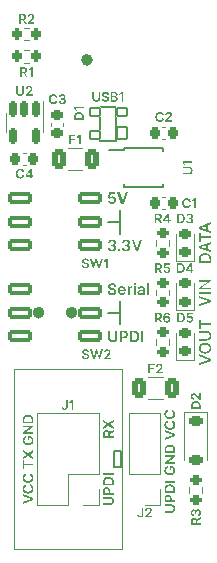
<source format=gto>
%TF.GenerationSoftware,KiCad,Pcbnew,7.0.9*%
%TF.CreationDate,2023-12-31T00:29:42+09:00*%
%TF.ProjectId,CustomUPDIProgrammer,43757374-6f6d-4555-9044-4950726f6772,rev?*%
%TF.SameCoordinates,Original*%
%TF.FileFunction,Legend,Top*%
%TF.FilePolarity,Positive*%
%FSLAX46Y46*%
G04 Gerber Fmt 4.6, Leading zero omitted, Abs format (unit mm)*
G04 Created by KiCad (PCBNEW 7.0.9) date 2023-12-31 00:29:42*
%MOMM*%
%LPD*%
G01*
G04 APERTURE LIST*
G04 Aperture macros list*
%AMRoundRect*
0 Rectangle with rounded corners*
0 $1 Rounding radius*
0 $2 $3 $4 $5 $6 $7 $8 $9 X,Y pos of 4 corners*
0 Add a 4 corners polygon primitive as box body*
4,1,4,$2,$3,$4,$5,$6,$7,$8,$9,$2,$3,0*
0 Add four circle primitives for the rounded corners*
1,1,$1+$1,$2,$3*
1,1,$1+$1,$4,$5*
1,1,$1+$1,$6,$7*
1,1,$1+$1,$8,$9*
0 Add four rect primitives between the rounded corners*
20,1,$1+$1,$2,$3,$4,$5,0*
20,1,$1+$1,$4,$5,$6,$7,0*
20,1,$1+$1,$6,$7,$8,$9,0*
20,1,$1+$1,$8,$9,$2,$3,0*%
G04 Aperture macros list end*
%ADD10C,0.500000*%
%ADD11C,0.150000*%
%ADD12C,0.120000*%
%ADD13C,0.100000*%
%ADD14RoundRect,0.225000X0.225000X0.250000X-0.225000X0.250000X-0.225000X-0.250000X0.225000X-0.250000X0*%
%ADD15R,1.400000X0.300000*%
%ADD16RoundRect,0.200000X0.275000X-0.200000X0.275000X0.200000X-0.275000X0.200000X-0.275000X-0.200000X0*%
%ADD17RoundRect,0.218750X0.256250X-0.218750X0.256250X0.218750X-0.256250X0.218750X-0.256250X-0.218750X0*%
%ADD18RoundRect,0.225000X0.250000X-0.225000X0.250000X0.225000X-0.250000X0.225000X-0.250000X-0.225000X0*%
%ADD19R,1.700000X1.700000*%
%ADD20O,1.700000X1.700000*%
%ADD21C,0.650000*%
%ADD22R,0.600000X1.450000*%
%ADD23R,0.300000X1.450000*%
%ADD24O,1.000000X2.100000*%
%ADD25O,1.000000X1.600000*%
%ADD26RoundRect,0.200000X-0.200000X-0.275000X0.200000X-0.275000X0.200000X0.275000X-0.200000X0.275000X0*%
%ADD27RoundRect,0.150000X-0.150000X0.512500X-0.150000X-0.512500X0.150000X-0.512500X0.150000X0.512500X0*%
%ADD28RoundRect,0.200000X-0.275000X0.200000X-0.275000X-0.200000X0.275000X-0.200000X0.275000X0.200000X0*%
%ADD29C,0.900000*%
%ADD30RoundRect,0.150000X-0.850000X0.350000X-0.850000X-0.350000X0.850000X-0.350000X0.850000X0.350000X0*%
%ADD31RoundRect,0.150000X0.850000X-0.350000X0.850000X0.350000X-0.850000X0.350000X-0.850000X-0.350000X0*%
%ADD32RoundRect,0.100000X0.400000X-0.500000X0.400000X0.500000X-0.400000X0.500000X-0.400000X-0.500000X0*%
%ADD33RoundRect,0.100000X0.400000X-0.350000X0.400000X0.350000X-0.400000X0.350000X-0.400000X-0.350000X0*%
%ADD34RoundRect,0.225000X-0.375000X0.225000X-0.375000X-0.225000X0.375000X-0.225000X0.375000X0.225000X0*%
%ADD35RoundRect,0.250000X-0.375000X-0.625000X0.375000X-0.625000X0.375000X0.625000X-0.375000X0.625000X0*%
%ADD36RoundRect,0.250000X0.375000X0.625000X-0.375000X0.625000X-0.375000X-0.625000X0.375000X-0.625000X0*%
G04 APERTURE END LIST*
D10*
X133450000Y-41100000D02*
G75*
G03*
X133450000Y-41100000I-250000J0D01*
G01*
D11*
X136000000Y-62500000D02*
X136000000Y-63500000D01*
X135500000Y-74200000D02*
X136100000Y-74200000D01*
X136100000Y-75600000D01*
X135500000Y-75600000D01*
X135500000Y-74200000D01*
X136000000Y-54800000D02*
X136000000Y-53800000D01*
X135000000Y-54800000D02*
X136000000Y-54800000D01*
X136000000Y-54800000D02*
X136000000Y-55800000D01*
X135000000Y-62500000D02*
X136000000Y-62500000D01*
D10*
X132150000Y-62500000D02*
G75*
G03*
X132150000Y-62500000I-250000J0D01*
G01*
D11*
X136000000Y-62500000D02*
X136000000Y-61500000D01*
D10*
X129350000Y-62500000D02*
G75*
G03*
X129350000Y-62500000I-250000J0D01*
G01*
D11*
G36*
X143233996Y-57462944D02*
G01*
X143262710Y-57464509D01*
X143290662Y-57467107D01*
X143317838Y-57470729D01*
X143344228Y-57475366D01*
X143369818Y-57481009D01*
X143394598Y-57487649D01*
X143418554Y-57495278D01*
X143441674Y-57503887D01*
X143463947Y-57513466D01*
X143485361Y-57524007D01*
X143505902Y-57535501D01*
X143525560Y-57547939D01*
X143544322Y-57561313D01*
X143562176Y-57575613D01*
X143579109Y-57590831D01*
X143595110Y-57606957D01*
X143610166Y-57623983D01*
X143624266Y-57641901D01*
X143637398Y-57660700D01*
X143649548Y-57680373D01*
X143660705Y-57700911D01*
X143670858Y-57722304D01*
X143679993Y-57744543D01*
X143688098Y-57767621D01*
X143695163Y-57791528D01*
X143701173Y-57816255D01*
X143706119Y-57841793D01*
X143709986Y-57868134D01*
X143712763Y-57895268D01*
X143714438Y-57923188D01*
X143715000Y-57951883D01*
X143715000Y-58281611D01*
X142696995Y-58281611D01*
X142696995Y-58127982D01*
X142831329Y-58127982D01*
X143580910Y-58127982D01*
X143580910Y-57960431D01*
X143580515Y-57938999D01*
X143579332Y-57918256D01*
X143577367Y-57898199D01*
X143574625Y-57878830D01*
X143571112Y-57860147D01*
X143566834Y-57842149D01*
X143561795Y-57824838D01*
X143556001Y-57808211D01*
X143549458Y-57792268D01*
X143542170Y-57777010D01*
X143534144Y-57762435D01*
X143525385Y-57748542D01*
X143515897Y-57735333D01*
X143505687Y-57722805D01*
X143494760Y-57710959D01*
X143483121Y-57699794D01*
X143470777Y-57689309D01*
X143457731Y-57679504D01*
X143443990Y-57670379D01*
X143429558Y-57661933D01*
X143414442Y-57654165D01*
X143398647Y-57647075D01*
X143382179Y-57640663D01*
X143365041Y-57634928D01*
X143347241Y-57629869D01*
X143328784Y-57625487D01*
X143309674Y-57621780D01*
X143289917Y-57618748D01*
X143269519Y-57616391D01*
X143248486Y-57614708D01*
X143226821Y-57613698D01*
X143204532Y-57613362D01*
X143182338Y-57613698D01*
X143160775Y-57614706D01*
X143139849Y-57616383D01*
X143119564Y-57618730D01*
X143099924Y-57621744D01*
X143080936Y-57625424D01*
X143062603Y-57629770D01*
X143044931Y-57634779D01*
X143027923Y-57640451D01*
X143011586Y-57646784D01*
X142995923Y-57653778D01*
X142980940Y-57661430D01*
X142966640Y-57669740D01*
X142953030Y-57678706D01*
X142940114Y-57688328D01*
X142927896Y-57698603D01*
X142916382Y-57709531D01*
X142905576Y-57721110D01*
X142895483Y-57733339D01*
X142886107Y-57746217D01*
X142877455Y-57759742D01*
X142869529Y-57773914D01*
X142862336Y-57788731D01*
X142855879Y-57804192D01*
X142850164Y-57820295D01*
X142845196Y-57837040D01*
X142840979Y-57854425D01*
X142837517Y-57872448D01*
X142834817Y-57891110D01*
X142832882Y-57910407D01*
X142831718Y-57930339D01*
X142831329Y-57950906D01*
X142831329Y-58127982D01*
X142696995Y-58127982D01*
X142696995Y-57941624D01*
X142697553Y-57913861D01*
X142699218Y-57886816D01*
X142701977Y-57860499D01*
X142705820Y-57834921D01*
X142710735Y-57810093D01*
X142716708Y-57786026D01*
X142723729Y-57762730D01*
X142731785Y-57740216D01*
X142740864Y-57718495D01*
X142750954Y-57697577D01*
X142762044Y-57677474D01*
X142774121Y-57658196D01*
X142787173Y-57639754D01*
X142801189Y-57622158D01*
X142816155Y-57605419D01*
X142832062Y-57589548D01*
X142848895Y-57574556D01*
X142866644Y-57560454D01*
X142885297Y-57547252D01*
X142904840Y-57534960D01*
X142925263Y-57523590D01*
X142946554Y-57513153D01*
X142968700Y-57503659D01*
X142991690Y-57495118D01*
X143015511Y-57487542D01*
X143040151Y-57480941D01*
X143065599Y-57475327D01*
X143091842Y-57470709D01*
X143118870Y-57467099D01*
X143146668Y-57464507D01*
X143175226Y-57462943D01*
X143204532Y-57462420D01*
X143233996Y-57462944D01*
G37*
G36*
X143715000Y-56652022D02*
G01*
X143445600Y-56745079D01*
X143445600Y-57142706D01*
X143715000Y-57236251D01*
X143715000Y-57399161D01*
X142696995Y-57032797D01*
X142696995Y-56947800D01*
X142882131Y-56947800D01*
X143316395Y-57098010D01*
X143316395Y-56789775D01*
X142882131Y-56939985D01*
X142882131Y-56947800D01*
X142696995Y-56947800D01*
X142696995Y-56855477D01*
X143715000Y-56489112D01*
X143715000Y-56652022D01*
G37*
G36*
X142829375Y-56514514D02*
G01*
X142829375Y-56197486D01*
X143715000Y-56197486D01*
X143715000Y-56044346D01*
X142829375Y-56044346D01*
X142829375Y-55726586D01*
X142696995Y-55726586D01*
X142696995Y-56514514D01*
X142829375Y-56514514D01*
G37*
G36*
X143715000Y-55004848D02*
G01*
X143445600Y-55097905D01*
X143445600Y-55495532D01*
X143715000Y-55589077D01*
X143715000Y-55751987D01*
X142696995Y-55385623D01*
X142696995Y-55300627D01*
X142882131Y-55300627D01*
X143316395Y-55450836D01*
X143316395Y-55142601D01*
X142882131Y-55292811D01*
X142882131Y-55300627D01*
X142696995Y-55300627D01*
X142696995Y-55208303D01*
X143715000Y-54841939D01*
X143715000Y-55004848D01*
G37*
G36*
X135332969Y-57307475D02*
G01*
X135352183Y-57307131D01*
X135371051Y-57306106D01*
X135389555Y-57304415D01*
X135407679Y-57302071D01*
X135425403Y-57299087D01*
X135442712Y-57295476D01*
X135459587Y-57291253D01*
X135476012Y-57286429D01*
X135491969Y-57281020D01*
X135507440Y-57275037D01*
X135522409Y-57268495D01*
X135536857Y-57261407D01*
X135550768Y-57253786D01*
X135564124Y-57245645D01*
X135576908Y-57236999D01*
X135589102Y-57227860D01*
X135600689Y-57218241D01*
X135611651Y-57208157D01*
X135621972Y-57197621D01*
X135631634Y-57186645D01*
X135640619Y-57175243D01*
X135648910Y-57163430D01*
X135656490Y-57151217D01*
X135663341Y-57138619D01*
X135669446Y-57125648D01*
X135674787Y-57112319D01*
X135679348Y-57098644D01*
X135683111Y-57084637D01*
X135686058Y-57070312D01*
X135688172Y-57055681D01*
X135689436Y-57040759D01*
X135689832Y-57025558D01*
X135689654Y-57014326D01*
X135689034Y-57003299D01*
X135687975Y-56992485D01*
X135686480Y-56981889D01*
X135684553Y-56971517D01*
X135682195Y-56961376D01*
X135679410Y-56951471D01*
X135676200Y-56941809D01*
X135672569Y-56932396D01*
X135668520Y-56923238D01*
X135664055Y-56914341D01*
X135659177Y-56905710D01*
X135653889Y-56897354D01*
X135648194Y-56889276D01*
X135642095Y-56881484D01*
X135635595Y-56873984D01*
X135628696Y-56866781D01*
X135621402Y-56859883D01*
X135613716Y-56853294D01*
X135605639Y-56847021D01*
X135597176Y-56841071D01*
X135588329Y-56835449D01*
X135579101Y-56830161D01*
X135569495Y-56825214D01*
X135559514Y-56820614D01*
X135549160Y-56816366D01*
X135538437Y-56812477D01*
X135527347Y-56808954D01*
X135515894Y-56805801D01*
X135504079Y-56803026D01*
X135491907Y-56800634D01*
X135479380Y-56798632D01*
X135479380Y-56790975D01*
X135489090Y-56788683D01*
X135498593Y-56786073D01*
X135507882Y-56783149D01*
X135516951Y-56779917D01*
X135525794Y-56776379D01*
X135534403Y-56772542D01*
X135542771Y-56768408D01*
X135558760Y-56759271D01*
X135573706Y-56749002D01*
X135587556Y-56737637D01*
X135600255Y-56725211D01*
X135611749Y-56711758D01*
X135621984Y-56697314D01*
X135630907Y-56681914D01*
X135638463Y-56665592D01*
X135644597Y-56648384D01*
X135649257Y-56630325D01*
X135651017Y-56620987D01*
X135652388Y-56611450D01*
X135653363Y-56601717D01*
X135653936Y-56591793D01*
X135654099Y-56581683D01*
X135653775Y-56567953D01*
X135652721Y-56554398D01*
X135650950Y-56541036D01*
X135648472Y-56527885D01*
X135645297Y-56514961D01*
X135641436Y-56502281D01*
X135636901Y-56489863D01*
X135631701Y-56477723D01*
X135625848Y-56465878D01*
X135619353Y-56454345D01*
X135612226Y-56443142D01*
X135604478Y-56432286D01*
X135596120Y-56421793D01*
X135587163Y-56411680D01*
X135577617Y-56401965D01*
X135567494Y-56392665D01*
X135556803Y-56383797D01*
X135545557Y-56375377D01*
X135533765Y-56367423D01*
X135521438Y-56359951D01*
X135508588Y-56352980D01*
X135495225Y-56346525D01*
X135481360Y-56340604D01*
X135467003Y-56335234D01*
X135452165Y-56330432D01*
X135436858Y-56326215D01*
X135421092Y-56322600D01*
X135404877Y-56319604D01*
X135388226Y-56317244D01*
X135371147Y-56315538D01*
X135353653Y-56314501D01*
X135335753Y-56314152D01*
X135318261Y-56314478D01*
X135301035Y-56315447D01*
X135284095Y-56317050D01*
X135267458Y-56319274D01*
X135251143Y-56322108D01*
X135235167Y-56325540D01*
X135219549Y-56329561D01*
X135204308Y-56334157D01*
X135189460Y-56339319D01*
X135175025Y-56345034D01*
X135161021Y-56351291D01*
X135147466Y-56358079D01*
X135134377Y-56365387D01*
X135121774Y-56373203D01*
X135109674Y-56381517D01*
X135098096Y-56390316D01*
X135087057Y-56399590D01*
X135076576Y-56409326D01*
X135066672Y-56419515D01*
X135057362Y-56430144D01*
X135048664Y-56441203D01*
X135040597Y-56452680D01*
X135033178Y-56464563D01*
X135026427Y-56476842D01*
X135020361Y-56489504D01*
X135014999Y-56502540D01*
X135010358Y-56515937D01*
X135006456Y-56529684D01*
X135003313Y-56543770D01*
X135000946Y-56558183D01*
X134999373Y-56572913D01*
X134998613Y-56587948D01*
X135167067Y-56587948D01*
X135168467Y-56573085D01*
X135171477Y-56558969D01*
X135176013Y-56545629D01*
X135181989Y-56533095D01*
X135189319Y-56521395D01*
X135197918Y-56510559D01*
X135207699Y-56500617D01*
X135218578Y-56491597D01*
X135230468Y-56483529D01*
X135243283Y-56476442D01*
X135256940Y-56470365D01*
X135271350Y-56465327D01*
X135286430Y-56461358D01*
X135302092Y-56458487D01*
X135318253Y-56456742D01*
X135334825Y-56456155D01*
X135351385Y-56456789D01*
X135367189Y-56458666D01*
X135382193Y-56461743D01*
X135396353Y-56465980D01*
X135409625Y-56471333D01*
X135421966Y-56477763D01*
X135433331Y-56485228D01*
X135443676Y-56493686D01*
X135452959Y-56503095D01*
X135461134Y-56513415D01*
X135468159Y-56524603D01*
X135473989Y-56536618D01*
X135478580Y-56549420D01*
X135481889Y-56562966D01*
X135483872Y-56577214D01*
X135484485Y-56592125D01*
X135483758Y-56607663D01*
X135481441Y-56622492D01*
X135477594Y-56636571D01*
X135472274Y-56649860D01*
X135465541Y-56662319D01*
X135457451Y-56673906D01*
X135448065Y-56684582D01*
X135437441Y-56694305D01*
X135425636Y-56703036D01*
X135412709Y-56710734D01*
X135398720Y-56717359D01*
X135383726Y-56722870D01*
X135367785Y-56727227D01*
X135350957Y-56730389D01*
X135333299Y-56732316D01*
X135314870Y-56732967D01*
X135229483Y-56732967D01*
X135229483Y-56868009D01*
X135314870Y-56868009D01*
X135326209Y-56868187D01*
X135337251Y-56868718D01*
X135347992Y-56869595D01*
X135358429Y-56870812D01*
X135368556Y-56872362D01*
X135378369Y-56874239D01*
X135387865Y-56876436D01*
X135397038Y-56878947D01*
X135405886Y-56881766D01*
X135422584Y-56888301D01*
X135437927Y-56895989D01*
X135451879Y-56904779D01*
X135464407Y-56914620D01*
X135475477Y-56925461D01*
X135485055Y-56937249D01*
X135493107Y-56949935D01*
X135499599Y-56963466D01*
X135504497Y-56977791D01*
X135507767Y-56992858D01*
X135509374Y-57008618D01*
X135509544Y-57016741D01*
X135508767Y-57032430D01*
X135506305Y-57047448D01*
X135502227Y-57061746D01*
X135496598Y-57075278D01*
X135489485Y-57087997D01*
X135480957Y-57099856D01*
X135471079Y-57110808D01*
X135459919Y-57120807D01*
X135447543Y-57129804D01*
X135434019Y-57137755D01*
X135419413Y-57144611D01*
X135403793Y-57150325D01*
X135387225Y-57154852D01*
X135369776Y-57158143D01*
X135351514Y-57160152D01*
X135342098Y-57160661D01*
X135332505Y-57160832D01*
X135314508Y-57160245D01*
X135297109Y-57158504D01*
X135280379Y-57155644D01*
X135264389Y-57151696D01*
X135249209Y-57146692D01*
X135234910Y-57140667D01*
X135221563Y-57133652D01*
X135209238Y-57125679D01*
X135198007Y-57116782D01*
X135187939Y-57106993D01*
X135179105Y-57096345D01*
X135171577Y-57084871D01*
X135165424Y-57072602D01*
X135160719Y-57059572D01*
X135157530Y-57045813D01*
X135155929Y-57031359D01*
X134978194Y-57031359D01*
X134979061Y-57046523D01*
X134980740Y-57061379D01*
X134983216Y-57075916D01*
X134986472Y-57090122D01*
X134990494Y-57103987D01*
X134995266Y-57117498D01*
X135000774Y-57130645D01*
X135007002Y-57143415D01*
X135013935Y-57155798D01*
X135021557Y-57167782D01*
X135029855Y-57179356D01*
X135038811Y-57190508D01*
X135048411Y-57201227D01*
X135058641Y-57211502D01*
X135069484Y-57221321D01*
X135080925Y-57230673D01*
X135092950Y-57239546D01*
X135105543Y-57247930D01*
X135118689Y-57255812D01*
X135132372Y-57263181D01*
X135146578Y-57270026D01*
X135161290Y-57276336D01*
X135176495Y-57282099D01*
X135192177Y-57287303D01*
X135208320Y-57291938D01*
X135224910Y-57295992D01*
X135241930Y-57299453D01*
X135259367Y-57302311D01*
X135277204Y-57304553D01*
X135295427Y-57306169D01*
X135314020Y-57307147D01*
X135332969Y-57307475D01*
G37*
G36*
X135930216Y-57304691D02*
G01*
X135940555Y-57304158D01*
X135950652Y-57302594D01*
X135960448Y-57300050D01*
X135969886Y-57296577D01*
X135978908Y-57292225D01*
X135987456Y-57287047D01*
X135995472Y-57281091D01*
X136002899Y-57274411D01*
X136009679Y-57267056D01*
X136015754Y-57259078D01*
X136021067Y-57250527D01*
X136025559Y-57241455D01*
X136029172Y-57231913D01*
X136031850Y-57221951D01*
X136033534Y-57211621D01*
X136034166Y-57200973D01*
X136033534Y-57190448D01*
X136031850Y-57180225D01*
X136029172Y-57170356D01*
X136025559Y-57160893D01*
X136021067Y-57151889D01*
X136015754Y-57143395D01*
X136009679Y-57135462D01*
X136002899Y-57128145D01*
X135995472Y-57121493D01*
X135987456Y-57115559D01*
X135978908Y-57110396D01*
X135969886Y-57106054D01*
X135960448Y-57102587D01*
X135950652Y-57100047D01*
X135940555Y-57098484D01*
X135930216Y-57097952D01*
X135919560Y-57098484D01*
X135909209Y-57100047D01*
X135899215Y-57102587D01*
X135889632Y-57106054D01*
X135880514Y-57110396D01*
X135871915Y-57115559D01*
X135863889Y-57121493D01*
X135856488Y-57128145D01*
X135849767Y-57135462D01*
X135843780Y-57143395D01*
X135838580Y-57151889D01*
X135834220Y-57160893D01*
X135830756Y-57170356D01*
X135828239Y-57180225D01*
X135826725Y-57190448D01*
X135826266Y-57200973D01*
X135826725Y-57211621D01*
X135828239Y-57221951D01*
X135830756Y-57231913D01*
X135834220Y-57241455D01*
X135838580Y-57250527D01*
X135843780Y-57259078D01*
X135849767Y-57267056D01*
X135856488Y-57274411D01*
X135863889Y-57281091D01*
X135871915Y-57287047D01*
X135880514Y-57292225D01*
X135889632Y-57296577D01*
X135899215Y-57300050D01*
X135909209Y-57302594D01*
X135919560Y-57304158D01*
X135930216Y-57304691D01*
G37*
G36*
X136523750Y-57307475D02*
G01*
X136542965Y-57307131D01*
X136561833Y-57306106D01*
X136580337Y-57304415D01*
X136598460Y-57302071D01*
X136616185Y-57299087D01*
X136633493Y-57295476D01*
X136650369Y-57291253D01*
X136666794Y-57286429D01*
X136682750Y-57281020D01*
X136698222Y-57275037D01*
X136713190Y-57268495D01*
X136727639Y-57261407D01*
X136741550Y-57253786D01*
X136754906Y-57245645D01*
X136767689Y-57236999D01*
X136779883Y-57227860D01*
X136791470Y-57218241D01*
X136802433Y-57208157D01*
X136812754Y-57197621D01*
X136822415Y-57186645D01*
X136831400Y-57175243D01*
X136839691Y-57163430D01*
X136847271Y-57151217D01*
X136854122Y-57138619D01*
X136860227Y-57125648D01*
X136865569Y-57112319D01*
X136870130Y-57098644D01*
X136873892Y-57084637D01*
X136876839Y-57070312D01*
X136878954Y-57055681D01*
X136880217Y-57040759D01*
X136880614Y-57025558D01*
X136880435Y-57014326D01*
X136879815Y-57003299D01*
X136878757Y-56992485D01*
X136877262Y-56981889D01*
X136875334Y-56971517D01*
X136872976Y-56961376D01*
X136870191Y-56951471D01*
X136866982Y-56941809D01*
X136863351Y-56932396D01*
X136859301Y-56923238D01*
X136854836Y-56914341D01*
X136849958Y-56905710D01*
X136844671Y-56897354D01*
X136838976Y-56889276D01*
X136832877Y-56881484D01*
X136826376Y-56873984D01*
X136819478Y-56866781D01*
X136812184Y-56859883D01*
X136804497Y-56853294D01*
X136796421Y-56847021D01*
X136787958Y-56841071D01*
X136779111Y-56835449D01*
X136769883Y-56830161D01*
X136760277Y-56825214D01*
X136750295Y-56820614D01*
X136739942Y-56816366D01*
X136729218Y-56812477D01*
X136718129Y-56808954D01*
X136706675Y-56805801D01*
X136694861Y-56803026D01*
X136682689Y-56800634D01*
X136670162Y-56798632D01*
X136670162Y-56790975D01*
X136679871Y-56788683D01*
X136689374Y-56786073D01*
X136698664Y-56783149D01*
X136707733Y-56779917D01*
X136716576Y-56776379D01*
X136725184Y-56772542D01*
X136733553Y-56768408D01*
X136749542Y-56759271D01*
X136764488Y-56749002D01*
X136778338Y-56737637D01*
X136791036Y-56725211D01*
X136802531Y-56711758D01*
X136812766Y-56697314D01*
X136821689Y-56681914D01*
X136829244Y-56665592D01*
X136835379Y-56648384D01*
X136840039Y-56630325D01*
X136841799Y-56620987D01*
X136843170Y-56611450D01*
X136844145Y-56601717D01*
X136844717Y-56591793D01*
X136844881Y-56581683D01*
X136844556Y-56567953D01*
X136843503Y-56554398D01*
X136841732Y-56541036D01*
X136839253Y-56527885D01*
X136836078Y-56514961D01*
X136832218Y-56502281D01*
X136827682Y-56489863D01*
X136822483Y-56477723D01*
X136816630Y-56465878D01*
X136810135Y-56454345D01*
X136803008Y-56443142D01*
X136795260Y-56432286D01*
X136786902Y-56421793D01*
X136777945Y-56411680D01*
X136768399Y-56401965D01*
X136758275Y-56392665D01*
X136747585Y-56383797D01*
X136736338Y-56375377D01*
X136724547Y-56367423D01*
X136712220Y-56359951D01*
X136699370Y-56352980D01*
X136686007Y-56346525D01*
X136672141Y-56340604D01*
X136657784Y-56335234D01*
X136642947Y-56330432D01*
X136627640Y-56326215D01*
X136611874Y-56322600D01*
X136595659Y-56319604D01*
X136579007Y-56317244D01*
X136561929Y-56315538D01*
X136544434Y-56314501D01*
X136526535Y-56314152D01*
X136509042Y-56314478D01*
X136491817Y-56315447D01*
X136474877Y-56317050D01*
X136458240Y-56319274D01*
X136441924Y-56322108D01*
X136425949Y-56325540D01*
X136410331Y-56329561D01*
X136395089Y-56334157D01*
X136380242Y-56339319D01*
X136365807Y-56345034D01*
X136351803Y-56351291D01*
X136338247Y-56358079D01*
X136325159Y-56365387D01*
X136312556Y-56373203D01*
X136300456Y-56381517D01*
X136288877Y-56390316D01*
X136277839Y-56399590D01*
X136267358Y-56409326D01*
X136257453Y-56419515D01*
X136248143Y-56430144D01*
X136239445Y-56441203D01*
X136231378Y-56452680D01*
X136223960Y-56464563D01*
X136217209Y-56476842D01*
X136211143Y-56489504D01*
X136205780Y-56502540D01*
X136201139Y-56515937D01*
X136197238Y-56529684D01*
X136194095Y-56543770D01*
X136191727Y-56558183D01*
X136190154Y-56572913D01*
X136189394Y-56587948D01*
X136357848Y-56587948D01*
X136359248Y-56573085D01*
X136362259Y-56558969D01*
X136366795Y-56545629D01*
X136372771Y-56533095D01*
X136380101Y-56521395D01*
X136388699Y-56510559D01*
X136398481Y-56500617D01*
X136409359Y-56491597D01*
X136421249Y-56483529D01*
X136434065Y-56476442D01*
X136447721Y-56470365D01*
X136462132Y-56465327D01*
X136477211Y-56461358D01*
X136492874Y-56458487D01*
X136509034Y-56456742D01*
X136525607Y-56456155D01*
X136542167Y-56456789D01*
X136557971Y-56458666D01*
X136572975Y-56461743D01*
X136587135Y-56465980D01*
X136600407Y-56471333D01*
X136612747Y-56477763D01*
X136624112Y-56485228D01*
X136634458Y-56493686D01*
X136643741Y-56503095D01*
X136651916Y-56513415D01*
X136658941Y-56524603D01*
X136664771Y-56536618D01*
X136669362Y-56549420D01*
X136672671Y-56562966D01*
X136674654Y-56577214D01*
X136675266Y-56592125D01*
X136674539Y-56607663D01*
X136672223Y-56622492D01*
X136668376Y-56636571D01*
X136663056Y-56649860D01*
X136656322Y-56662319D01*
X136648233Y-56673906D01*
X136638847Y-56684582D01*
X136628222Y-56694305D01*
X136616417Y-56703036D01*
X136603491Y-56710734D01*
X136589501Y-56717359D01*
X136574507Y-56722870D01*
X136558567Y-56727227D01*
X136541738Y-56730389D01*
X136524081Y-56732316D01*
X136505652Y-56732967D01*
X136420265Y-56732967D01*
X136420265Y-56868009D01*
X136505652Y-56868009D01*
X136516991Y-56868187D01*
X136528033Y-56868718D01*
X136538774Y-56869595D01*
X136549210Y-56870812D01*
X136559337Y-56872362D01*
X136569151Y-56874239D01*
X136578646Y-56876436D01*
X136587820Y-56878947D01*
X136596667Y-56881766D01*
X136613366Y-56888301D01*
X136628708Y-56895989D01*
X136642661Y-56904779D01*
X136655189Y-56914620D01*
X136666259Y-56925461D01*
X136675837Y-56937249D01*
X136683889Y-56949935D01*
X136690381Y-56963466D01*
X136695279Y-56977791D01*
X136698548Y-56992858D01*
X136700156Y-57008618D01*
X136700326Y-57016741D01*
X136699548Y-57032430D01*
X136697087Y-57047448D01*
X136693008Y-57061746D01*
X136687379Y-57075278D01*
X136680267Y-57087997D01*
X136671738Y-57099856D01*
X136661860Y-57110808D01*
X136650700Y-57120807D01*
X136638324Y-57129804D01*
X136624800Y-57137755D01*
X136610194Y-57144611D01*
X136594574Y-57150325D01*
X136578006Y-57154852D01*
X136560558Y-57158143D01*
X136542295Y-57160152D01*
X136532880Y-57160661D01*
X136523286Y-57160832D01*
X136505289Y-57160245D01*
X136487891Y-57158504D01*
X136471161Y-57155644D01*
X136455171Y-57151696D01*
X136439991Y-57146692D01*
X136425692Y-57140667D01*
X136412345Y-57133652D01*
X136400020Y-57125679D01*
X136388788Y-57116782D01*
X136378720Y-57106993D01*
X136369887Y-57096345D01*
X136362359Y-57084871D01*
X136356206Y-57072602D01*
X136351500Y-57059572D01*
X136348312Y-57045813D01*
X136346711Y-57031359D01*
X136168975Y-57031359D01*
X136169843Y-57046523D01*
X136171522Y-57061379D01*
X136173997Y-57075916D01*
X136177253Y-57090122D01*
X136181275Y-57103987D01*
X136186048Y-57117498D01*
X136191556Y-57130645D01*
X136197783Y-57143415D01*
X136204716Y-57155798D01*
X136212339Y-57167782D01*
X136220636Y-57179356D01*
X136229593Y-57190508D01*
X136239193Y-57201227D01*
X136249422Y-57211502D01*
X136260266Y-57221321D01*
X136271707Y-57230673D01*
X136283732Y-57239546D01*
X136296325Y-57247930D01*
X136309470Y-57255812D01*
X136323153Y-57263181D01*
X136337359Y-57270026D01*
X136352072Y-57276336D01*
X136367277Y-57282099D01*
X136382958Y-57287303D01*
X136399102Y-57291938D01*
X136415691Y-57295992D01*
X136432712Y-57299453D01*
X136450149Y-57302311D01*
X136467986Y-57304553D01*
X136486209Y-57306169D01*
X136504802Y-57307147D01*
X136523750Y-57307475D01*
G37*
G36*
X137181325Y-56327146D02*
G01*
X136989204Y-56327146D01*
X137329593Y-57294250D01*
X137545846Y-57294250D01*
X137886931Y-56327146D01*
X137694113Y-56327146D01*
X137443056Y-57088438D01*
X137433079Y-57088438D01*
X137181325Y-56327146D01*
G37*
G36*
X134572372Y-78255695D02*
G01*
X135140847Y-78255695D01*
X135151232Y-78255922D01*
X135161422Y-78256598D01*
X135171409Y-78257719D01*
X135181184Y-78259276D01*
X135190738Y-78261265D01*
X135200063Y-78263680D01*
X135209149Y-78266513D01*
X135217987Y-78269760D01*
X135226569Y-78273413D01*
X135234886Y-78277468D01*
X135242929Y-78281917D01*
X135250688Y-78286755D01*
X135258156Y-78291975D01*
X135265323Y-78297572D01*
X135272180Y-78303540D01*
X135278718Y-78309871D01*
X135284929Y-78316561D01*
X135290804Y-78323602D01*
X135296334Y-78330990D01*
X135301509Y-78338717D01*
X135306322Y-78346778D01*
X135310762Y-78355167D01*
X135314822Y-78363877D01*
X135318492Y-78372903D01*
X135321764Y-78382238D01*
X135324628Y-78391876D01*
X135327076Y-78401811D01*
X135329099Y-78412037D01*
X135330688Y-78422548D01*
X135331834Y-78433338D01*
X135332528Y-78444401D01*
X135332761Y-78455730D01*
X135332528Y-78467097D01*
X135331834Y-78478192D01*
X135330688Y-78489010D01*
X135329099Y-78499545D01*
X135327076Y-78509791D01*
X135324628Y-78519742D01*
X135321764Y-78529393D01*
X135318492Y-78538737D01*
X135314822Y-78547769D01*
X135310762Y-78556482D01*
X135306322Y-78564871D01*
X135301509Y-78572930D01*
X135296334Y-78580653D01*
X135290804Y-78588035D01*
X135284929Y-78595069D01*
X135278718Y-78601749D01*
X135272180Y-78608070D01*
X135265323Y-78614025D01*
X135258156Y-78619610D01*
X135250688Y-78624817D01*
X135242929Y-78629642D01*
X135234886Y-78634078D01*
X135226569Y-78638119D01*
X135217987Y-78641760D01*
X135209149Y-78644994D01*
X135200063Y-78647817D01*
X135190738Y-78650221D01*
X135181184Y-78652201D01*
X135171409Y-78653751D01*
X135161422Y-78654866D01*
X135151232Y-78655539D01*
X135140847Y-78655765D01*
X134572372Y-78655765D01*
X134572372Y-78817118D01*
X135154525Y-78817118D01*
X135172278Y-78816700D01*
X135189665Y-78815454D01*
X135206673Y-78813393D01*
X135223289Y-78810530D01*
X135239500Y-78806877D01*
X135255293Y-78802447D01*
X135270655Y-78797252D01*
X135285574Y-78791305D01*
X135300036Y-78784619D01*
X135314028Y-78777206D01*
X135327537Y-78769078D01*
X135340551Y-78760249D01*
X135353056Y-78750731D01*
X135365040Y-78740537D01*
X135376489Y-78729678D01*
X135387391Y-78718169D01*
X135397733Y-78706021D01*
X135407501Y-78693246D01*
X135416683Y-78679859D01*
X135425265Y-78665870D01*
X135433236Y-78651293D01*
X135440581Y-78636141D01*
X135447289Y-78620426D01*
X135453345Y-78604160D01*
X135458737Y-78587356D01*
X135463452Y-78570027D01*
X135467478Y-78552186D01*
X135470800Y-78533844D01*
X135473407Y-78515015D01*
X135475285Y-78495712D01*
X135476421Y-78475945D01*
X135476803Y-78455730D01*
X135476421Y-78435608D01*
X135475285Y-78415924D01*
X135473407Y-78396691D01*
X135470800Y-78377922D01*
X135467478Y-78359630D01*
X135463452Y-78341829D01*
X135458737Y-78324531D01*
X135453345Y-78307751D01*
X135447289Y-78291500D01*
X135440581Y-78275792D01*
X135433236Y-78260641D01*
X135425265Y-78246059D01*
X135416683Y-78232060D01*
X135407501Y-78218657D01*
X135397733Y-78205863D01*
X135387391Y-78193692D01*
X135376489Y-78182156D01*
X135365040Y-78171268D01*
X135353056Y-78161043D01*
X135340551Y-78151492D01*
X135327537Y-78142630D01*
X135314028Y-78134469D01*
X135300036Y-78127023D01*
X135285574Y-78120305D01*
X135270655Y-78114327D01*
X135255293Y-78109104D01*
X135239500Y-78104649D01*
X135223289Y-78100973D01*
X135206673Y-78098092D01*
X135189665Y-78096017D01*
X135172278Y-78094763D01*
X135154525Y-78094342D01*
X134572372Y-78094342D01*
X134572372Y-78255695D01*
G37*
G36*
X134883221Y-77271017D02*
G01*
X134898853Y-77271985D01*
X134914176Y-77273595D01*
X134929177Y-77275844D01*
X134943843Y-77278729D01*
X134958158Y-77282247D01*
X134972111Y-77286397D01*
X134985685Y-77291174D01*
X134998868Y-77296576D01*
X135011646Y-77302601D01*
X135024006Y-77309245D01*
X135035932Y-77316507D01*
X135047411Y-77324382D01*
X135058430Y-77332869D01*
X135068975Y-77341964D01*
X135079031Y-77351664D01*
X135088585Y-77361968D01*
X135097623Y-77372872D01*
X135106131Y-77384373D01*
X135114095Y-77396469D01*
X135121502Y-77409157D01*
X135128338Y-77422434D01*
X135134588Y-77436297D01*
X135140239Y-77450744D01*
X135145278Y-77465771D01*
X135149689Y-77481376D01*
X135153460Y-77497556D01*
X135156576Y-77514309D01*
X135159024Y-77531632D01*
X135160789Y-77549521D01*
X135161859Y-77567974D01*
X135162218Y-77586989D01*
X135162218Y-77757317D01*
X135463126Y-77757317D01*
X135463126Y-77918670D01*
X134572372Y-77918670D01*
X134572372Y-77757317D01*
X134707224Y-77757317D01*
X135029503Y-77757317D01*
X135029503Y-77608574D01*
X135029307Y-77597527D01*
X135028724Y-77586867D01*
X135027761Y-77576590D01*
X135026425Y-77566695D01*
X135024724Y-77557178D01*
X135022665Y-77548038D01*
X135020255Y-77539273D01*
X135017502Y-77530879D01*
X135010993Y-77515199D01*
X135003199Y-77500979D01*
X134994175Y-77488201D01*
X134983982Y-77476846D01*
X134972677Y-77466897D01*
X134960318Y-77458334D01*
X134946963Y-77451139D01*
X134932671Y-77445294D01*
X134917500Y-77440780D01*
X134901508Y-77437578D01*
X134884754Y-77435671D01*
X134876109Y-77435197D01*
X134867295Y-77435039D01*
X134858506Y-77435197D01*
X134841470Y-77436464D01*
X134825199Y-77439019D01*
X134809746Y-77442880D01*
X134795165Y-77448068D01*
X134781508Y-77454601D01*
X134768828Y-77462501D01*
X134757179Y-77471785D01*
X134746612Y-77482475D01*
X134737182Y-77494590D01*
X134728940Y-77508149D01*
X134721940Y-77523173D01*
X134718922Y-77531240D01*
X134716234Y-77539680D01*
X134713884Y-77548497D01*
X134711876Y-77557692D01*
X134710219Y-77567267D01*
X134708919Y-77577226D01*
X134707982Y-77587571D01*
X134707415Y-77598304D01*
X134707224Y-77609428D01*
X134707224Y-77757317D01*
X134572372Y-77757317D01*
X134572372Y-77584638D01*
X134572736Y-77565724D01*
X134573817Y-77547372D01*
X134575602Y-77529586D01*
X134578076Y-77512366D01*
X134581223Y-77495716D01*
X134585029Y-77479639D01*
X134589480Y-77464136D01*
X134594561Y-77449211D01*
X134600257Y-77434865D01*
X134606554Y-77421102D01*
X134613436Y-77407923D01*
X134620889Y-77395332D01*
X134628899Y-77383330D01*
X134637451Y-77371921D01*
X134646529Y-77361107D01*
X134656120Y-77350890D01*
X134666209Y-77341272D01*
X134676781Y-77332257D01*
X134687822Y-77323847D01*
X134699316Y-77316045D01*
X134711249Y-77308852D01*
X134723607Y-77302271D01*
X134736374Y-77296305D01*
X134749536Y-77290957D01*
X134763079Y-77286228D01*
X134776987Y-77282122D01*
X134791247Y-77278640D01*
X134805842Y-77275786D01*
X134820760Y-77273562D01*
X134835984Y-77271971D01*
X134851501Y-77271014D01*
X134867295Y-77270694D01*
X134883221Y-77271017D01*
G37*
G36*
X135042674Y-76396866D02*
G01*
X135067795Y-76398270D01*
X135092247Y-76400598D01*
X135116018Y-76403841D01*
X135139100Y-76407990D01*
X135161480Y-76413036D01*
X135183149Y-76418970D01*
X135204096Y-76425782D01*
X135224311Y-76433463D01*
X135243783Y-76442003D01*
X135262502Y-76451394D01*
X135280458Y-76461627D01*
X135297639Y-76472692D01*
X135314036Y-76484579D01*
X135329638Y-76497280D01*
X135344435Y-76510786D01*
X135358416Y-76525087D01*
X135371570Y-76540173D01*
X135383888Y-76556037D01*
X135395359Y-76572667D01*
X135405972Y-76590056D01*
X135415717Y-76608194D01*
X135424584Y-76627072D01*
X135432561Y-76646680D01*
X135439639Y-76667010D01*
X135445808Y-76688051D01*
X135451056Y-76709796D01*
X135455373Y-76732234D01*
X135458749Y-76755356D01*
X135461173Y-76779153D01*
X135462636Y-76803617D01*
X135463126Y-76828737D01*
X135463126Y-77130499D01*
X134572372Y-77130499D01*
X134572372Y-76969146D01*
X134712140Y-76969146D01*
X135323571Y-76969146D01*
X135323571Y-76836644D01*
X135323273Y-76819501D01*
X135322379Y-76802892D01*
X135320888Y-76786820D01*
X135318800Y-76771284D01*
X135316115Y-76756286D01*
X135312832Y-76741824D01*
X135308952Y-76727901D01*
X135304474Y-76714517D01*
X135299398Y-76701673D01*
X135293723Y-76689368D01*
X135287449Y-76677604D01*
X135280576Y-76666381D01*
X135273104Y-76655699D01*
X135265032Y-76645560D01*
X135256361Y-76635964D01*
X135247089Y-76626912D01*
X135237217Y-76618403D01*
X135226744Y-76610440D01*
X135215670Y-76603021D01*
X135203995Y-76596149D01*
X135191718Y-76589822D01*
X135178839Y-76584043D01*
X135165359Y-76578812D01*
X135151276Y-76574128D01*
X135136590Y-76569994D01*
X135121301Y-76566408D01*
X135105410Y-76563373D01*
X135088915Y-76560889D01*
X135071816Y-76558955D01*
X135054113Y-76557573D01*
X135035806Y-76556744D01*
X135016894Y-76556467D01*
X134998082Y-76556743D01*
X134979873Y-76557572D01*
X134962266Y-76558951D01*
X134945263Y-76560879D01*
X134928861Y-76563354D01*
X134913061Y-76566376D01*
X134897862Y-76569942D01*
X134883263Y-76574051D01*
X134869266Y-76578702D01*
X134855868Y-76583893D01*
X134843070Y-76589623D01*
X134830871Y-76595889D01*
X134819271Y-76602692D01*
X134808270Y-76610028D01*
X134797867Y-76617897D01*
X134788061Y-76626297D01*
X134778853Y-76635227D01*
X134770242Y-76644686D01*
X134762227Y-76654671D01*
X134754808Y-76665181D01*
X134747985Y-76676215D01*
X134741757Y-76687771D01*
X134736125Y-76699847D01*
X134731087Y-76712444D01*
X134726643Y-76725558D01*
X134722793Y-76739188D01*
X134719536Y-76753333D01*
X134716872Y-76767991D01*
X134714801Y-76783162D01*
X134713322Y-76798842D01*
X134712435Y-76815032D01*
X134712140Y-76831729D01*
X134712140Y-76969146D01*
X134572372Y-76969146D01*
X134572372Y-76822753D01*
X134572860Y-76798176D01*
X134574316Y-76774223D01*
X134576732Y-76750902D01*
X134580095Y-76728225D01*
X134584395Y-76706201D01*
X134589623Y-76684842D01*
X134595768Y-76664156D01*
X134602819Y-76644156D01*
X134610766Y-76624850D01*
X134619599Y-76606250D01*
X134629307Y-76588365D01*
X134639879Y-76571206D01*
X134651306Y-76554784D01*
X134663577Y-76539108D01*
X134676681Y-76524189D01*
X134690608Y-76510038D01*
X134705348Y-76496664D01*
X134720891Y-76484078D01*
X134737225Y-76472290D01*
X134754341Y-76461311D01*
X134772227Y-76451151D01*
X134790875Y-76441821D01*
X134810272Y-76433329D01*
X134830410Y-76425688D01*
X134851276Y-76418907D01*
X134872862Y-76412997D01*
X134895157Y-76407968D01*
X134918149Y-76403829D01*
X134941830Y-76400593D01*
X134966188Y-76398268D01*
X134991212Y-76396866D01*
X135016894Y-76396396D01*
X135042674Y-76396866D01*
G37*
G36*
X134572372Y-76081811D02*
G01*
X134572372Y-76243164D01*
X135463126Y-76243164D01*
X135463126Y-76081811D01*
X134572372Y-76081811D01*
G37*
G36*
X139772372Y-78898097D02*
G01*
X140340847Y-78898097D01*
X140351232Y-78898324D01*
X140361422Y-78899000D01*
X140371409Y-78900121D01*
X140381184Y-78901678D01*
X140390738Y-78903667D01*
X140400063Y-78906082D01*
X140409149Y-78908915D01*
X140417987Y-78912162D01*
X140426569Y-78915815D01*
X140434886Y-78919870D01*
X140442929Y-78924319D01*
X140450688Y-78929157D01*
X140458156Y-78934377D01*
X140465323Y-78939974D01*
X140472180Y-78945942D01*
X140478718Y-78952273D01*
X140484929Y-78958963D01*
X140490804Y-78966004D01*
X140496334Y-78973392D01*
X140501509Y-78981119D01*
X140506322Y-78989180D01*
X140510762Y-78997569D01*
X140514822Y-79006279D01*
X140518492Y-79015305D01*
X140521764Y-79024640D01*
X140524628Y-79034278D01*
X140527076Y-79044213D01*
X140529099Y-79054439D01*
X140530688Y-79064950D01*
X140531834Y-79075740D01*
X140532528Y-79086803D01*
X140532761Y-79098132D01*
X140532528Y-79109499D01*
X140531834Y-79120594D01*
X140530688Y-79131412D01*
X140529099Y-79141947D01*
X140527076Y-79152193D01*
X140524628Y-79162144D01*
X140521764Y-79171795D01*
X140518492Y-79181139D01*
X140514822Y-79190171D01*
X140510762Y-79198884D01*
X140506322Y-79207273D01*
X140501509Y-79215332D01*
X140496334Y-79223055D01*
X140490804Y-79230437D01*
X140484929Y-79237471D01*
X140478718Y-79244151D01*
X140472180Y-79250472D01*
X140465323Y-79256427D01*
X140458156Y-79262012D01*
X140450688Y-79267219D01*
X140442929Y-79272044D01*
X140434886Y-79276480D01*
X140426569Y-79280521D01*
X140417987Y-79284162D01*
X140409149Y-79287396D01*
X140400063Y-79290219D01*
X140390738Y-79292623D01*
X140381184Y-79294603D01*
X140371409Y-79296153D01*
X140361422Y-79297268D01*
X140351232Y-79297941D01*
X140340847Y-79298167D01*
X139772372Y-79298167D01*
X139772372Y-79459520D01*
X140354525Y-79459520D01*
X140372278Y-79459102D01*
X140389665Y-79457856D01*
X140406673Y-79455795D01*
X140423289Y-79452932D01*
X140439500Y-79449279D01*
X140455293Y-79444849D01*
X140470655Y-79439654D01*
X140485574Y-79433707D01*
X140500036Y-79427021D01*
X140514028Y-79419608D01*
X140527537Y-79411480D01*
X140540551Y-79402651D01*
X140553056Y-79393133D01*
X140565040Y-79382939D01*
X140576489Y-79372080D01*
X140587391Y-79360571D01*
X140597733Y-79348423D01*
X140607501Y-79335648D01*
X140616683Y-79322261D01*
X140625265Y-79308272D01*
X140633236Y-79293695D01*
X140640581Y-79278543D01*
X140647289Y-79262828D01*
X140653345Y-79246562D01*
X140658737Y-79229758D01*
X140663452Y-79212429D01*
X140667478Y-79194588D01*
X140670800Y-79176246D01*
X140673407Y-79157417D01*
X140675285Y-79138114D01*
X140676421Y-79118347D01*
X140676803Y-79098132D01*
X140676421Y-79078010D01*
X140675285Y-79058326D01*
X140673407Y-79039093D01*
X140670800Y-79020324D01*
X140667478Y-79002032D01*
X140663452Y-78984231D01*
X140658737Y-78966933D01*
X140653345Y-78950153D01*
X140647289Y-78933902D01*
X140640581Y-78918194D01*
X140633236Y-78903043D01*
X140625265Y-78888461D01*
X140616683Y-78874462D01*
X140607501Y-78861059D01*
X140597733Y-78848265D01*
X140587391Y-78836094D01*
X140576489Y-78824558D01*
X140565040Y-78813670D01*
X140553056Y-78803445D01*
X140540551Y-78793894D01*
X140527537Y-78785032D01*
X140514028Y-78776871D01*
X140500036Y-78769425D01*
X140485574Y-78762707D01*
X140470655Y-78756729D01*
X140455293Y-78751506D01*
X140439500Y-78747051D01*
X140423289Y-78743375D01*
X140406673Y-78740494D01*
X140389665Y-78738419D01*
X140372278Y-78737165D01*
X140354525Y-78736744D01*
X139772372Y-78736744D01*
X139772372Y-78898097D01*
G37*
G36*
X140083221Y-77913419D02*
G01*
X140098853Y-77914387D01*
X140114176Y-77915997D01*
X140129177Y-77918246D01*
X140143843Y-77921131D01*
X140158158Y-77924649D01*
X140172111Y-77928799D01*
X140185685Y-77933576D01*
X140198868Y-77938978D01*
X140211646Y-77945003D01*
X140224006Y-77951647D01*
X140235932Y-77958909D01*
X140247411Y-77966784D01*
X140258430Y-77975271D01*
X140268975Y-77984366D01*
X140279031Y-77994066D01*
X140288585Y-78004370D01*
X140297623Y-78015274D01*
X140306131Y-78026775D01*
X140314095Y-78038871D01*
X140321502Y-78051559D01*
X140328338Y-78064836D01*
X140334588Y-78078699D01*
X140340239Y-78093146D01*
X140345278Y-78108173D01*
X140349689Y-78123778D01*
X140353460Y-78139958D01*
X140356576Y-78156711D01*
X140359024Y-78174034D01*
X140360789Y-78191923D01*
X140361859Y-78210376D01*
X140362218Y-78229391D01*
X140362218Y-78399719D01*
X140663126Y-78399719D01*
X140663126Y-78561072D01*
X139772372Y-78561072D01*
X139772372Y-78399719D01*
X139907224Y-78399719D01*
X140229503Y-78399719D01*
X140229503Y-78250976D01*
X140229307Y-78239929D01*
X140228724Y-78229269D01*
X140227761Y-78218992D01*
X140226425Y-78209097D01*
X140224724Y-78199580D01*
X140222665Y-78190440D01*
X140220255Y-78181675D01*
X140217502Y-78173281D01*
X140210993Y-78157601D01*
X140203199Y-78143381D01*
X140194175Y-78130603D01*
X140183982Y-78119248D01*
X140172677Y-78109299D01*
X140160318Y-78100736D01*
X140146963Y-78093541D01*
X140132671Y-78087696D01*
X140117500Y-78083182D01*
X140101508Y-78079980D01*
X140084754Y-78078073D01*
X140076109Y-78077599D01*
X140067295Y-78077441D01*
X140058506Y-78077599D01*
X140041470Y-78078866D01*
X140025199Y-78081421D01*
X140009746Y-78085282D01*
X139995165Y-78090470D01*
X139981508Y-78097003D01*
X139968828Y-78104903D01*
X139957179Y-78114187D01*
X139946612Y-78124877D01*
X139937182Y-78136992D01*
X139928940Y-78150551D01*
X139921940Y-78165575D01*
X139918922Y-78173642D01*
X139916234Y-78182082D01*
X139913884Y-78190899D01*
X139911876Y-78200094D01*
X139910219Y-78209669D01*
X139908919Y-78219628D01*
X139907982Y-78229973D01*
X139907415Y-78240706D01*
X139907224Y-78251830D01*
X139907224Y-78399719D01*
X139772372Y-78399719D01*
X139772372Y-78227040D01*
X139772736Y-78208126D01*
X139773817Y-78189774D01*
X139775602Y-78171988D01*
X139778076Y-78154768D01*
X139781223Y-78138118D01*
X139785029Y-78122041D01*
X139789480Y-78106538D01*
X139794561Y-78091613D01*
X139800257Y-78077267D01*
X139806554Y-78063504D01*
X139813436Y-78050325D01*
X139820889Y-78037734D01*
X139828899Y-78025732D01*
X139837451Y-78014323D01*
X139846529Y-78003509D01*
X139856120Y-77993292D01*
X139866209Y-77983674D01*
X139876781Y-77974659D01*
X139887822Y-77966249D01*
X139899316Y-77958447D01*
X139911249Y-77951254D01*
X139923607Y-77944673D01*
X139936374Y-77938707D01*
X139949536Y-77933359D01*
X139963079Y-77928630D01*
X139976987Y-77924524D01*
X139991247Y-77921042D01*
X140005842Y-77918188D01*
X140020760Y-77915964D01*
X140035984Y-77914373D01*
X140051501Y-77913416D01*
X140067295Y-77913096D01*
X140083221Y-77913419D01*
G37*
G36*
X140242674Y-77039268D02*
G01*
X140267795Y-77040672D01*
X140292247Y-77043000D01*
X140316018Y-77046243D01*
X140339100Y-77050392D01*
X140361480Y-77055438D01*
X140383149Y-77061372D01*
X140404096Y-77068184D01*
X140424311Y-77075865D01*
X140443783Y-77084405D01*
X140462502Y-77093796D01*
X140480458Y-77104029D01*
X140497639Y-77115094D01*
X140514036Y-77126981D01*
X140529638Y-77139682D01*
X140544435Y-77153188D01*
X140558416Y-77167489D01*
X140571570Y-77182575D01*
X140583888Y-77198439D01*
X140595359Y-77215069D01*
X140605972Y-77232458D01*
X140615717Y-77250596D01*
X140624584Y-77269474D01*
X140632561Y-77289082D01*
X140639639Y-77309412D01*
X140645808Y-77330453D01*
X140651056Y-77352198D01*
X140655373Y-77374636D01*
X140658749Y-77397758D01*
X140661173Y-77421555D01*
X140662636Y-77446019D01*
X140663126Y-77471139D01*
X140663126Y-77772901D01*
X139772372Y-77772901D01*
X139772372Y-77611548D01*
X139912140Y-77611548D01*
X140523571Y-77611548D01*
X140523571Y-77479046D01*
X140523273Y-77461903D01*
X140522379Y-77445294D01*
X140520888Y-77429222D01*
X140518800Y-77413686D01*
X140516115Y-77398688D01*
X140512832Y-77384226D01*
X140508952Y-77370303D01*
X140504474Y-77356919D01*
X140499398Y-77344075D01*
X140493723Y-77331770D01*
X140487449Y-77320006D01*
X140480576Y-77308783D01*
X140473104Y-77298101D01*
X140465032Y-77287962D01*
X140456361Y-77278366D01*
X140447089Y-77269314D01*
X140437217Y-77260805D01*
X140426744Y-77252842D01*
X140415670Y-77245423D01*
X140403995Y-77238551D01*
X140391718Y-77232224D01*
X140378839Y-77226445D01*
X140365359Y-77221214D01*
X140351276Y-77216530D01*
X140336590Y-77212396D01*
X140321301Y-77208810D01*
X140305410Y-77205775D01*
X140288915Y-77203291D01*
X140271816Y-77201357D01*
X140254113Y-77199975D01*
X140235806Y-77199146D01*
X140216894Y-77198869D01*
X140198082Y-77199145D01*
X140179873Y-77199974D01*
X140162266Y-77201353D01*
X140145263Y-77203281D01*
X140128861Y-77205756D01*
X140113061Y-77208778D01*
X140097862Y-77212344D01*
X140083263Y-77216453D01*
X140069266Y-77221104D01*
X140055868Y-77226295D01*
X140043070Y-77232025D01*
X140030871Y-77238291D01*
X140019271Y-77245094D01*
X140008270Y-77252430D01*
X139997867Y-77260299D01*
X139988061Y-77268699D01*
X139978853Y-77277629D01*
X139970242Y-77287088D01*
X139962227Y-77297073D01*
X139954808Y-77307583D01*
X139947985Y-77318617D01*
X139941757Y-77330173D01*
X139936125Y-77342249D01*
X139931087Y-77354846D01*
X139926643Y-77367960D01*
X139922793Y-77381590D01*
X139919536Y-77395735D01*
X139916872Y-77410393D01*
X139914801Y-77425564D01*
X139913322Y-77441244D01*
X139912435Y-77457434D01*
X139912140Y-77474131D01*
X139912140Y-77611548D01*
X139772372Y-77611548D01*
X139772372Y-77465155D01*
X139772860Y-77440578D01*
X139774316Y-77416625D01*
X139776732Y-77393304D01*
X139780095Y-77370627D01*
X139784395Y-77348603D01*
X139789623Y-77327244D01*
X139795768Y-77306558D01*
X139802819Y-77286558D01*
X139810766Y-77267252D01*
X139819599Y-77248652D01*
X139829307Y-77230767D01*
X139839879Y-77213608D01*
X139851306Y-77197186D01*
X139863577Y-77181510D01*
X139876681Y-77166591D01*
X139890608Y-77152440D01*
X139905348Y-77139066D01*
X139920891Y-77126480D01*
X139937225Y-77114692D01*
X139954341Y-77103713D01*
X139972227Y-77093553D01*
X139990875Y-77084223D01*
X140010272Y-77075731D01*
X140030410Y-77068090D01*
X140051276Y-77061309D01*
X140072862Y-77055399D01*
X140095157Y-77050370D01*
X140118149Y-77046231D01*
X140141830Y-77042995D01*
X140166188Y-77040670D01*
X140191212Y-77039268D01*
X140216894Y-77038798D01*
X140242674Y-77039268D01*
G37*
G36*
X139772372Y-76724213D02*
G01*
X139772372Y-76885566D01*
X140663126Y-76885566D01*
X140663126Y-76724213D01*
X139772372Y-76724213D01*
G37*
G36*
X140056823Y-75649453D02*
G01*
X140056823Y-75485108D01*
X140040592Y-75488034D01*
X140024685Y-75491671D01*
X140009115Y-75496006D01*
X139993895Y-75501024D01*
X139979036Y-75506711D01*
X139964552Y-75513053D01*
X139950455Y-75520036D01*
X139936757Y-75527644D01*
X139923471Y-75535864D01*
X139910610Y-75544681D01*
X139898185Y-75554082D01*
X139886210Y-75564051D01*
X139874698Y-75574575D01*
X139863660Y-75585638D01*
X139853109Y-75597228D01*
X139843057Y-75609329D01*
X139833518Y-75621927D01*
X139824503Y-75635008D01*
X139816026Y-75648557D01*
X139808099Y-75662561D01*
X139800733Y-75677004D01*
X139793943Y-75691873D01*
X139787739Y-75707153D01*
X139782136Y-75722830D01*
X139777145Y-75738890D01*
X139772778Y-75755318D01*
X139769049Y-75772099D01*
X139765970Y-75789221D01*
X139763554Y-75806667D01*
X139761812Y-75824425D01*
X139760758Y-75842479D01*
X139760404Y-75860815D01*
X139760904Y-75882499D01*
X139762397Y-75903820D01*
X139764872Y-75924757D01*
X139768320Y-75945288D01*
X139772731Y-75965391D01*
X139778095Y-75985047D01*
X139784401Y-76004232D01*
X139791639Y-76022926D01*
X139799800Y-76041108D01*
X139808873Y-76058756D01*
X139818848Y-76075848D01*
X139829714Y-76092365D01*
X139841463Y-76108283D01*
X139854084Y-76123583D01*
X139867566Y-76138241D01*
X139881899Y-76152239D01*
X139897075Y-76165553D01*
X139913081Y-76178163D01*
X139929909Y-76190047D01*
X139947548Y-76201183D01*
X139965989Y-76211552D01*
X139985220Y-76221131D01*
X140005232Y-76229899D01*
X140026015Y-76237834D01*
X140047559Y-76244916D01*
X140069853Y-76251122D01*
X140092888Y-76256433D01*
X140116653Y-76260825D01*
X140141139Y-76264279D01*
X140166335Y-76266772D01*
X140192231Y-76268284D01*
X140218817Y-76268792D01*
X140244909Y-76268306D01*
X140270362Y-76266858D01*
X140295164Y-76264464D01*
X140319303Y-76261140D01*
X140342766Y-76256903D01*
X140365540Y-76251769D01*
X140387614Y-76245753D01*
X140408975Y-76238872D01*
X140429609Y-76231143D01*
X140449506Y-76222580D01*
X140468652Y-76213201D01*
X140487036Y-76203020D01*
X140504643Y-76192056D01*
X140521463Y-76180323D01*
X140537483Y-76167838D01*
X140552690Y-76154616D01*
X140567071Y-76140675D01*
X140580615Y-76126030D01*
X140593309Y-76110696D01*
X140605140Y-76094692D01*
X140616096Y-76078031D01*
X140626165Y-76060732D01*
X140635334Y-76042809D01*
X140643591Y-76024278D01*
X140650923Y-76005157D01*
X140657317Y-75985461D01*
X140662762Y-75965206D01*
X140667245Y-75944408D01*
X140670754Y-75923084D01*
X140673275Y-75901249D01*
X140674797Y-75878921D01*
X140675307Y-75856113D01*
X140674894Y-75835623D01*
X140673660Y-75815517D01*
X140671615Y-75795813D01*
X140668770Y-75776528D01*
X140665134Y-75757680D01*
X140660717Y-75739286D01*
X140655528Y-75721363D01*
X140649578Y-75703930D01*
X140642876Y-75687003D01*
X140635433Y-75670600D01*
X140627257Y-75654739D01*
X140618360Y-75639436D01*
X140608750Y-75624710D01*
X140598437Y-75610578D01*
X140587432Y-75597057D01*
X140575744Y-75584164D01*
X140563383Y-75571918D01*
X140550358Y-75560335D01*
X140536680Y-75549433D01*
X140522359Y-75539230D01*
X140507403Y-75529743D01*
X140491824Y-75520989D01*
X140475631Y-75512986D01*
X140458833Y-75505752D01*
X140441441Y-75499303D01*
X140423464Y-75493657D01*
X140404912Y-75488832D01*
X140385796Y-75484845D01*
X140366124Y-75481714D01*
X140345906Y-75479456D01*
X140325153Y-75478088D01*
X140303875Y-75477629D01*
X140197019Y-75477629D01*
X140197019Y-75839016D01*
X140323109Y-75839016D01*
X140323109Y-75633852D01*
X140334873Y-75634333D01*
X140346359Y-75635289D01*
X140357561Y-75636716D01*
X140368473Y-75638606D01*
X140379087Y-75640954D01*
X140389399Y-75643754D01*
X140399401Y-75647000D01*
X140409088Y-75650686D01*
X140418453Y-75654805D01*
X140427490Y-75659351D01*
X140436192Y-75664319D01*
X140444554Y-75669702D01*
X140452569Y-75675495D01*
X140460231Y-75681691D01*
X140467534Y-75688284D01*
X140474471Y-75695268D01*
X140481036Y-75702637D01*
X140487223Y-75710385D01*
X140493025Y-75718507D01*
X140498437Y-75726995D01*
X140503451Y-75735844D01*
X140508063Y-75745047D01*
X140512265Y-75754599D01*
X140516051Y-75764494D01*
X140519416Y-75774725D01*
X140522352Y-75785287D01*
X140524853Y-75796174D01*
X140526914Y-75807378D01*
X140528528Y-75818895D01*
X140529688Y-75830718D01*
X140530389Y-75842841D01*
X140530624Y-75855259D01*
X140530297Y-75869104D01*
X140529319Y-75882664D01*
X140527694Y-75895928D01*
X140525427Y-75908886D01*
X140522520Y-75921529D01*
X140518978Y-75933845D01*
X140514804Y-75945826D01*
X140510004Y-75957460D01*
X140504580Y-75968738D01*
X140498537Y-75979650D01*
X140491878Y-75990185D01*
X140484608Y-76000333D01*
X140476731Y-76010085D01*
X140468250Y-76019431D01*
X140459169Y-76028359D01*
X140449493Y-76036861D01*
X140439225Y-76044925D01*
X140428370Y-76052543D01*
X140416930Y-76059703D01*
X140404911Y-76066396D01*
X140392316Y-76072611D01*
X140379149Y-76078339D01*
X140365414Y-76083569D01*
X140351115Y-76088292D01*
X140336256Y-76092497D01*
X140320841Y-76096174D01*
X140304874Y-76099313D01*
X140288359Y-76101904D01*
X140271299Y-76103936D01*
X140253699Y-76105401D01*
X140235563Y-76106287D01*
X140216894Y-76106584D01*
X140198362Y-76106282D01*
X140180357Y-76105383D01*
X140162882Y-76103898D01*
X140145941Y-76101840D01*
X140129539Y-76099220D01*
X140113679Y-76096050D01*
X140098366Y-76092341D01*
X140083604Y-76088105D01*
X140069396Y-76083354D01*
X140055748Y-76078099D01*
X140042662Y-76072352D01*
X140030142Y-76066125D01*
X140018194Y-76059429D01*
X140006822Y-76052277D01*
X139996028Y-76044679D01*
X139985817Y-76036647D01*
X139976194Y-76028193D01*
X139967162Y-76019329D01*
X139958726Y-76010067D01*
X139950889Y-76000417D01*
X139943655Y-75990392D01*
X139937029Y-75980003D01*
X139931015Y-75969262D01*
X139925617Y-75958181D01*
X139920839Y-75946771D01*
X139916684Y-75935044D01*
X139913158Y-75923012D01*
X139910263Y-75910686D01*
X139908005Y-75898078D01*
X139906387Y-75885199D01*
X139905413Y-75872062D01*
X139905087Y-75858678D01*
X139905255Y-75848701D01*
X139905756Y-75838928D01*
X139906586Y-75829360D01*
X139907742Y-75819999D01*
X139909219Y-75810847D01*
X139911014Y-75801906D01*
X139913123Y-75793177D01*
X139915543Y-75784663D01*
X139918268Y-75776366D01*
X139921297Y-75768286D01*
X139928247Y-75752789D01*
X139936362Y-75738186D01*
X139945613Y-75724493D01*
X139955967Y-75711724D01*
X139967396Y-75699894D01*
X139979868Y-75689018D01*
X139993354Y-75679109D01*
X140007823Y-75670184D01*
X140015416Y-75666095D01*
X140023244Y-75662257D01*
X140031302Y-75658671D01*
X140039588Y-75655341D01*
X140048096Y-75652268D01*
X140056823Y-75649453D01*
G37*
G36*
X139772372Y-74590081D02*
G01*
X139772372Y-74750579D01*
X140379743Y-74750579D01*
X140379743Y-74758486D01*
X139772372Y-75177790D01*
X139772372Y-75322046D01*
X140663126Y-75322046D01*
X140663126Y-75160693D01*
X140056396Y-75160693D01*
X140056396Y-75153427D01*
X140663126Y-74733695D01*
X140663126Y-74590081D01*
X139772372Y-74590081D01*
G37*
G36*
X140242674Y-73681418D02*
G01*
X140267795Y-73682821D01*
X140292247Y-73685149D01*
X140316018Y-73688392D01*
X140339100Y-73692542D01*
X140361480Y-73697588D01*
X140383149Y-73703521D01*
X140404096Y-73710333D01*
X140424311Y-73718014D01*
X140443783Y-73726555D01*
X140462502Y-73735946D01*
X140480458Y-73746178D01*
X140497639Y-73757243D01*
X140514036Y-73769131D01*
X140529638Y-73781832D01*
X140544435Y-73795337D01*
X140558416Y-73809638D01*
X140571570Y-73824725D01*
X140583888Y-73840588D01*
X140595359Y-73857219D01*
X140605972Y-73874608D01*
X140615717Y-73892746D01*
X140624584Y-73911623D01*
X140632561Y-73931232D01*
X140639639Y-73951561D01*
X140645808Y-73972603D01*
X140651056Y-73994347D01*
X140655373Y-74016785D01*
X140658749Y-74039907D01*
X140661173Y-74063705D01*
X140662636Y-74088168D01*
X140663126Y-74113288D01*
X140663126Y-74415050D01*
X139772372Y-74415050D01*
X139772372Y-74253697D01*
X139912140Y-74253697D01*
X140523571Y-74253697D01*
X140523571Y-74121195D01*
X140523273Y-74104052D01*
X140522379Y-74087444D01*
X140520888Y-74071371D01*
X140518800Y-74055836D01*
X140516115Y-74040837D01*
X140512832Y-74026376D01*
X140508952Y-74012453D01*
X140504474Y-73999069D01*
X140499398Y-73986224D01*
X140493723Y-73973919D01*
X140487449Y-73962155D01*
X140480576Y-73950932D01*
X140473104Y-73940251D01*
X140465032Y-73930112D01*
X140456361Y-73920516D01*
X140447089Y-73911463D01*
X140437217Y-73902955D01*
X140426744Y-73894991D01*
X140415670Y-73887573D01*
X140403995Y-73880700D01*
X140391718Y-73874374D01*
X140378839Y-73868595D01*
X140365359Y-73863363D01*
X140351276Y-73858680D01*
X140336590Y-73854545D01*
X140321301Y-73850960D01*
X140305410Y-73847925D01*
X140288915Y-73845440D01*
X140271816Y-73843506D01*
X140254113Y-73842124D01*
X140235806Y-73841295D01*
X140216894Y-73841018D01*
X140198082Y-73841295D01*
X140179873Y-73842123D01*
X140162266Y-73843502D01*
X140145263Y-73845430D01*
X140128861Y-73847906D01*
X140113061Y-73850927D01*
X140097862Y-73854494D01*
X140083263Y-73858603D01*
X140069266Y-73863254D01*
X140055868Y-73868445D01*
X140043070Y-73874174D01*
X140030871Y-73880441D01*
X140019271Y-73887243D01*
X140008270Y-73894579D01*
X139997867Y-73902449D01*
X139988061Y-73910849D01*
X139978853Y-73919779D01*
X139970242Y-73929237D01*
X139962227Y-73939222D01*
X139954808Y-73949732D01*
X139947985Y-73960766D01*
X139941757Y-73972322D01*
X139936125Y-73984399D01*
X139931087Y-73996995D01*
X139926643Y-74010109D01*
X139922793Y-74023739D01*
X139919536Y-74037884D01*
X139916872Y-74052543D01*
X139914801Y-74067713D01*
X139913322Y-74083394D01*
X139912435Y-74099583D01*
X139912140Y-74116280D01*
X139912140Y-74253697D01*
X139772372Y-74253697D01*
X139772372Y-74107304D01*
X139772860Y-74082728D01*
X139774316Y-74058774D01*
X139776732Y-74035454D01*
X139780095Y-74012776D01*
X139784395Y-73990753D01*
X139789623Y-73969393D01*
X139795768Y-73948708D01*
X139802819Y-73928707D01*
X139810766Y-73909402D01*
X139819599Y-73890801D01*
X139829307Y-73872916D01*
X139839879Y-73855758D01*
X139851306Y-73839335D01*
X139863577Y-73823660D01*
X139876681Y-73808741D01*
X139890608Y-73794589D01*
X139905348Y-73781215D01*
X139920891Y-73768629D01*
X139937225Y-73756842D01*
X139954341Y-73745863D01*
X139972227Y-73735703D01*
X139990875Y-73726372D01*
X140010272Y-73717881D01*
X140030410Y-73710240D01*
X140051276Y-73703459D01*
X140072862Y-73697548D01*
X140095157Y-73692519D01*
X140118149Y-73688381D01*
X140141830Y-73685144D01*
X140166188Y-73682820D01*
X140191212Y-73681417D01*
X140216894Y-73680948D01*
X140242674Y-73681418D01*
G37*
G36*
X139772372Y-73105206D02*
G01*
X139772372Y-73282160D01*
X140663126Y-72968644D01*
X140663126Y-72769464D01*
X139772372Y-72455306D01*
X139772372Y-72632902D01*
X140473563Y-72864138D01*
X140473563Y-72873328D01*
X139772372Y-73105206D01*
G37*
G36*
X140073065Y-71623324D02*
G01*
X140054757Y-71626252D01*
X140036941Y-71629896D01*
X140019625Y-71634243D01*
X140002812Y-71639277D01*
X139986510Y-71644984D01*
X139970724Y-71651350D01*
X139955460Y-71658360D01*
X139940724Y-71665999D01*
X139926521Y-71674254D01*
X139912857Y-71683108D01*
X139899738Y-71692548D01*
X139887171Y-71702559D01*
X139875159Y-71713127D01*
X139863710Y-71724237D01*
X139852830Y-71735875D01*
X139842523Y-71748025D01*
X139832796Y-71760674D01*
X139823655Y-71773806D01*
X139815105Y-71787408D01*
X139807152Y-71801465D01*
X139799802Y-71815962D01*
X139793061Y-71830884D01*
X139786934Y-71846217D01*
X139781428Y-71861947D01*
X139776548Y-71878059D01*
X139772299Y-71894538D01*
X139768689Y-71911370D01*
X139765722Y-71928540D01*
X139763404Y-71946034D01*
X139761741Y-71963837D01*
X139760739Y-71981935D01*
X139760404Y-72000313D01*
X139760899Y-72021959D01*
X139762377Y-72043248D01*
X139764830Y-72064156D01*
X139768248Y-72084663D01*
X139772622Y-72104746D01*
X139777941Y-72124385D01*
X139784198Y-72143558D01*
X139791382Y-72162243D01*
X139799485Y-72180419D01*
X139808496Y-72198064D01*
X139818406Y-72215156D01*
X139829207Y-72231674D01*
X139840889Y-72247597D01*
X139853442Y-72262903D01*
X139866857Y-72277569D01*
X139881125Y-72291576D01*
X139896236Y-72304901D01*
X139912181Y-72317522D01*
X139928951Y-72329418D01*
X139946536Y-72340568D01*
X139964927Y-72350950D01*
X139984115Y-72360542D01*
X140004090Y-72369323D01*
X140024843Y-72377271D01*
X140046365Y-72384365D01*
X140068645Y-72390583D01*
X140091676Y-72395904D01*
X140115447Y-72400305D01*
X140139949Y-72403766D01*
X140165173Y-72406265D01*
X140191109Y-72407780D01*
X140217749Y-72408290D01*
X140244370Y-72407786D01*
X140270292Y-72406288D01*
X140295504Y-72403817D01*
X140319998Y-72400393D01*
X140343764Y-72396036D01*
X140366792Y-72390766D01*
X140389073Y-72384605D01*
X140410597Y-72377572D01*
X140431355Y-72369688D01*
X140451337Y-72360973D01*
X140470533Y-72351447D01*
X140488935Y-72341132D01*
X140506532Y-72330047D01*
X140523314Y-72318212D01*
X140539273Y-72305649D01*
X140554399Y-72292377D01*
X140568682Y-72278418D01*
X140582113Y-72263790D01*
X140594682Y-72248515D01*
X140606380Y-72232613D01*
X140617196Y-72216105D01*
X140627123Y-72199011D01*
X140636149Y-72181350D01*
X140644265Y-72163145D01*
X140651463Y-72144414D01*
X140657732Y-72125179D01*
X140663062Y-72105460D01*
X140667445Y-72085276D01*
X140670870Y-72064650D01*
X140673329Y-72043600D01*
X140674811Y-72022147D01*
X140675307Y-72000313D01*
X140674909Y-71980668D01*
X140673727Y-71961449D01*
X140671781Y-71942665D01*
X140669089Y-71924324D01*
X140665671Y-71906433D01*
X140661545Y-71889001D01*
X140656731Y-71872036D01*
X140651248Y-71855546D01*
X140645114Y-71839539D01*
X140638350Y-71824022D01*
X140630973Y-71809006D01*
X140623003Y-71794496D01*
X140614459Y-71780502D01*
X140605361Y-71767032D01*
X140595726Y-71754093D01*
X140585575Y-71741694D01*
X140574925Y-71729843D01*
X140563798Y-71718547D01*
X140552210Y-71707816D01*
X140540182Y-71697657D01*
X140527732Y-71688078D01*
X140514880Y-71679088D01*
X140501645Y-71670693D01*
X140488045Y-71662904D01*
X140474100Y-71655727D01*
X140459828Y-71649171D01*
X140445250Y-71643244D01*
X140430383Y-71637953D01*
X140415247Y-71633308D01*
X140399861Y-71629316D01*
X140384245Y-71625985D01*
X140368416Y-71623324D01*
X140367561Y-71785959D01*
X140377205Y-71788070D01*
X140386579Y-71790552D01*
X140395682Y-71793396D01*
X140404511Y-71796594D01*
X140413063Y-71800139D01*
X140421337Y-71804023D01*
X140429329Y-71808238D01*
X140437038Y-71812777D01*
X140444460Y-71817630D01*
X140451594Y-71822791D01*
X140458437Y-71828251D01*
X140464986Y-71834003D01*
X140471240Y-71840039D01*
X140477196Y-71846350D01*
X140482850Y-71852930D01*
X140488202Y-71859770D01*
X140493248Y-71866862D01*
X140497986Y-71874199D01*
X140502414Y-71881772D01*
X140506529Y-71889574D01*
X140510328Y-71897597D01*
X140513810Y-71905833D01*
X140516972Y-71914274D01*
X140519811Y-71922912D01*
X140522326Y-71931740D01*
X140524513Y-71940749D01*
X140526370Y-71949932D01*
X140527895Y-71959280D01*
X140529085Y-71968787D01*
X140529938Y-71978443D01*
X140530452Y-71988242D01*
X140530624Y-71998175D01*
X140530307Y-72011597D01*
X140529357Y-72024767D01*
X140527777Y-72037674D01*
X140525569Y-72050306D01*
X140522734Y-72062652D01*
X140519276Y-72074701D01*
X140515197Y-72086440D01*
X140510498Y-72097859D01*
X140505182Y-72108946D01*
X140499252Y-72119690D01*
X140492709Y-72130079D01*
X140485555Y-72140102D01*
X140477793Y-72149748D01*
X140469426Y-72159004D01*
X140460455Y-72167860D01*
X140450882Y-72176305D01*
X140440711Y-72184326D01*
X140429942Y-72191912D01*
X140418578Y-72199053D01*
X140406623Y-72205735D01*
X140394076Y-72211949D01*
X140380942Y-72217683D01*
X140367222Y-72222924D01*
X140352918Y-72227663D01*
X140338034Y-72231886D01*
X140322569Y-72235584D01*
X140306529Y-72238744D01*
X140289913Y-72241355D01*
X140272725Y-72243406D01*
X140254967Y-72244885D01*
X140236641Y-72245781D01*
X140217749Y-72246082D01*
X140199177Y-72245783D01*
X140181132Y-72244894D01*
X140163617Y-72243426D01*
X140146637Y-72241389D01*
X140130195Y-72238795D01*
X140114297Y-72235654D01*
X140098945Y-72231978D01*
X140084145Y-72227776D01*
X140069900Y-72223061D01*
X140056215Y-72217842D01*
X140043093Y-72212131D01*
X140030539Y-72205938D01*
X140018557Y-72199275D01*
X140007151Y-72192153D01*
X139996326Y-72184581D01*
X139986084Y-72176572D01*
X139976432Y-72168136D01*
X139967372Y-72159283D01*
X139958908Y-72150026D01*
X139951046Y-72140374D01*
X139943789Y-72130338D01*
X139937142Y-72119930D01*
X139931107Y-72109160D01*
X139925691Y-72098039D01*
X139920896Y-72086579D01*
X139916726Y-72074789D01*
X139913187Y-72062681D01*
X139910282Y-72050265D01*
X139908016Y-72037554D01*
X139906392Y-72024556D01*
X139905414Y-72011284D01*
X139905087Y-71997748D01*
X139905266Y-71987660D01*
X139905802Y-71977718D01*
X139906691Y-71967929D01*
X139907931Y-71958301D01*
X139909518Y-71948843D01*
X139911451Y-71939561D01*
X139913725Y-71930464D01*
X139916337Y-71921560D01*
X139919286Y-71912855D01*
X139922568Y-71904359D01*
X139926179Y-71896079D01*
X139930118Y-71888023D01*
X139934381Y-71880199D01*
X139938965Y-71872614D01*
X139943868Y-71865276D01*
X139949085Y-71858194D01*
X139954616Y-71851374D01*
X139960455Y-71844825D01*
X139966602Y-71838555D01*
X139973052Y-71832572D01*
X139979802Y-71826882D01*
X139986851Y-71821495D01*
X139994194Y-71816418D01*
X140001829Y-71811658D01*
X140009753Y-71807224D01*
X140017963Y-71803123D01*
X140026456Y-71799364D01*
X140035229Y-71795953D01*
X140044280Y-71792900D01*
X140053605Y-71790211D01*
X140063201Y-71787895D01*
X140073065Y-71785959D01*
X140073065Y-71623324D01*
G37*
G36*
X140073065Y-70712909D02*
G01*
X140054757Y-70715836D01*
X140036941Y-70719481D01*
X140019625Y-70723828D01*
X140002812Y-70728862D01*
X139986510Y-70734569D01*
X139970724Y-70740935D01*
X139955460Y-70747945D01*
X139940724Y-70755584D01*
X139926521Y-70763838D01*
X139912857Y-70772693D01*
X139899738Y-70782133D01*
X139887171Y-70792144D01*
X139875159Y-70802712D01*
X139863710Y-70813822D01*
X139852830Y-70825459D01*
X139842523Y-70837610D01*
X139832796Y-70850259D01*
X139823655Y-70863391D01*
X139815105Y-70876993D01*
X139807152Y-70891050D01*
X139799802Y-70905546D01*
X139793061Y-70920469D01*
X139786934Y-70935802D01*
X139781428Y-70951532D01*
X139776548Y-70967644D01*
X139772299Y-70984123D01*
X139768689Y-71000955D01*
X139765722Y-71018125D01*
X139763404Y-71035619D01*
X139761741Y-71053422D01*
X139760739Y-71071520D01*
X139760404Y-71089897D01*
X139760899Y-71111544D01*
X139762377Y-71132832D01*
X139764830Y-71153741D01*
X139768248Y-71174247D01*
X139772622Y-71194331D01*
X139777941Y-71213970D01*
X139784198Y-71233143D01*
X139791382Y-71251828D01*
X139799485Y-71270004D01*
X139808496Y-71287648D01*
X139818406Y-71304741D01*
X139829207Y-71321259D01*
X139840889Y-71337182D01*
X139853442Y-71352487D01*
X139866857Y-71367154D01*
X139881125Y-71381161D01*
X139896236Y-71394486D01*
X139912181Y-71407107D01*
X139928951Y-71419003D01*
X139946536Y-71430153D01*
X139964927Y-71440535D01*
X139984115Y-71450127D01*
X140004090Y-71458908D01*
X140024843Y-71466856D01*
X140046365Y-71473950D01*
X140068645Y-71480168D01*
X140091676Y-71485488D01*
X140115447Y-71489890D01*
X140139949Y-71493351D01*
X140165173Y-71495850D01*
X140191109Y-71497365D01*
X140217749Y-71497875D01*
X140244370Y-71497371D01*
X140270292Y-71495873D01*
X140295504Y-71493402D01*
X140319998Y-71489978D01*
X140343764Y-71485621D01*
X140366792Y-71480351D01*
X140389073Y-71474190D01*
X140410597Y-71467157D01*
X140431355Y-71459272D01*
X140451337Y-71450557D01*
X140470533Y-71441032D01*
X140488935Y-71430717D01*
X140506532Y-71419632D01*
X140523314Y-71407797D01*
X140539273Y-71395234D01*
X140554399Y-71381962D01*
X140568682Y-71368002D01*
X140582113Y-71353375D01*
X140594682Y-71338100D01*
X140606380Y-71322198D01*
X140617196Y-71305690D01*
X140627123Y-71288595D01*
X140636149Y-71270935D01*
X140644265Y-71252730D01*
X140651463Y-71233999D01*
X140657732Y-71214764D01*
X140663062Y-71195044D01*
X140667445Y-71174861D01*
X140670870Y-71154234D01*
X140673329Y-71133185D01*
X140674811Y-71111732D01*
X140675307Y-71089897D01*
X140674909Y-71070253D01*
X140673727Y-71051034D01*
X140671781Y-71032250D01*
X140669089Y-71013909D01*
X140665671Y-70996018D01*
X140661545Y-70978586D01*
X140656731Y-70961621D01*
X140651248Y-70945131D01*
X140645114Y-70929123D01*
X140638350Y-70913607D01*
X140630973Y-70898590D01*
X140623003Y-70884081D01*
X140614459Y-70870087D01*
X140605361Y-70856616D01*
X140595726Y-70843678D01*
X140585575Y-70831279D01*
X140574925Y-70819427D01*
X140563798Y-70808132D01*
X140552210Y-70797401D01*
X140540182Y-70787242D01*
X140527732Y-70777663D01*
X140514880Y-70768672D01*
X140501645Y-70760278D01*
X140488045Y-70752489D01*
X140474100Y-70745312D01*
X140459828Y-70738756D01*
X140445250Y-70732829D01*
X140430383Y-70727538D01*
X140415247Y-70722893D01*
X140399861Y-70718901D01*
X140384245Y-70715570D01*
X140368416Y-70712909D01*
X140367561Y-70875544D01*
X140377205Y-70877655D01*
X140386579Y-70880136D01*
X140395682Y-70882980D01*
X140404511Y-70886179D01*
X140413063Y-70889724D01*
X140421337Y-70893608D01*
X140429329Y-70897823D01*
X140437038Y-70902361D01*
X140444460Y-70907215D01*
X140451594Y-70912375D01*
X140458437Y-70917836D01*
X140464986Y-70923588D01*
X140471240Y-70929623D01*
X140477196Y-70935935D01*
X140482850Y-70942515D01*
X140488202Y-70949355D01*
X140493248Y-70956447D01*
X140497986Y-70963784D01*
X140502414Y-70971357D01*
X140506529Y-70979159D01*
X140510328Y-70987182D01*
X140513810Y-70995418D01*
X140516972Y-71003858D01*
X140519811Y-71012497D01*
X140522326Y-71021324D01*
X140524513Y-71030334D01*
X140526370Y-71039516D01*
X140527895Y-71048865D01*
X140529085Y-71058372D01*
X140529938Y-71068028D01*
X140530452Y-71077827D01*
X140530624Y-71087760D01*
X140530307Y-71101182D01*
X140529357Y-71114352D01*
X140527777Y-71127259D01*
X140525569Y-71139891D01*
X140522734Y-71152237D01*
X140519276Y-71164285D01*
X140515197Y-71176025D01*
X140510498Y-71187444D01*
X140505182Y-71198531D01*
X140499252Y-71209275D01*
X140492709Y-71219664D01*
X140485555Y-71229687D01*
X140477793Y-71239333D01*
X140469426Y-71248589D01*
X140460455Y-71257445D01*
X140450882Y-71265890D01*
X140440711Y-71273911D01*
X140429942Y-71281497D01*
X140418578Y-71288637D01*
X140406623Y-71295320D01*
X140394076Y-71301534D01*
X140380942Y-71307267D01*
X140367222Y-71312509D01*
X140352918Y-71317247D01*
X140338034Y-71321471D01*
X140322569Y-71325169D01*
X140306529Y-71328329D01*
X140289913Y-71330940D01*
X140272725Y-71332991D01*
X140254967Y-71334470D01*
X140236641Y-71335366D01*
X140217749Y-71335667D01*
X140199177Y-71335368D01*
X140181132Y-71334479D01*
X140163617Y-71333011D01*
X140146637Y-71330974D01*
X140130195Y-71328380D01*
X140114297Y-71325239D01*
X140098945Y-71321563D01*
X140084145Y-71317361D01*
X140069900Y-71312645D01*
X140056215Y-71307427D01*
X140043093Y-71301715D01*
X140030539Y-71295523D01*
X140018557Y-71288860D01*
X140007151Y-71281737D01*
X139996326Y-71274166D01*
X139986084Y-71266157D01*
X139976432Y-71257720D01*
X139967372Y-71248868D01*
X139958908Y-71239610D01*
X139951046Y-71229958D01*
X139943789Y-71219923D01*
X139937142Y-71209515D01*
X139931107Y-71198745D01*
X139925691Y-71187624D01*
X139920896Y-71176163D01*
X139916726Y-71164374D01*
X139913187Y-71152266D01*
X139910282Y-71139850D01*
X139908016Y-71127138D01*
X139906392Y-71114141D01*
X139905414Y-71100869D01*
X139905087Y-71087333D01*
X139905266Y-71077245D01*
X139905802Y-71067303D01*
X139906691Y-71057514D01*
X139907931Y-71047886D01*
X139909518Y-71038428D01*
X139911451Y-71029146D01*
X139913725Y-71020049D01*
X139916337Y-71011144D01*
X139919286Y-71002440D01*
X139922568Y-70993944D01*
X139926179Y-70985664D01*
X139930118Y-70977608D01*
X139934381Y-70969784D01*
X139938965Y-70962199D01*
X139943868Y-70954861D01*
X139949085Y-70947779D01*
X139954616Y-70940959D01*
X139960455Y-70934410D01*
X139966602Y-70928140D01*
X139973052Y-70922156D01*
X139979802Y-70916467D01*
X139986851Y-70911080D01*
X139994194Y-70906002D01*
X140001829Y-70901243D01*
X140009753Y-70896809D01*
X140017963Y-70892708D01*
X140026456Y-70888949D01*
X140035229Y-70885538D01*
X140044280Y-70882485D01*
X140053605Y-70879796D01*
X140063201Y-70877480D01*
X140073065Y-70875544D01*
X140073065Y-70712909D01*
G37*
G36*
X135604909Y-64027146D02*
G01*
X135604909Y-64644347D01*
X135604662Y-64655622D01*
X135603928Y-64666685D01*
X135602712Y-64677529D01*
X135601020Y-64688142D01*
X135598861Y-64698515D01*
X135596240Y-64708639D01*
X135593163Y-64718503D01*
X135589638Y-64728099D01*
X135585672Y-64737417D01*
X135581270Y-64746447D01*
X135576439Y-64755179D01*
X135571186Y-64763603D01*
X135565518Y-64771711D01*
X135559442Y-64779492D01*
X135552963Y-64786937D01*
X135546089Y-64794036D01*
X135538826Y-64800779D01*
X135531181Y-64807158D01*
X135523160Y-64813161D01*
X135514770Y-64818780D01*
X135506018Y-64824005D01*
X135496910Y-64828827D01*
X135487454Y-64833234D01*
X135477654Y-64837219D01*
X135467519Y-64840771D01*
X135457055Y-64843881D01*
X135446268Y-64846539D01*
X135435166Y-64848735D01*
X135423754Y-64850460D01*
X135412039Y-64851704D01*
X135400028Y-64852457D01*
X135387728Y-64852711D01*
X135375387Y-64852457D01*
X135363341Y-64851704D01*
X135351595Y-64850460D01*
X135340157Y-64848735D01*
X135329033Y-64846539D01*
X135318229Y-64843881D01*
X135307751Y-64840771D01*
X135297606Y-64837219D01*
X135287800Y-64833234D01*
X135278340Y-64828827D01*
X135269232Y-64824005D01*
X135260482Y-64818780D01*
X135252097Y-64813161D01*
X135244083Y-64807158D01*
X135236446Y-64800779D01*
X135229193Y-64794036D01*
X135222330Y-64786937D01*
X135215864Y-64779492D01*
X135209801Y-64771711D01*
X135204147Y-64763603D01*
X135198909Y-64755179D01*
X135194093Y-64746447D01*
X135189705Y-64737417D01*
X135185753Y-64728099D01*
X135182241Y-64718503D01*
X135179177Y-64708639D01*
X135176567Y-64698515D01*
X135174417Y-64688142D01*
X135172733Y-64677529D01*
X135171523Y-64666685D01*
X135170792Y-64655622D01*
X135170547Y-64644347D01*
X135170547Y-64027146D01*
X134995364Y-64027146D01*
X134995364Y-64659197D01*
X134995818Y-64678472D01*
X134997170Y-64697349D01*
X134999408Y-64715815D01*
X135002516Y-64733855D01*
X135006482Y-64751456D01*
X135011292Y-64768603D01*
X135016932Y-64785282D01*
X135023389Y-64801479D01*
X135030649Y-64817180D01*
X135038697Y-64832372D01*
X135047521Y-64847039D01*
X135057107Y-64861169D01*
X135067441Y-64874746D01*
X135078509Y-64887757D01*
X135090298Y-64900187D01*
X135102794Y-64912024D01*
X135115984Y-64923252D01*
X135129853Y-64933857D01*
X135144388Y-64943826D01*
X135159576Y-64953144D01*
X135175402Y-64961798D01*
X135191853Y-64969773D01*
X135208915Y-64977055D01*
X135226575Y-64983630D01*
X135244819Y-64989485D01*
X135263634Y-64994604D01*
X135283004Y-64998975D01*
X135302918Y-65002582D01*
X135323361Y-65005412D01*
X135344319Y-65007451D01*
X135365780Y-65008685D01*
X135387728Y-65009099D01*
X135409574Y-65008685D01*
X135430946Y-65007451D01*
X135451827Y-65005412D01*
X135472205Y-65002582D01*
X135492064Y-64998975D01*
X135511392Y-64994604D01*
X135530172Y-64989485D01*
X135548391Y-64983630D01*
X135566035Y-64977055D01*
X135583089Y-64969773D01*
X135599539Y-64961798D01*
X135615371Y-64953144D01*
X135630569Y-64943826D01*
X135645121Y-64933857D01*
X135659012Y-64923252D01*
X135672227Y-64912024D01*
X135684752Y-64900187D01*
X135696572Y-64887757D01*
X135707674Y-64874746D01*
X135718043Y-64861169D01*
X135727665Y-64847039D01*
X135736525Y-64832372D01*
X135744610Y-64817180D01*
X135751904Y-64801479D01*
X135758394Y-64785282D01*
X135764064Y-64768603D01*
X135768902Y-64751456D01*
X135772892Y-64733855D01*
X135776021Y-64715815D01*
X135778273Y-64697349D01*
X135779635Y-64678472D01*
X135780092Y-64659197D01*
X135780092Y-64027146D01*
X135604909Y-64027146D01*
G37*
G36*
X136354020Y-64027541D02*
G01*
X136373945Y-64028715D01*
X136393256Y-64030653D01*
X136411951Y-64033338D01*
X136430028Y-64036755D01*
X136447484Y-64040888D01*
X136464315Y-64045721D01*
X136480520Y-64051237D01*
X136496095Y-64057421D01*
X136511039Y-64064257D01*
X136525347Y-64071729D01*
X136539017Y-64079821D01*
X136552047Y-64088518D01*
X136564435Y-64097802D01*
X136576176Y-64107659D01*
X136587269Y-64118073D01*
X136597710Y-64129026D01*
X136607498Y-64140504D01*
X136616629Y-64152491D01*
X136625101Y-64164970D01*
X136632910Y-64177926D01*
X136640055Y-64191343D01*
X136646532Y-64205205D01*
X136652339Y-64219495D01*
X136657473Y-64234199D01*
X136661931Y-64249299D01*
X136665711Y-64264781D01*
X136668809Y-64280628D01*
X136671224Y-64296824D01*
X136672952Y-64313353D01*
X136673991Y-64330200D01*
X136674338Y-64347348D01*
X136673987Y-64364639D01*
X136672937Y-64381610D01*
X136671189Y-64398247D01*
X136668747Y-64414534D01*
X136665615Y-64430457D01*
X136661795Y-64446000D01*
X136657290Y-64461148D01*
X136652103Y-64475886D01*
X136646238Y-64490199D01*
X136639697Y-64504072D01*
X136632483Y-64517491D01*
X136624599Y-64530439D01*
X136616049Y-64542903D01*
X136606835Y-64554866D01*
X136596960Y-64566314D01*
X136586428Y-64577232D01*
X136575241Y-64587605D01*
X136563402Y-64597418D01*
X136550915Y-64606655D01*
X136537782Y-64615303D01*
X136524007Y-64623344D01*
X136509592Y-64630766D01*
X136494541Y-64637552D01*
X136478856Y-64643687D01*
X136462541Y-64649157D01*
X136445598Y-64653947D01*
X136428031Y-64658041D01*
X136409842Y-64661424D01*
X136391035Y-64664082D01*
X136371612Y-64665999D01*
X136351577Y-64667160D01*
X136330933Y-64667550D01*
X136146004Y-64667550D01*
X136146004Y-64994250D01*
X135970821Y-64994250D01*
X135970821Y-64173557D01*
X136146004Y-64173557D01*
X136146004Y-64523459D01*
X136307498Y-64523459D01*
X136319491Y-64523246D01*
X136331065Y-64522613D01*
X136342223Y-64521568D01*
X136352966Y-64520117D01*
X136363299Y-64518271D01*
X136373222Y-64516035D01*
X136382739Y-64513419D01*
X136391852Y-64510429D01*
X136408876Y-64503363D01*
X136424315Y-64494900D01*
X136438188Y-64485104D01*
X136450516Y-64474037D01*
X136461318Y-64461762D01*
X136470615Y-64448344D01*
X136478426Y-64433844D01*
X136484773Y-64418328D01*
X136489674Y-64401856D01*
X136493150Y-64384494D01*
X136495221Y-64366303D01*
X136495736Y-64356917D01*
X136495907Y-64347348D01*
X136495736Y-64337806D01*
X136494359Y-64319309D01*
X136491585Y-64301643D01*
X136487393Y-64284866D01*
X136481761Y-64269035D01*
X136474667Y-64254208D01*
X136466091Y-64240441D01*
X136456011Y-64227793D01*
X136444405Y-64216321D01*
X136431252Y-64206082D01*
X136416530Y-64197134D01*
X136400219Y-64189533D01*
X136391460Y-64186257D01*
X136382296Y-64183339D01*
X136372724Y-64180787D01*
X136362741Y-64178608D01*
X136352344Y-64176808D01*
X136341532Y-64175397D01*
X136330300Y-64174379D01*
X136318647Y-64173764D01*
X136306570Y-64173557D01*
X136146004Y-64173557D01*
X135970821Y-64173557D01*
X135970821Y-64027146D01*
X136333485Y-64027146D01*
X136354020Y-64027541D01*
G37*
G36*
X137187357Y-64027675D02*
G01*
X137213364Y-64029257D01*
X137238684Y-64031879D01*
X137263305Y-64035530D01*
X137287216Y-64040200D01*
X137310407Y-64045876D01*
X137332865Y-64052547D01*
X137354580Y-64060203D01*
X137375540Y-64068831D01*
X137395735Y-64078421D01*
X137415153Y-64088960D01*
X137433782Y-64100439D01*
X137451612Y-64112845D01*
X137468632Y-64126168D01*
X137484829Y-64140395D01*
X137500194Y-64155517D01*
X137514714Y-64171520D01*
X137528379Y-64188395D01*
X137541177Y-64206129D01*
X137553097Y-64224712D01*
X137564128Y-64244131D01*
X137574258Y-64264377D01*
X137583477Y-64285437D01*
X137591773Y-64307301D01*
X137599135Y-64329956D01*
X137605552Y-64353392D01*
X137611013Y-64377598D01*
X137615506Y-64402561D01*
X137619020Y-64428271D01*
X137621543Y-64454717D01*
X137623066Y-64481887D01*
X137623576Y-64509769D01*
X137623066Y-64537759D01*
X137621542Y-64565034D01*
X137619014Y-64591581D01*
X137615493Y-64617390D01*
X137610988Y-64642450D01*
X137605509Y-64666749D01*
X137599067Y-64690275D01*
X137591672Y-64713017D01*
X137583332Y-64734965D01*
X137574060Y-64756106D01*
X137563864Y-64776430D01*
X137552754Y-64795924D01*
X137540741Y-64814579D01*
X137527834Y-64832381D01*
X137514045Y-64849320D01*
X137499381Y-64865385D01*
X137483855Y-64880565D01*
X137467475Y-64894847D01*
X137450252Y-64908221D01*
X137432196Y-64920674D01*
X137413316Y-64932197D01*
X137393624Y-64942778D01*
X137373128Y-64952404D01*
X137351839Y-64961065D01*
X137329767Y-64968750D01*
X137306922Y-64975447D01*
X137283314Y-64981145D01*
X137258952Y-64985832D01*
X137233848Y-64989498D01*
X137208011Y-64992130D01*
X137181451Y-64993718D01*
X137154178Y-64994250D01*
X136826550Y-64994250D01*
X136826550Y-64178894D01*
X137001734Y-64178894D01*
X137001734Y-64842733D01*
X137145593Y-64842733D01*
X137164206Y-64842410D01*
X137182237Y-64841439D01*
X137199687Y-64839820D01*
X137216555Y-64837553D01*
X137232839Y-64834638D01*
X137248540Y-64831074D01*
X137263656Y-64826861D01*
X137278187Y-64821999D01*
X137292133Y-64816488D01*
X137305492Y-64810326D01*
X137318265Y-64803515D01*
X137330450Y-64796053D01*
X137342047Y-64787941D01*
X137353055Y-64779177D01*
X137363473Y-64769762D01*
X137373302Y-64759695D01*
X137382540Y-64748977D01*
X137391186Y-64737606D01*
X137399240Y-64725583D01*
X137406702Y-64712907D01*
X137413570Y-64699578D01*
X137419845Y-64685596D01*
X137425525Y-64670960D01*
X137430610Y-64655670D01*
X137435099Y-64639725D01*
X137438991Y-64623126D01*
X137442287Y-64605872D01*
X137444984Y-64587963D01*
X137447084Y-64569399D01*
X137448584Y-64550178D01*
X137449485Y-64530302D01*
X137449785Y-64509769D01*
X137449485Y-64489345D01*
X137448585Y-64469575D01*
X137447088Y-64450460D01*
X137444995Y-64431998D01*
X137442307Y-64414191D01*
X137439026Y-64397036D01*
X137435155Y-64380534D01*
X137430693Y-64364685D01*
X137425644Y-64349487D01*
X137420008Y-64334941D01*
X137413787Y-64321046D01*
X137406983Y-64307802D01*
X137399598Y-64295208D01*
X137391633Y-64283264D01*
X137383089Y-64271969D01*
X137373969Y-64261323D01*
X137364273Y-64251325D01*
X137354005Y-64241975D01*
X137343164Y-64233274D01*
X137331753Y-64225219D01*
X137319773Y-64217811D01*
X137307227Y-64211050D01*
X137294115Y-64204934D01*
X137280439Y-64199465D01*
X137266201Y-64194640D01*
X137251402Y-64190460D01*
X137236045Y-64186924D01*
X137220130Y-64184032D01*
X137203659Y-64181783D01*
X137186635Y-64180178D01*
X137169057Y-64179215D01*
X137150929Y-64178894D01*
X137001734Y-64178894D01*
X136826550Y-64178894D01*
X136826550Y-64027146D01*
X137160675Y-64027146D01*
X137187357Y-64027675D01*
G37*
G36*
X137965125Y-64027146D02*
G01*
X137789942Y-64027146D01*
X137789942Y-64994250D01*
X137965125Y-64994250D01*
X137965125Y-64027146D01*
G37*
G36*
X142696995Y-66772714D02*
G01*
X142696995Y-66938799D01*
X143715000Y-66572435D01*
X143715000Y-66395114D01*
X142696995Y-66028750D01*
X142696995Y-66194591D01*
X143526200Y-66477913D01*
X143526200Y-66489392D01*
X142696995Y-66772714D01*
G37*
G36*
X143236164Y-65048927D02*
G01*
X143265564Y-65050613D01*
X143294184Y-65053394D01*
X143322013Y-65057248D01*
X143349037Y-65062152D01*
X143375245Y-65068082D01*
X143400623Y-65075015D01*
X143425160Y-65082927D01*
X143448842Y-65091797D01*
X143471657Y-65101600D01*
X143493593Y-65112313D01*
X143514636Y-65123913D01*
X143534776Y-65136378D01*
X143553998Y-65149683D01*
X143572291Y-65163806D01*
X143589642Y-65178724D01*
X143606038Y-65194413D01*
X143621467Y-65210850D01*
X143635917Y-65228012D01*
X143649375Y-65245876D01*
X143661827Y-65264419D01*
X143673263Y-65283618D01*
X143683669Y-65303448D01*
X143693033Y-65323888D01*
X143701342Y-65344914D01*
X143708584Y-65366503D01*
X143714746Y-65388632D01*
X143719816Y-65411277D01*
X143723781Y-65434415D01*
X143726628Y-65458024D01*
X143728346Y-65482079D01*
X143728921Y-65506559D01*
X143728344Y-65531148D01*
X143726620Y-65555304D01*
X143723763Y-65579003D01*
X143719786Y-65602223D01*
X143714701Y-65624942D01*
X143708521Y-65647136D01*
X143701260Y-65668783D01*
X143692930Y-65689859D01*
X143683544Y-65710343D01*
X143673115Y-65730211D01*
X143661657Y-65749441D01*
X143649181Y-65768010D01*
X143635702Y-65785895D01*
X143621231Y-65803073D01*
X143605782Y-65819522D01*
X143589367Y-65835218D01*
X143572000Y-65850140D01*
X143553694Y-65864264D01*
X143534461Y-65877567D01*
X143514314Y-65890027D01*
X143493267Y-65901622D01*
X143471332Y-65912327D01*
X143448522Y-65922121D01*
X143424850Y-65930981D01*
X143400330Y-65938883D01*
X143374973Y-65945806D01*
X143348793Y-65951726D01*
X143321802Y-65956621D01*
X143294015Y-65960467D01*
X143265443Y-65963243D01*
X143236099Y-65964925D01*
X143205997Y-65965491D01*
X143175853Y-65964925D01*
X143146474Y-65963243D01*
X143117873Y-65960467D01*
X143090063Y-65956621D01*
X143063055Y-65951726D01*
X143036863Y-65945806D01*
X143011499Y-65938883D01*
X142986976Y-65930981D01*
X142963307Y-65922121D01*
X142940503Y-65912327D01*
X142918577Y-65901622D01*
X142897543Y-65890027D01*
X142877412Y-65877567D01*
X142858197Y-65864264D01*
X142839911Y-65850140D01*
X142822567Y-65835218D01*
X142806176Y-65819522D01*
X142790751Y-65803073D01*
X142776306Y-65785895D01*
X142762852Y-65768010D01*
X142750402Y-65749441D01*
X142738969Y-65730211D01*
X142728565Y-65710343D01*
X142719202Y-65689859D01*
X142710895Y-65668783D01*
X142703654Y-65647136D01*
X142697492Y-65624942D01*
X142692423Y-65602223D01*
X142688458Y-65579003D01*
X142685611Y-65555304D01*
X142683893Y-65531148D01*
X142683318Y-65506559D01*
X142823269Y-65506559D01*
X142823663Y-65522888D01*
X142824844Y-65538938D01*
X142826806Y-65554694D01*
X142829546Y-65570139D01*
X142833061Y-65585258D01*
X142837345Y-65600035D01*
X142842396Y-65614455D01*
X142848208Y-65628501D01*
X142854779Y-65642159D01*
X142862104Y-65655411D01*
X142870179Y-65668244D01*
X142879001Y-65680641D01*
X142888564Y-65692586D01*
X142898866Y-65704063D01*
X142909902Y-65715058D01*
X142921668Y-65725553D01*
X142934161Y-65735534D01*
X142947376Y-65744985D01*
X142961309Y-65753890D01*
X142975956Y-65762234D01*
X142991314Y-65770000D01*
X143007379Y-65777174D01*
X143024145Y-65783738D01*
X143041611Y-65789678D01*
X143059770Y-65794979D01*
X143078620Y-65799623D01*
X143098157Y-65803596D01*
X143118376Y-65806882D01*
X143139273Y-65809465D01*
X143160845Y-65811329D01*
X143183088Y-65812459D01*
X143205997Y-65812839D01*
X143228929Y-65812459D01*
X143251192Y-65811329D01*
X143272784Y-65809465D01*
X143293700Y-65806882D01*
X143313936Y-65803596D01*
X143333488Y-65799623D01*
X143352352Y-65794979D01*
X143370525Y-65789678D01*
X143388003Y-65783738D01*
X143404781Y-65777174D01*
X143420856Y-65770000D01*
X143436223Y-65762234D01*
X143450879Y-65753890D01*
X143464820Y-65744985D01*
X143478042Y-65735534D01*
X143490540Y-65725553D01*
X143502312Y-65715058D01*
X143513353Y-65704063D01*
X143523659Y-65692586D01*
X143533226Y-65680641D01*
X143542050Y-65668244D01*
X143550127Y-65655411D01*
X143557454Y-65642159D01*
X143564027Y-65628501D01*
X143569841Y-65614455D01*
X143574892Y-65600035D01*
X143579178Y-65585258D01*
X143582692Y-65570139D01*
X143585433Y-65554694D01*
X143587395Y-65538938D01*
X143588576Y-65522888D01*
X143588970Y-65506559D01*
X143588576Y-65490295D01*
X143587395Y-65474303D01*
X143585433Y-65458599D01*
X143582692Y-65443200D01*
X143579178Y-65428121D01*
X143574892Y-65413378D01*
X143569841Y-65398987D01*
X143564027Y-65384964D01*
X143557454Y-65371326D01*
X143550127Y-65358088D01*
X143542050Y-65345266D01*
X143533226Y-65332877D01*
X143523659Y-65320935D01*
X143513353Y-65309458D01*
X143502312Y-65298462D01*
X143490540Y-65287962D01*
X143478042Y-65277974D01*
X143464820Y-65268514D01*
X143450879Y-65259599D01*
X143436223Y-65251244D01*
X143420856Y-65243466D01*
X143404781Y-65236280D01*
X143388003Y-65229702D01*
X143370525Y-65223749D01*
X143352352Y-65218436D01*
X143333488Y-65213779D01*
X143313936Y-65209795D01*
X143293700Y-65206500D01*
X143272784Y-65203909D01*
X143251192Y-65202038D01*
X143228929Y-65200904D01*
X143205997Y-65200523D01*
X143183088Y-65200904D01*
X143160845Y-65202038D01*
X143139273Y-65203909D01*
X143118376Y-65206500D01*
X143098157Y-65209795D01*
X143078620Y-65213779D01*
X143059770Y-65218436D01*
X143041611Y-65223749D01*
X143024145Y-65229702D01*
X143007379Y-65236280D01*
X142991314Y-65243466D01*
X142975956Y-65251244D01*
X142961309Y-65259599D01*
X142947376Y-65268514D01*
X142934161Y-65277974D01*
X142921668Y-65287962D01*
X142909902Y-65298462D01*
X142898866Y-65309458D01*
X142888564Y-65320935D01*
X142879001Y-65332877D01*
X142870179Y-65345266D01*
X142862104Y-65358088D01*
X142854779Y-65371326D01*
X142848208Y-65384964D01*
X142842396Y-65398987D01*
X142837345Y-65413378D01*
X142833061Y-65428121D01*
X142829546Y-65443200D01*
X142826806Y-65458599D01*
X142824844Y-65474303D01*
X142823663Y-65490295D01*
X142823269Y-65506559D01*
X142683318Y-65506559D01*
X142683893Y-65482079D01*
X142685611Y-65458024D01*
X142688458Y-65434415D01*
X142692423Y-65411277D01*
X142697492Y-65388632D01*
X142703654Y-65366503D01*
X142710895Y-65344914D01*
X142719202Y-65323888D01*
X142728565Y-65303448D01*
X142738969Y-65283618D01*
X142750402Y-65264419D01*
X142762852Y-65245876D01*
X142776306Y-65228012D01*
X142790751Y-65210850D01*
X142806176Y-65194413D01*
X142822567Y-65178724D01*
X142839911Y-65163806D01*
X142858197Y-65149683D01*
X142877412Y-65136378D01*
X142897543Y-65123913D01*
X142918577Y-65112313D01*
X142940503Y-65101600D01*
X142963307Y-65091797D01*
X142986976Y-65082927D01*
X143011499Y-65075015D01*
X143036863Y-65068082D01*
X143063055Y-65062152D01*
X143090063Y-65057248D01*
X143117873Y-65053394D01*
X143146474Y-65050613D01*
X143175853Y-65048927D01*
X143205997Y-65048359D01*
X143236164Y-65048927D01*
G37*
G36*
X142696995Y-64203279D02*
G01*
X143354253Y-64203279D01*
X143367097Y-64203558D01*
X143379703Y-64204389D01*
X143392059Y-64205768D01*
X143404155Y-64207686D01*
X143415978Y-64210137D01*
X143427519Y-64213115D01*
X143438765Y-64216613D01*
X143449706Y-64220624D01*
X143460331Y-64225143D01*
X143470628Y-64230162D01*
X143480587Y-64235674D01*
X143490197Y-64241674D01*
X143499446Y-64248155D01*
X143508323Y-64255110D01*
X143516817Y-64262532D01*
X143524918Y-64270415D01*
X143532613Y-64278753D01*
X143539892Y-64287538D01*
X143546744Y-64296765D01*
X143553158Y-64306426D01*
X143559123Y-64316516D01*
X143564627Y-64327027D01*
X143569659Y-64337953D01*
X143574209Y-64349287D01*
X143578265Y-64361023D01*
X143581816Y-64373154D01*
X143584851Y-64385674D01*
X143587360Y-64398576D01*
X143589330Y-64411853D01*
X143590751Y-64425499D01*
X143591612Y-64439508D01*
X143591901Y-64453872D01*
X143591612Y-64468194D01*
X143590751Y-64482165D01*
X143589330Y-64495779D01*
X143587360Y-64509029D01*
X143584851Y-64521908D01*
X143581816Y-64534409D01*
X143578265Y-64546526D01*
X143574209Y-64558252D01*
X143569659Y-64569579D01*
X143564627Y-64580501D01*
X143559123Y-64591012D01*
X143553158Y-64601103D01*
X143546744Y-64610770D01*
X143539892Y-64620003D01*
X143532613Y-64628798D01*
X143524918Y-64637146D01*
X143516817Y-64645041D01*
X143508323Y-64652477D01*
X143499446Y-64659446D01*
X143490197Y-64665941D01*
X143480587Y-64671957D01*
X143470628Y-64677485D01*
X143460331Y-64682519D01*
X143449706Y-64687052D01*
X143438765Y-64691077D01*
X143427519Y-64694588D01*
X143415978Y-64697578D01*
X143404155Y-64700039D01*
X143392059Y-64701965D01*
X143379703Y-64703350D01*
X143367097Y-64704185D01*
X143354253Y-64704465D01*
X142696995Y-64704465D01*
X142696995Y-64858094D01*
X143366709Y-64858094D01*
X143386560Y-64857627D01*
X143406031Y-64856235D01*
X143425106Y-64853933D01*
X143443768Y-64850733D01*
X143462001Y-64846651D01*
X143479789Y-64841700D01*
X143497114Y-64835894D01*
X143513961Y-64829247D01*
X143530313Y-64821773D01*
X143546154Y-64813487D01*
X143561467Y-64804402D01*
X143576237Y-64794531D01*
X143590445Y-64783891D01*
X143604077Y-64772493D01*
X143617116Y-64760352D01*
X143629545Y-64747483D01*
X143641348Y-64733898D01*
X143652508Y-64719613D01*
X143663010Y-64704641D01*
X143672836Y-64688997D01*
X143681970Y-64672693D01*
X143690396Y-64655744D01*
X143698098Y-64638165D01*
X143705058Y-64619969D01*
X143711261Y-64601170D01*
X143716690Y-64581782D01*
X143721329Y-64561819D01*
X143725162Y-64541295D01*
X143728171Y-64520225D01*
X143730341Y-64498622D01*
X143731655Y-64476499D01*
X143732096Y-64453872D01*
X143731655Y-64431244D01*
X143730341Y-64409117D01*
X143728171Y-64387508D01*
X143725162Y-64366428D01*
X143721329Y-64345893D01*
X143716690Y-64325918D01*
X143711261Y-64306515D01*
X143705058Y-64287699D01*
X143698098Y-64269485D01*
X143690396Y-64251887D01*
X143681970Y-64234918D01*
X143672836Y-64218593D01*
X143663010Y-64202927D01*
X143652508Y-64187933D01*
X143641348Y-64173625D01*
X143629545Y-64160018D01*
X143617116Y-64147125D01*
X143604077Y-64134962D01*
X143590445Y-64123542D01*
X143576237Y-64112879D01*
X143561467Y-64102988D01*
X143546154Y-64093883D01*
X143530313Y-64085577D01*
X143513961Y-64078086D01*
X143497114Y-64071422D01*
X143479789Y-64065602D01*
X143462001Y-64060637D01*
X143443768Y-64056544D01*
X143425106Y-64053336D01*
X143406031Y-64051026D01*
X143386560Y-64049630D01*
X143366709Y-64049162D01*
X142696995Y-64049162D01*
X142696995Y-64203279D01*
G37*
G36*
X142829375Y-63875505D02*
G01*
X142829375Y-63558478D01*
X143715000Y-63558478D01*
X143715000Y-63405338D01*
X142829375Y-63405338D01*
X142829375Y-63087578D01*
X142696995Y-63087578D01*
X142696995Y-63875505D01*
X142829375Y-63875505D01*
G37*
G36*
X135463126Y-72582732D02*
G01*
X135137000Y-72757549D01*
X135137000Y-72921894D01*
X135463126Y-72921894D01*
X135463126Y-73083247D01*
X134572372Y-73083247D01*
X134572372Y-72921894D01*
X134707224Y-72921894D01*
X135003003Y-72921894D01*
X135003003Y-72773150D01*
X135002854Y-72762141D01*
X135002408Y-72751514D01*
X135001667Y-72741265D01*
X135000632Y-72731394D01*
X134999304Y-72721897D01*
X134997684Y-72712773D01*
X134995775Y-72704020D01*
X134991089Y-72687618D01*
X134985258Y-72672674D01*
X134978292Y-72659171D01*
X134970201Y-72647093D01*
X134960995Y-72636423D01*
X134950685Y-72627145D01*
X134939280Y-72619243D01*
X134926793Y-72612698D01*
X134913231Y-72607496D01*
X134898607Y-72603619D01*
X134882931Y-72601050D01*
X134866211Y-72599774D01*
X134857464Y-72599615D01*
X134848685Y-72599774D01*
X134840140Y-72600252D01*
X134823765Y-72602174D01*
X134808364Y-72605398D01*
X134793958Y-72609944D01*
X134780572Y-72615828D01*
X134768228Y-72623068D01*
X134756950Y-72631683D01*
X134746761Y-72641690D01*
X134737684Y-72653107D01*
X134729742Y-72665952D01*
X134722958Y-72680242D01*
X134717356Y-72695996D01*
X134715005Y-72704428D01*
X134712958Y-72713232D01*
X134711218Y-72722411D01*
X134709788Y-72731966D01*
X134708671Y-72741901D01*
X134707869Y-72752218D01*
X134707386Y-72762918D01*
X134707224Y-72774005D01*
X134707224Y-72921894D01*
X134572372Y-72921894D01*
X134572372Y-72749214D01*
X134572707Y-72730338D01*
X134573705Y-72712019D01*
X134575354Y-72694261D01*
X134577645Y-72677065D01*
X134580565Y-72660435D01*
X134584104Y-72644374D01*
X134588251Y-72628884D01*
X134592995Y-72613967D01*
X134598325Y-72599628D01*
X134604230Y-72585867D01*
X134610700Y-72572689D01*
X134617722Y-72560096D01*
X134625287Y-72548090D01*
X134633383Y-72536675D01*
X134641999Y-72525853D01*
X134651125Y-72515626D01*
X134660749Y-72505998D01*
X134670860Y-72496972D01*
X134681448Y-72488549D01*
X134692502Y-72480734D01*
X134704010Y-72473527D01*
X134715961Y-72466933D01*
X134728345Y-72460954D01*
X134741151Y-72455593D01*
X134754368Y-72450852D01*
X134767984Y-72446735D01*
X134781990Y-72443243D01*
X134796373Y-72440380D01*
X134811123Y-72438149D01*
X134826228Y-72436552D01*
X134841679Y-72435591D01*
X134857464Y-72435270D01*
X134868693Y-72435432D01*
X134879737Y-72435915D01*
X134890594Y-72436720D01*
X134901259Y-72437845D01*
X134911731Y-72439288D01*
X134922007Y-72441050D01*
X134932082Y-72443130D01*
X134941954Y-72445525D01*
X134951621Y-72448236D01*
X134961078Y-72451261D01*
X134970323Y-72454599D01*
X134979353Y-72458250D01*
X134988165Y-72462212D01*
X134996755Y-72466484D01*
X135005122Y-72471066D01*
X135013261Y-72475956D01*
X135021169Y-72481153D01*
X135028844Y-72486657D01*
X135036283Y-72492467D01*
X135043482Y-72498581D01*
X135050438Y-72504998D01*
X135057149Y-72511718D01*
X135063611Y-72518739D01*
X135069821Y-72526061D01*
X135075776Y-72533683D01*
X135081474Y-72541603D01*
X135086910Y-72549821D01*
X135092083Y-72558336D01*
X135096989Y-72567146D01*
X135101624Y-72576251D01*
X135105986Y-72585650D01*
X135110072Y-72595341D01*
X135463126Y-72402572D01*
X135463126Y-72582732D01*
G37*
G36*
X134572372Y-72151674D02*
G01*
X134572372Y-72336535D01*
X135017749Y-72058709D01*
X135463126Y-72340168D01*
X135463126Y-72154025D01*
X135139137Y-71955700D01*
X135139137Y-71948647D01*
X135463126Y-71750322D01*
X135463126Y-71563323D01*
X135017749Y-71842005D01*
X134572372Y-71567598D01*
X134572372Y-71751604D01*
X134898711Y-71948647D01*
X134898711Y-71955700D01*
X134572372Y-72151674D01*
G37*
G36*
X135322063Y-53307475D02*
G01*
X135341044Y-53307071D01*
X135359649Y-53305870D01*
X135377862Y-53303887D01*
X135395669Y-53301138D01*
X135413055Y-53297638D01*
X135430006Y-53293404D01*
X135446505Y-53288450D01*
X135462540Y-53282793D01*
X135478094Y-53276448D01*
X135493153Y-53269430D01*
X135507702Y-53261756D01*
X135521726Y-53253441D01*
X135535211Y-53244501D01*
X135548141Y-53234950D01*
X135560502Y-53224806D01*
X135572279Y-53214083D01*
X135583458Y-53202797D01*
X135594022Y-53190964D01*
X135603958Y-53178600D01*
X135613251Y-53165719D01*
X135621885Y-53152338D01*
X135629846Y-53138473D01*
X135637120Y-53124138D01*
X135643691Y-53109350D01*
X135649544Y-53094124D01*
X135654665Y-53078476D01*
X135659039Y-53062422D01*
X135662650Y-53045977D01*
X135665485Y-53029156D01*
X135667529Y-53011976D01*
X135668766Y-52994452D01*
X135669181Y-52976599D01*
X135668805Y-52959308D01*
X135667684Y-52942337D01*
X135665836Y-52925700D01*
X135663275Y-52909413D01*
X135660016Y-52893491D01*
X135656075Y-52877948D01*
X135651467Y-52862800D01*
X135646207Y-52848062D01*
X135640310Y-52833748D01*
X135633792Y-52819875D01*
X135626668Y-52806457D01*
X135618953Y-52793508D01*
X135610662Y-52781045D01*
X135601811Y-52769081D01*
X135592415Y-52757633D01*
X135582489Y-52746715D01*
X135572048Y-52736342D01*
X135561108Y-52726529D01*
X135549684Y-52717292D01*
X135537792Y-52708645D01*
X135525445Y-52700603D01*
X135512661Y-52693182D01*
X135499453Y-52686396D01*
X135485837Y-52680260D01*
X135471829Y-52674790D01*
X135457443Y-52670000D01*
X135442696Y-52665907D01*
X135427602Y-52662523D01*
X135412176Y-52659866D01*
X135396433Y-52657949D01*
X135380390Y-52656787D01*
X135364061Y-52656397D01*
X135349468Y-52656757D01*
X135335123Y-52657816D01*
X135321061Y-52659546D01*
X135307319Y-52661919D01*
X135293931Y-52664904D01*
X135280934Y-52668474D01*
X135268363Y-52672599D01*
X135256254Y-52677251D01*
X135244642Y-52682400D01*
X135233564Y-52688018D01*
X135223055Y-52694076D01*
X135213150Y-52700545D01*
X135203886Y-52707395D01*
X135195298Y-52714599D01*
X135187422Y-52722127D01*
X135180293Y-52729951D01*
X135174724Y-52729951D01*
X135202568Y-52473557D01*
X135618599Y-52473557D01*
X135618599Y-52327146D01*
X135057548Y-52327146D01*
X135006966Y-52826012D01*
X135165211Y-52851999D01*
X135175139Y-52842206D01*
X135182516Y-52836056D01*
X135190447Y-52830229D01*
X135198886Y-52824746D01*
X135207785Y-52819624D01*
X135217098Y-52814882D01*
X135226781Y-52810538D01*
X135236785Y-52806613D01*
X135247065Y-52803123D01*
X135257576Y-52800089D01*
X135268269Y-52797528D01*
X135279100Y-52795460D01*
X135290022Y-52793902D01*
X135300989Y-52792875D01*
X135311955Y-52792395D01*
X135317423Y-52792367D01*
X135327276Y-52792638D01*
X135336948Y-52793356D01*
X135346430Y-52794515D01*
X135355713Y-52796104D01*
X135364788Y-52798116D01*
X135382282Y-52803373D01*
X135398841Y-52810217D01*
X135414396Y-52818579D01*
X135428877Y-52828391D01*
X135442215Y-52839583D01*
X135454339Y-52852088D01*
X135465181Y-52865837D01*
X135474669Y-52880761D01*
X135482736Y-52896791D01*
X135489311Y-52913859D01*
X135492017Y-52922760D01*
X135494324Y-52931895D01*
X135496223Y-52941256D01*
X135497705Y-52950832D01*
X135498763Y-52960617D01*
X135499386Y-52970601D01*
X135499567Y-52980776D01*
X135499392Y-52990820D01*
X135498787Y-53000674D01*
X135497759Y-53010329D01*
X135496318Y-53019776D01*
X135494470Y-53029008D01*
X135492226Y-53038015D01*
X135486580Y-53055323D01*
X135479447Y-53071633D01*
X135470894Y-53086878D01*
X135460988Y-53100991D01*
X135449796Y-53113904D01*
X135437387Y-53125549D01*
X135423826Y-53135860D01*
X135409182Y-53144770D01*
X135393522Y-53152210D01*
X135376912Y-53158115D01*
X135359421Y-53162415D01*
X135341116Y-53165045D01*
X135331679Y-53165712D01*
X135322063Y-53165937D01*
X135305874Y-53165297D01*
X135290157Y-53163409D01*
X135274980Y-53160317D01*
X135260412Y-53156068D01*
X135246523Y-53150707D01*
X135233381Y-53144279D01*
X135221056Y-53136830D01*
X135209615Y-53128406D01*
X135199130Y-53119051D01*
X135189668Y-53108813D01*
X135181298Y-53097735D01*
X135174089Y-53085864D01*
X135168111Y-53073246D01*
X135163433Y-53059925D01*
X135160123Y-53045947D01*
X135158250Y-53031359D01*
X134988171Y-53031359D01*
X134989001Y-53046278D01*
X134990611Y-53060920D01*
X134992983Y-53075273D01*
X134996104Y-53089323D01*
X134999955Y-53103058D01*
X135004523Y-53116464D01*
X135009789Y-53129529D01*
X135015739Y-53142240D01*
X135022357Y-53154584D01*
X135029626Y-53166548D01*
X135037531Y-53178119D01*
X135046056Y-53189285D01*
X135055184Y-53200031D01*
X135064899Y-53210346D01*
X135075187Y-53220216D01*
X135086030Y-53229629D01*
X135097413Y-53238571D01*
X135109320Y-53247030D01*
X135121734Y-53254993D01*
X135134641Y-53262447D01*
X135148023Y-53269378D01*
X135161865Y-53275775D01*
X135176151Y-53281624D01*
X135190864Y-53286912D01*
X135205990Y-53291626D01*
X135221512Y-53295753D01*
X135237414Y-53299281D01*
X135253680Y-53302197D01*
X135270293Y-53304487D01*
X135287239Y-53306138D01*
X135304501Y-53307139D01*
X135322063Y-53307475D01*
G37*
G36*
X135965484Y-52327146D02*
G01*
X135773363Y-52327146D01*
X136113752Y-53294250D01*
X136330005Y-53294250D01*
X136671090Y-52327146D01*
X136478272Y-52327146D01*
X136227215Y-53088438D01*
X136217238Y-53088438D01*
X135965484Y-52327146D01*
G37*
G36*
X127772372Y-78512168D02*
G01*
X127772372Y-78689122D01*
X128663126Y-78375606D01*
X128663126Y-78176425D01*
X127772372Y-77862268D01*
X127772372Y-78039863D01*
X128473563Y-78271100D01*
X128473563Y-78280290D01*
X127772372Y-78512168D01*
G37*
G36*
X128073065Y-77030285D02*
G01*
X128054757Y-77033213D01*
X128036941Y-77036858D01*
X128019625Y-77041204D01*
X128002812Y-77046239D01*
X127986510Y-77051946D01*
X127970724Y-77058312D01*
X127955460Y-77065322D01*
X127940724Y-77072961D01*
X127926521Y-77081215D01*
X127912857Y-77090070D01*
X127899738Y-77099510D01*
X127887171Y-77109521D01*
X127875159Y-77120089D01*
X127863710Y-77131199D01*
X127852830Y-77142836D01*
X127842523Y-77154987D01*
X127832796Y-77167635D01*
X127823655Y-77180768D01*
X127815105Y-77194370D01*
X127807152Y-77208426D01*
X127799802Y-77222923D01*
X127793061Y-77237846D01*
X127786934Y-77253179D01*
X127781428Y-77268909D01*
X127776548Y-77285021D01*
X127772299Y-77301500D01*
X127768689Y-77318332D01*
X127765722Y-77335502D01*
X127763404Y-77352996D01*
X127761741Y-77370799D01*
X127760739Y-77388897D01*
X127760404Y-77407274D01*
X127760899Y-77428921D01*
X127762377Y-77450209D01*
X127764830Y-77471118D01*
X127768248Y-77491624D01*
X127772622Y-77511708D01*
X127777941Y-77531347D01*
X127784198Y-77550520D01*
X127791382Y-77569205D01*
X127799485Y-77587381D01*
X127808496Y-77605025D01*
X127818406Y-77622118D01*
X127829207Y-77638636D01*
X127840889Y-77654559D01*
X127853442Y-77669864D01*
X127866857Y-77684531D01*
X127881125Y-77698538D01*
X127896236Y-77711862D01*
X127912181Y-77724484D01*
X127928951Y-77736380D01*
X127946536Y-77747530D01*
X127964927Y-77757912D01*
X127984115Y-77767504D01*
X128004090Y-77776285D01*
X128024843Y-77784233D01*
X128046365Y-77791327D01*
X128068645Y-77797545D01*
X128091676Y-77802865D01*
X128115447Y-77807267D01*
X128139949Y-77810728D01*
X128165173Y-77813226D01*
X128191109Y-77814742D01*
X128217749Y-77815251D01*
X128244370Y-77814748D01*
X128270292Y-77813250D01*
X128295504Y-77810779D01*
X128319998Y-77807354D01*
X128343764Y-77802997D01*
X128366792Y-77797728D01*
X128389073Y-77791567D01*
X128410597Y-77784534D01*
X128431355Y-77776649D01*
X128451337Y-77767934D01*
X128470533Y-77758409D01*
X128488935Y-77748093D01*
X128506532Y-77737008D01*
X128523314Y-77725174D01*
X128539273Y-77712611D01*
X128554399Y-77699339D01*
X128568682Y-77685379D01*
X128582113Y-77670752D01*
X128594682Y-77655477D01*
X128606380Y-77639575D01*
X128617196Y-77623067D01*
X128627123Y-77605972D01*
X128636149Y-77588312D01*
X128644265Y-77570106D01*
X128651463Y-77551376D01*
X128657732Y-77532141D01*
X128663062Y-77512421D01*
X128667445Y-77492238D01*
X128670870Y-77471611D01*
X128673329Y-77450561D01*
X128674811Y-77429109D01*
X128675307Y-77407274D01*
X128674909Y-77387629D01*
X128673727Y-77368411D01*
X128671781Y-77349627D01*
X128669089Y-77331286D01*
X128665671Y-77313395D01*
X128661545Y-77295963D01*
X128656731Y-77278998D01*
X128651248Y-77262507D01*
X128645114Y-77246500D01*
X128638350Y-77230984D01*
X128630973Y-77215967D01*
X128623003Y-77201458D01*
X128614459Y-77187464D01*
X128605361Y-77173993D01*
X128595726Y-77161054D01*
X128585575Y-77148655D01*
X128574925Y-77136804D01*
X128563798Y-77125509D01*
X128552210Y-77114778D01*
X128540182Y-77104619D01*
X128527732Y-77095040D01*
X128514880Y-77086049D01*
X128501645Y-77077655D01*
X128488045Y-77069866D01*
X128474100Y-77062689D01*
X128459828Y-77056133D01*
X128445250Y-77050205D01*
X128430383Y-77044915D01*
X128415247Y-77040270D01*
X128399861Y-77036278D01*
X128384245Y-77032947D01*
X128368416Y-77030285D01*
X128367561Y-77192921D01*
X128377205Y-77195032D01*
X128386579Y-77197513D01*
X128395682Y-77200357D01*
X128404511Y-77203556D01*
X128413063Y-77207101D01*
X128421337Y-77210985D01*
X128429329Y-77215200D01*
X128437038Y-77219738D01*
X128444460Y-77224592D01*
X128451594Y-77229752D01*
X128458437Y-77235213D01*
X128464986Y-77240965D01*
X128471240Y-77247000D01*
X128477196Y-77253312D01*
X128482850Y-77259892D01*
X128488202Y-77266732D01*
X128493248Y-77273824D01*
X128497986Y-77281160D01*
X128502414Y-77288734D01*
X128506529Y-77296536D01*
X128510328Y-77304559D01*
X128513810Y-77312794D01*
X128516972Y-77321235D01*
X128519811Y-77329874D01*
X128522326Y-77338701D01*
X128524513Y-77347710D01*
X128526370Y-77356893D01*
X128527895Y-77366242D01*
X128529085Y-77375748D01*
X128529938Y-77385405D01*
X128530452Y-77395204D01*
X128530624Y-77405137D01*
X128530307Y-77418559D01*
X128529357Y-77431729D01*
X128527777Y-77444636D01*
X128525569Y-77457268D01*
X128522734Y-77469614D01*
X128519276Y-77481662D01*
X128515197Y-77493402D01*
X128510498Y-77504821D01*
X128505182Y-77515908D01*
X128499252Y-77526652D01*
X128492709Y-77537041D01*
X128485555Y-77547064D01*
X128477793Y-77556709D01*
X128469426Y-77565966D01*
X128460455Y-77574822D01*
X128450882Y-77583266D01*
X128440711Y-77591288D01*
X128429942Y-77598874D01*
X128418578Y-77606014D01*
X128406623Y-77612697D01*
X128394076Y-77618911D01*
X128380942Y-77624644D01*
X128367222Y-77629886D01*
X128352918Y-77634624D01*
X128338034Y-77638848D01*
X128322569Y-77642546D01*
X128306529Y-77645706D01*
X128289913Y-77648317D01*
X128272725Y-77650368D01*
X128254967Y-77651847D01*
X128236641Y-77652742D01*
X128217749Y-77653044D01*
X128199177Y-77652745D01*
X128181132Y-77651856D01*
X128163617Y-77650388D01*
X128146637Y-77648351D01*
X128130195Y-77645757D01*
X128114297Y-77642616D01*
X128098945Y-77638939D01*
X128084145Y-77634738D01*
X128069900Y-77630022D01*
X128056215Y-77624803D01*
X128043093Y-77619092D01*
X128030539Y-77612900D01*
X128018557Y-77606237D01*
X128007151Y-77599114D01*
X127996326Y-77591543D01*
X127986084Y-77583534D01*
X127976432Y-77575097D01*
X127967372Y-77566245D01*
X127958908Y-77556987D01*
X127951046Y-77547335D01*
X127943789Y-77537300D01*
X127937142Y-77526892D01*
X127931107Y-77516122D01*
X127925691Y-77505001D01*
X127920896Y-77493540D01*
X127916726Y-77481750D01*
X127913187Y-77469642D01*
X127910282Y-77457227D01*
X127908016Y-77444515D01*
X127906392Y-77431518D01*
X127905414Y-77418246D01*
X127905087Y-77404710D01*
X127905266Y-77394622D01*
X127905802Y-77384680D01*
X127906691Y-77374891D01*
X127907931Y-77365263D01*
X127909518Y-77355804D01*
X127911451Y-77346523D01*
X127913725Y-77337426D01*
X127916337Y-77328521D01*
X127919286Y-77319817D01*
X127922568Y-77311321D01*
X127926179Y-77303041D01*
X127930118Y-77294985D01*
X127934381Y-77287161D01*
X127938965Y-77279576D01*
X127943868Y-77272238D01*
X127949085Y-77265155D01*
X127954616Y-77258336D01*
X127960455Y-77251787D01*
X127966602Y-77245517D01*
X127973052Y-77239533D01*
X127979802Y-77233844D01*
X127986851Y-77228457D01*
X127994194Y-77223379D01*
X128001829Y-77218620D01*
X128009753Y-77214185D01*
X128017963Y-77210085D01*
X128026456Y-77206325D01*
X128035229Y-77202915D01*
X128044280Y-77199862D01*
X128053605Y-77197173D01*
X128063201Y-77194856D01*
X128073065Y-77192921D01*
X128073065Y-77030285D01*
G37*
G36*
X128073065Y-76119870D02*
G01*
X128054757Y-76122798D01*
X128036941Y-76126442D01*
X128019625Y-76130789D01*
X128002812Y-76135823D01*
X127986510Y-76141531D01*
X127970724Y-76147897D01*
X127955460Y-76154907D01*
X127940724Y-76162546D01*
X127926521Y-76170800D01*
X127912857Y-76179654D01*
X127899738Y-76189094D01*
X127887171Y-76199106D01*
X127875159Y-76209674D01*
X127863710Y-76220784D01*
X127852830Y-76232421D01*
X127842523Y-76244571D01*
X127832796Y-76257220D01*
X127823655Y-76270353D01*
X127815105Y-76283955D01*
X127807152Y-76298011D01*
X127799802Y-76312508D01*
X127793061Y-76327430D01*
X127786934Y-76342764D01*
X127781428Y-76358494D01*
X127776548Y-76374605D01*
X127772299Y-76391084D01*
X127768689Y-76407916D01*
X127765722Y-76425087D01*
X127763404Y-76442581D01*
X127761741Y-76460384D01*
X127760739Y-76478481D01*
X127760404Y-76496859D01*
X127760899Y-76518506D01*
X127762377Y-76539794D01*
X127764830Y-76560702D01*
X127768248Y-76581209D01*
X127772622Y-76601293D01*
X127777941Y-76620932D01*
X127784198Y-76640105D01*
X127791382Y-76658790D01*
X127799485Y-76676965D01*
X127808496Y-76694610D01*
X127818406Y-76711702D01*
X127829207Y-76728221D01*
X127840889Y-76744143D01*
X127853442Y-76759449D01*
X127866857Y-76774116D01*
X127881125Y-76788122D01*
X127896236Y-76801447D01*
X127912181Y-76814069D01*
X127928951Y-76825965D01*
X127946536Y-76837115D01*
X127964927Y-76847497D01*
X127984115Y-76857089D01*
X128004090Y-76865870D01*
X128024843Y-76873818D01*
X128046365Y-76880912D01*
X128068645Y-76887130D01*
X128091676Y-76892450D01*
X128115447Y-76896852D01*
X128139949Y-76900312D01*
X128165173Y-76902811D01*
X128191109Y-76904326D01*
X128217749Y-76904836D01*
X128244370Y-76904332D01*
X128270292Y-76902835D01*
X128295504Y-76900364D01*
X128319998Y-76896939D01*
X128343764Y-76892582D01*
X128366792Y-76887313D01*
X128389073Y-76881151D01*
X128410597Y-76874118D01*
X128431355Y-76866234D01*
X128451337Y-76857519D01*
X128470533Y-76847994D01*
X128488935Y-76837678D01*
X128506532Y-76826593D01*
X128523314Y-76814759D01*
X128539273Y-76802196D01*
X128554399Y-76788924D01*
X128568682Y-76774964D01*
X128582113Y-76760337D01*
X128594682Y-76745062D01*
X128606380Y-76729160D01*
X128617196Y-76712652D01*
X128627123Y-76695557D01*
X128636149Y-76677897D01*
X128644265Y-76659691D01*
X128651463Y-76640961D01*
X128657732Y-76621725D01*
X128663062Y-76602006D01*
X128667445Y-76581823D01*
X128670870Y-76561196D01*
X128673329Y-76540146D01*
X128674811Y-76518694D01*
X128675307Y-76496859D01*
X128674909Y-76477214D01*
X128673727Y-76457996D01*
X128671781Y-76439212D01*
X128669089Y-76420870D01*
X128665671Y-76402980D01*
X128661545Y-76385548D01*
X128656731Y-76368582D01*
X128651248Y-76352092D01*
X128645114Y-76336085D01*
X128638350Y-76320569D01*
X128630973Y-76305552D01*
X128623003Y-76291043D01*
X128614459Y-76277049D01*
X128605361Y-76263578D01*
X128595726Y-76250639D01*
X128585575Y-76238240D01*
X128574925Y-76226389D01*
X128563798Y-76215094D01*
X128552210Y-76204362D01*
X128540182Y-76194203D01*
X128527732Y-76184624D01*
X128514880Y-76175634D01*
X128501645Y-76167240D01*
X128488045Y-76159450D01*
X128474100Y-76152274D01*
X128459828Y-76145717D01*
X128445250Y-76139790D01*
X128430383Y-76134500D01*
X128415247Y-76129855D01*
X128399861Y-76125863D01*
X128384245Y-76122532D01*
X128368416Y-76119870D01*
X128367561Y-76282505D01*
X128377205Y-76284617D01*
X128386579Y-76287098D01*
X128395682Y-76289942D01*
X128404511Y-76293141D01*
X128413063Y-76296686D01*
X128421337Y-76300570D01*
X128429329Y-76304785D01*
X128437038Y-76309323D01*
X128444460Y-76314176D01*
X128451594Y-76319337D01*
X128458437Y-76324797D01*
X128464986Y-76330549D01*
X128471240Y-76336585D01*
X128477196Y-76342897D01*
X128482850Y-76349476D01*
X128488202Y-76356316D01*
X128493248Y-76363409D01*
X128497986Y-76370745D01*
X128502414Y-76378318D01*
X128506529Y-76386120D01*
X128510328Y-76394143D01*
X128513810Y-76402379D01*
X128516972Y-76410820D01*
X128519811Y-76419458D01*
X128522326Y-76428286D01*
X128524513Y-76437295D01*
X128526370Y-76446478D01*
X128527895Y-76455827D01*
X128529085Y-76465333D01*
X128529938Y-76474990D01*
X128530452Y-76484789D01*
X128530624Y-76494722D01*
X128530307Y-76508144D01*
X128529357Y-76521314D01*
X128527777Y-76534221D01*
X128525569Y-76546853D01*
X128522734Y-76559199D01*
X128519276Y-76571247D01*
X128515197Y-76582986D01*
X128510498Y-76594405D01*
X128505182Y-76605493D01*
X128499252Y-76616236D01*
X128492709Y-76626626D01*
X128485555Y-76636649D01*
X128477793Y-76646294D01*
X128469426Y-76655551D01*
X128460455Y-76664407D01*
X128450882Y-76672851D01*
X128440711Y-76680872D01*
X128429942Y-76688459D01*
X128418578Y-76695599D01*
X128406623Y-76702282D01*
X128394076Y-76708496D01*
X128380942Y-76714229D01*
X128367222Y-76719471D01*
X128352918Y-76724209D01*
X128338034Y-76728433D01*
X128322569Y-76732130D01*
X128306529Y-76735290D01*
X128289913Y-76737902D01*
X128272725Y-76739952D01*
X128254967Y-76741431D01*
X128236641Y-76742327D01*
X128217749Y-76742628D01*
X128199177Y-76742330D01*
X128181132Y-76741441D01*
X128163617Y-76739973D01*
X128146637Y-76737936D01*
X128130195Y-76735342D01*
X128114297Y-76732201D01*
X128098945Y-76728524D01*
X128084145Y-76724323D01*
X128069900Y-76719607D01*
X128056215Y-76714388D01*
X128043093Y-76708677D01*
X128030539Y-76702485D01*
X128018557Y-76695822D01*
X128007151Y-76688699D01*
X127996326Y-76681128D01*
X127986084Y-76673118D01*
X127976432Y-76664682D01*
X127967372Y-76655830D01*
X127958908Y-76646572D01*
X127951046Y-76636920D01*
X127943789Y-76626884D01*
X127937142Y-76616476D01*
X127931107Y-76605706D01*
X127925691Y-76594586D01*
X127920896Y-76583125D01*
X127916726Y-76571335D01*
X127913187Y-76559227D01*
X127910282Y-76546812D01*
X127908016Y-76534100D01*
X127906392Y-76521103D01*
X127905414Y-76507830D01*
X127905087Y-76494294D01*
X127905266Y-76484207D01*
X127905802Y-76474264D01*
X127906691Y-76464475D01*
X127907931Y-76454848D01*
X127909518Y-76445389D01*
X127911451Y-76436107D01*
X127913725Y-76427010D01*
X127916337Y-76418106D01*
X127919286Y-76409402D01*
X127922568Y-76400906D01*
X127926179Y-76392626D01*
X127930118Y-76384570D01*
X127934381Y-76376745D01*
X127938965Y-76369160D01*
X127943868Y-76361823D01*
X127949085Y-76354740D01*
X127954616Y-76347921D01*
X127960455Y-76341372D01*
X127966602Y-76335102D01*
X127973052Y-76329118D01*
X127979802Y-76323429D01*
X127986851Y-76318041D01*
X127994194Y-76312964D01*
X128001829Y-76308204D01*
X128009753Y-76303770D01*
X128017963Y-76299670D01*
X128026456Y-76295910D01*
X128035229Y-76292500D01*
X128044280Y-76289446D01*
X128053605Y-76286758D01*
X128063201Y-76284441D01*
X128073065Y-76282505D01*
X128073065Y-76119870D01*
G37*
G36*
X127907652Y-75707619D02*
G01*
X127907652Y-75432143D01*
X128663126Y-75432143D01*
X128663126Y-75272073D01*
X127907652Y-75272073D01*
X127907652Y-74996811D01*
X127772372Y-74996811D01*
X127772372Y-75707619D01*
X127907652Y-75707619D01*
G37*
G36*
X127772372Y-74725610D02*
G01*
X127772372Y-74910471D01*
X128217749Y-74632645D01*
X128663126Y-74914104D01*
X128663126Y-74727961D01*
X128339137Y-74529636D01*
X128339137Y-74522583D01*
X128663126Y-74324258D01*
X128663126Y-74137259D01*
X128217749Y-74415940D01*
X127772372Y-74141534D01*
X127772372Y-74325540D01*
X128098711Y-74522583D01*
X128098711Y-74529636D01*
X127772372Y-74725610D01*
G37*
G36*
X128056823Y-73114859D02*
G01*
X128056823Y-72950514D01*
X128040592Y-72953439D01*
X128024685Y-72957077D01*
X128009115Y-72961411D01*
X127993895Y-72966430D01*
X127979036Y-72972117D01*
X127964552Y-72978459D01*
X127950455Y-72985441D01*
X127936757Y-72993049D01*
X127923471Y-73001269D01*
X127910610Y-73010087D01*
X127898185Y-73019487D01*
X127886210Y-73029456D01*
X127874698Y-73039980D01*
X127863660Y-73051044D01*
X127853109Y-73062633D01*
X127843057Y-73074734D01*
X127833518Y-73087332D01*
X127824503Y-73100413D01*
X127816026Y-73113963D01*
X127808099Y-73127966D01*
X127800733Y-73142410D01*
X127793943Y-73157279D01*
X127787739Y-73172559D01*
X127782136Y-73188236D01*
X127777145Y-73204295D01*
X127772778Y-73220723D01*
X127769049Y-73237505D01*
X127765970Y-73254626D01*
X127763554Y-73272073D01*
X127761812Y-73289830D01*
X127760758Y-73307884D01*
X127760404Y-73326220D01*
X127760904Y-73347905D01*
X127762397Y-73369226D01*
X127764872Y-73390163D01*
X127768320Y-73410693D01*
X127772731Y-73430797D01*
X127778095Y-73450452D01*
X127784401Y-73469637D01*
X127791639Y-73488331D01*
X127799800Y-73506513D01*
X127808873Y-73524161D01*
X127818848Y-73541254D01*
X127829714Y-73557770D01*
X127841463Y-73573689D01*
X127854084Y-73588988D01*
X127867566Y-73603647D01*
X127881899Y-73617644D01*
X127897075Y-73630958D01*
X127913081Y-73643568D01*
X127929909Y-73655452D01*
X127947548Y-73666589D01*
X127965989Y-73676957D01*
X127985220Y-73686536D01*
X128005232Y-73695304D01*
X128026015Y-73703239D01*
X128047559Y-73710321D01*
X128069853Y-73716528D01*
X128092888Y-73721838D01*
X128116653Y-73726231D01*
X128141139Y-73729684D01*
X128166335Y-73732177D01*
X128192231Y-73733689D01*
X128218817Y-73734198D01*
X128244909Y-73733711D01*
X128270362Y-73732263D01*
X128295164Y-73729869D01*
X128319303Y-73726546D01*
X128342766Y-73722309D01*
X128365540Y-73717174D01*
X128387614Y-73711159D01*
X128408975Y-73704278D01*
X128429609Y-73696548D01*
X128449506Y-73687985D01*
X128468652Y-73678606D01*
X128487036Y-73668426D01*
X128504643Y-73657461D01*
X128521463Y-73645728D01*
X128537483Y-73633243D01*
X128552690Y-73620022D01*
X128567071Y-73606080D01*
X128580615Y-73591435D01*
X128593309Y-73576102D01*
X128605140Y-73560097D01*
X128616096Y-73543437D01*
X128626165Y-73526137D01*
X128635334Y-73508214D01*
X128643591Y-73489684D01*
X128650923Y-73470563D01*
X128657317Y-73450866D01*
X128662762Y-73430611D01*
X128667245Y-73409814D01*
X128670754Y-73388490D01*
X128673275Y-73366655D01*
X128674797Y-73344326D01*
X128675307Y-73321519D01*
X128674894Y-73301028D01*
X128673660Y-73280923D01*
X128671615Y-73261218D01*
X128668770Y-73241933D01*
X128665134Y-73223085D01*
X128660717Y-73204691D01*
X128655528Y-73186769D01*
X128649578Y-73169335D01*
X128642876Y-73152409D01*
X128635433Y-73136006D01*
X128627257Y-73120144D01*
X128618360Y-73104842D01*
X128608750Y-73090116D01*
X128598437Y-73075983D01*
X128587432Y-73062462D01*
X128575744Y-73049570D01*
X128563383Y-73037323D01*
X128550358Y-73025741D01*
X128536680Y-73014839D01*
X128522359Y-73004636D01*
X128507403Y-72995149D01*
X128491824Y-72986395D01*
X128475631Y-72978392D01*
X128458833Y-72971157D01*
X128441441Y-72964708D01*
X128423464Y-72959063D01*
X128404912Y-72954238D01*
X128385796Y-72950251D01*
X128366124Y-72947120D01*
X128345906Y-72944862D01*
X128325153Y-72943494D01*
X128303875Y-72943034D01*
X128197019Y-72943034D01*
X128197019Y-73304422D01*
X128323109Y-73304422D01*
X128323109Y-73099258D01*
X128334873Y-73099738D01*
X128346359Y-73100695D01*
X128357561Y-73102121D01*
X128368473Y-73104012D01*
X128379087Y-73106360D01*
X128389399Y-73109160D01*
X128399401Y-73112406D01*
X128409088Y-73116091D01*
X128418453Y-73120210D01*
X128427490Y-73124756D01*
X128436192Y-73129724D01*
X128444554Y-73135108D01*
X128452569Y-73140900D01*
X128460231Y-73147096D01*
X128467534Y-73153689D01*
X128474471Y-73160673D01*
X128481036Y-73168043D01*
X128487223Y-73175791D01*
X128493025Y-73183912D01*
X128498437Y-73192400D01*
X128503451Y-73201249D01*
X128508063Y-73210453D01*
X128512265Y-73220005D01*
X128516051Y-73229900D01*
X128519416Y-73240131D01*
X128522352Y-73250693D01*
X128524853Y-73261579D01*
X128526914Y-73272784D01*
X128528528Y-73284300D01*
X128529688Y-73296124D01*
X128530389Y-73308247D01*
X128530624Y-73320664D01*
X128530297Y-73334509D01*
X128529319Y-73348069D01*
X128527694Y-73361333D01*
X128525427Y-73374292D01*
X128522520Y-73386934D01*
X128518978Y-73399251D01*
X128514804Y-73411231D01*
X128510004Y-73422865D01*
X128504580Y-73434143D01*
X128498537Y-73445055D01*
X128491878Y-73455590D01*
X128484608Y-73465739D01*
X128476731Y-73475491D01*
X128468250Y-73484836D01*
X128459169Y-73493765D01*
X128449493Y-73502266D01*
X128439225Y-73510331D01*
X128428370Y-73517948D01*
X128416930Y-73525108D01*
X128404911Y-73531801D01*
X128392316Y-73538017D01*
X128379149Y-73543744D01*
X128365414Y-73548975D01*
X128351115Y-73553697D01*
X128336256Y-73557902D01*
X128320841Y-73561579D01*
X128304874Y-73564718D01*
X128288359Y-73567309D01*
X128271299Y-73569342D01*
X128253699Y-73570806D01*
X128235563Y-73571692D01*
X128216894Y-73571990D01*
X128198362Y-73571688D01*
X128180357Y-73570788D01*
X128162882Y-73569304D01*
X128145941Y-73567246D01*
X128129539Y-73564626D01*
X128113679Y-73561455D01*
X128098366Y-73557746D01*
X128083604Y-73553510D01*
X128069396Y-73548759D01*
X128055748Y-73543504D01*
X128042662Y-73537758D01*
X128030142Y-73531531D01*
X128018194Y-73524835D01*
X128006822Y-73517682D01*
X127996028Y-73510084D01*
X127985817Y-73502052D01*
X127976194Y-73493599D01*
X127967162Y-73484735D01*
X127958726Y-73475472D01*
X127950889Y-73465822D01*
X127943655Y-73455797D01*
X127937029Y-73445409D01*
X127931015Y-73434668D01*
X127925617Y-73423587D01*
X127920839Y-73412177D01*
X127916684Y-73400450D01*
X127913158Y-73388417D01*
X127910263Y-73376091D01*
X127908005Y-73363483D01*
X127906387Y-73350605D01*
X127905413Y-73337468D01*
X127905087Y-73324083D01*
X127905255Y-73314107D01*
X127905756Y-73304333D01*
X127906586Y-73294765D01*
X127907742Y-73285404D01*
X127909219Y-73276252D01*
X127911014Y-73267311D01*
X127913123Y-73258583D01*
X127915543Y-73250069D01*
X127918268Y-73241771D01*
X127921297Y-73233691D01*
X127928247Y-73218194D01*
X127936362Y-73203592D01*
X127945613Y-73189899D01*
X127955967Y-73177130D01*
X127967396Y-73165300D01*
X127979868Y-73154423D01*
X127993354Y-73144515D01*
X128007823Y-73135590D01*
X128015416Y-73131500D01*
X128023244Y-73127662D01*
X128031302Y-73124077D01*
X128039588Y-73120747D01*
X128048096Y-73117674D01*
X128056823Y-73114859D01*
G37*
G36*
X127772372Y-72055486D02*
G01*
X127772372Y-72215984D01*
X128379743Y-72215984D01*
X128379743Y-72223891D01*
X127772372Y-72643195D01*
X127772372Y-72787451D01*
X128663126Y-72787451D01*
X128663126Y-72626098D01*
X128056396Y-72626098D01*
X128056396Y-72618832D01*
X128663126Y-72199101D01*
X128663126Y-72055486D01*
X127772372Y-72055486D01*
G37*
G36*
X128242674Y-71146823D02*
G01*
X128267795Y-71148227D01*
X128292247Y-71150555D01*
X128316018Y-71153798D01*
X128339100Y-71157947D01*
X128361480Y-71162993D01*
X128383149Y-71168927D01*
X128404096Y-71175739D01*
X128424311Y-71183419D01*
X128443783Y-71191960D01*
X128462502Y-71201351D01*
X128480458Y-71211584D01*
X128497639Y-71222648D01*
X128514036Y-71234536D01*
X128529638Y-71247237D01*
X128544435Y-71260743D01*
X128558416Y-71275043D01*
X128571570Y-71290130D01*
X128583888Y-71305993D01*
X128595359Y-71322624D01*
X128605972Y-71340013D01*
X128615717Y-71358151D01*
X128624584Y-71377029D01*
X128632561Y-71396637D01*
X128639639Y-71416967D01*
X128645808Y-71438008D01*
X128651056Y-71459753D01*
X128655373Y-71482191D01*
X128658749Y-71505313D01*
X128661173Y-71529110D01*
X128662636Y-71553574D01*
X128663126Y-71578693D01*
X128663126Y-71880455D01*
X127772372Y-71880455D01*
X127772372Y-71719103D01*
X127912140Y-71719103D01*
X128523571Y-71719103D01*
X128523571Y-71586601D01*
X128523273Y-71569457D01*
X128522379Y-71552849D01*
X128520888Y-71536777D01*
X128518800Y-71521241D01*
X128516115Y-71506242D01*
X128512832Y-71491781D01*
X128508952Y-71477858D01*
X128504474Y-71464474D01*
X128499398Y-71451629D01*
X128493723Y-71439325D01*
X128487449Y-71427561D01*
X128480576Y-71416337D01*
X128473104Y-71405656D01*
X128465032Y-71395517D01*
X128456361Y-71385921D01*
X128447089Y-71376869D01*
X128437217Y-71368360D01*
X128426744Y-71360397D01*
X128415670Y-71352978D01*
X128403995Y-71346105D01*
X128391718Y-71339779D01*
X128378839Y-71334000D01*
X128365359Y-71328768D01*
X128351276Y-71324085D01*
X128336590Y-71319950D01*
X128321301Y-71316365D01*
X128305410Y-71313330D01*
X128288915Y-71310845D01*
X128271816Y-71308912D01*
X128254113Y-71307530D01*
X128235806Y-71306700D01*
X128216894Y-71306424D01*
X128198082Y-71306700D01*
X128179873Y-71307529D01*
X128162266Y-71308908D01*
X128145263Y-71310836D01*
X128128861Y-71313311D01*
X128113061Y-71316333D01*
X128097862Y-71319899D01*
X128083263Y-71324008D01*
X128069266Y-71328659D01*
X128055868Y-71333850D01*
X128043070Y-71339580D01*
X128030871Y-71345846D01*
X128019271Y-71352648D01*
X128008270Y-71359985D01*
X127997867Y-71367854D01*
X127988061Y-71376254D01*
X127978853Y-71385184D01*
X127970242Y-71394642D01*
X127962227Y-71404627D01*
X127954808Y-71415137D01*
X127947985Y-71426171D01*
X127941757Y-71437727D01*
X127936125Y-71449804D01*
X127931087Y-71462400D01*
X127926643Y-71475514D01*
X127922793Y-71489145D01*
X127919536Y-71503290D01*
X127916872Y-71517948D01*
X127914801Y-71533118D01*
X127913322Y-71548799D01*
X127912435Y-71564989D01*
X127912140Y-71581685D01*
X127912140Y-71719103D01*
X127772372Y-71719103D01*
X127772372Y-71572710D01*
X127772860Y-71548133D01*
X127774316Y-71524180D01*
X127776732Y-71500859D01*
X127780095Y-71478182D01*
X127784395Y-71456158D01*
X127789623Y-71434799D01*
X127795768Y-71414113D01*
X127802819Y-71394113D01*
X127810766Y-71374807D01*
X127819599Y-71356207D01*
X127829307Y-71338322D01*
X127839879Y-71321163D01*
X127851306Y-71304741D01*
X127863577Y-71289065D01*
X127876681Y-71274146D01*
X127890608Y-71259995D01*
X127905348Y-71246621D01*
X127920891Y-71234035D01*
X127937225Y-71222247D01*
X127954341Y-71211268D01*
X127972227Y-71201108D01*
X127990875Y-71191777D01*
X128010272Y-71183286D01*
X128030410Y-71175645D01*
X128051276Y-71168864D01*
X128072862Y-71162954D01*
X128095157Y-71157924D01*
X128118149Y-71153786D01*
X128141830Y-71150550D01*
X128166188Y-71148225D01*
X128191212Y-71146823D01*
X128216894Y-71146353D01*
X128242674Y-71146823D01*
G37*
G36*
X142696995Y-61800418D02*
G01*
X142696995Y-61966503D01*
X143715000Y-61600139D01*
X143715000Y-61422818D01*
X142696995Y-61056454D01*
X142696995Y-61222295D01*
X143526200Y-61505617D01*
X143526200Y-61517096D01*
X142696995Y-61800418D01*
G37*
G36*
X142696995Y-60756035D02*
G01*
X142696995Y-60909664D01*
X143715000Y-60909664D01*
X143715000Y-60756035D01*
X142696995Y-60756035D01*
G37*
G36*
X142696995Y-59710676D02*
G01*
X142696995Y-59862839D01*
X143444623Y-59862839D01*
X143444623Y-59872365D01*
X142696995Y-60390404D01*
X142696995Y-60532553D01*
X143715000Y-60532553D01*
X143715000Y-60378925D01*
X142968593Y-60378925D01*
X142968593Y-60369399D01*
X143715000Y-59851848D01*
X143715000Y-59710676D01*
X142696995Y-59710676D01*
G37*
G36*
X135520914Y-60293053D02*
G01*
X135689368Y-60293053D01*
X135688667Y-60277881D01*
X135687182Y-60263001D01*
X135684926Y-60248427D01*
X135681911Y-60234169D01*
X135678150Y-60220242D01*
X135673656Y-60206656D01*
X135668441Y-60193425D01*
X135662518Y-60180561D01*
X135655899Y-60168077D01*
X135648598Y-60155984D01*
X135640626Y-60144295D01*
X135631997Y-60133022D01*
X135622724Y-60122179D01*
X135612818Y-60111777D01*
X135602293Y-60101828D01*
X135591161Y-60092346D01*
X135579435Y-60083343D01*
X135567127Y-60074830D01*
X135554251Y-60066821D01*
X135540818Y-60059327D01*
X135526842Y-60052362D01*
X135512336Y-60045937D01*
X135497311Y-60040065D01*
X135481780Y-60034759D01*
X135465757Y-60030031D01*
X135449253Y-60025892D01*
X135432282Y-60022357D01*
X135414857Y-60019436D01*
X135396989Y-60017143D01*
X135378691Y-60015489D01*
X135359977Y-60014488D01*
X135340858Y-60014152D01*
X135321975Y-60014485D01*
X135303408Y-60015476D01*
X135285175Y-60017115D01*
X135267294Y-60019391D01*
X135249784Y-60022294D01*
X135232665Y-60025814D01*
X135215954Y-60029940D01*
X135199671Y-60034661D01*
X135183834Y-60039967D01*
X135168462Y-60045848D01*
X135153574Y-60052292D01*
X135139188Y-60059290D01*
X135125324Y-60066831D01*
X135111999Y-60074905D01*
X135099234Y-60083500D01*
X135087045Y-60092607D01*
X135075453Y-60102215D01*
X135064476Y-60112314D01*
X135054132Y-60122892D01*
X135044441Y-60133940D01*
X135035421Y-60145447D01*
X135027090Y-60157402D01*
X135019469Y-60169796D01*
X135012574Y-60182617D01*
X135006426Y-60195855D01*
X135001042Y-60209500D01*
X134996442Y-60223540D01*
X134992645Y-60237967D01*
X134989668Y-60252768D01*
X134987531Y-60267934D01*
X134986252Y-60283454D01*
X134985851Y-60299318D01*
X134986139Y-60312154D01*
X134986997Y-60324648D01*
X134988420Y-60336805D01*
X134990399Y-60348627D01*
X134992928Y-60360119D01*
X134996001Y-60371284D01*
X134999609Y-60382126D01*
X135003746Y-60392648D01*
X135008406Y-60402855D01*
X135013580Y-60412749D01*
X135019263Y-60422336D01*
X135025447Y-60431617D01*
X135032125Y-60440598D01*
X135039290Y-60449281D01*
X135046935Y-60457671D01*
X135055054Y-60465771D01*
X135063639Y-60473584D01*
X135072684Y-60481115D01*
X135082180Y-60488368D01*
X135092123Y-60495345D01*
X135102503Y-60502051D01*
X135113316Y-60508489D01*
X135124552Y-60514663D01*
X135136207Y-60520577D01*
X135148272Y-60526234D01*
X135160740Y-60531638D01*
X135173605Y-60536794D01*
X135186860Y-60541703D01*
X135200498Y-60546371D01*
X135214511Y-60550800D01*
X135228893Y-60554995D01*
X135243637Y-60558960D01*
X135353620Y-60587268D01*
X135363303Y-60589767D01*
X135372773Y-60592309D01*
X135382023Y-60594902D01*
X135391046Y-60597551D01*
X135408391Y-60603044D01*
X135424759Y-60608843D01*
X135440101Y-60614999D01*
X135454371Y-60621565D01*
X135467518Y-60628594D01*
X135479496Y-60636139D01*
X135490256Y-60644252D01*
X135499749Y-60652986D01*
X135507928Y-60662394D01*
X135514743Y-60672528D01*
X135520147Y-60683441D01*
X135524092Y-60695186D01*
X135526529Y-60707815D01*
X135527411Y-60721381D01*
X135526420Y-60736542D01*
X135523664Y-60751020D01*
X135519205Y-60764774D01*
X135513104Y-60777765D01*
X135505424Y-60789951D01*
X135496225Y-60801291D01*
X135485570Y-60811744D01*
X135473521Y-60821271D01*
X135460140Y-60829829D01*
X135445488Y-60837379D01*
X135429628Y-60843879D01*
X135412621Y-60849288D01*
X135394528Y-60853567D01*
X135385095Y-60855269D01*
X135375413Y-60856673D01*
X135365491Y-60857774D01*
X135355337Y-60858567D01*
X135344957Y-60859047D01*
X135334361Y-60859208D01*
X135324167Y-60859064D01*
X135314125Y-60858633D01*
X135304246Y-60857914D01*
X135294539Y-60856905D01*
X135285014Y-60855608D01*
X135275681Y-60854020D01*
X135266550Y-60852141D01*
X135248934Y-60847507D01*
X135232243Y-60841701D01*
X135216557Y-60834719D01*
X135201955Y-60826553D01*
X135188515Y-60817199D01*
X135176316Y-60806651D01*
X135165437Y-60794904D01*
X135155958Y-60781953D01*
X135147956Y-60767792D01*
X135141511Y-60752415D01*
X135136701Y-60735817D01*
X135133606Y-60717993D01*
X135132726Y-60708620D01*
X134960327Y-60708620D01*
X134961398Y-60726405D01*
X134963254Y-60743693D01*
X134965886Y-60760479D01*
X134969283Y-60776757D01*
X134973437Y-60792525D01*
X134978338Y-60807778D01*
X134983975Y-60822510D01*
X134990339Y-60836719D01*
X134997421Y-60850399D01*
X135005209Y-60863546D01*
X135013696Y-60876156D01*
X135022870Y-60888224D01*
X135032722Y-60899746D01*
X135043243Y-60910717D01*
X135054422Y-60921134D01*
X135066250Y-60930992D01*
X135078716Y-60940286D01*
X135091812Y-60949013D01*
X135105528Y-60957167D01*
X135119853Y-60964744D01*
X135134778Y-60971740D01*
X135150293Y-60978151D01*
X135166389Y-60983972D01*
X135183055Y-60989199D01*
X135200282Y-60993828D01*
X135218060Y-60997853D01*
X135236380Y-61001271D01*
X135255230Y-61004078D01*
X135274603Y-61006268D01*
X135294487Y-61007838D01*
X135314874Y-61008783D01*
X135335753Y-61009099D01*
X135357198Y-61008762D01*
X135378067Y-61007758D01*
X135398353Y-61006097D01*
X135418048Y-61003791D01*
X135437147Y-61000852D01*
X135455643Y-60997290D01*
X135473528Y-60993117D01*
X135490797Y-60988344D01*
X135507442Y-60982981D01*
X135523456Y-60977041D01*
X135538833Y-60970534D01*
X135553566Y-60963471D01*
X135567649Y-60955865D01*
X135581073Y-60947725D01*
X135593834Y-60939063D01*
X135605924Y-60929890D01*
X135617336Y-60920218D01*
X135628063Y-60910057D01*
X135638100Y-60899419D01*
X135647438Y-60888314D01*
X135656071Y-60876755D01*
X135663993Y-60864752D01*
X135671197Y-60852317D01*
X135677676Y-60839460D01*
X135683423Y-60826192D01*
X135688431Y-60812526D01*
X135692694Y-60798472D01*
X135696205Y-60784041D01*
X135698957Y-60769245D01*
X135700944Y-60754094D01*
X135702158Y-60738600D01*
X135702594Y-60722774D01*
X135702150Y-60707333D01*
X135700923Y-60692416D01*
X135698937Y-60678015D01*
X135696214Y-60664120D01*
X135692780Y-60650722D01*
X135688657Y-60637812D01*
X135683871Y-60625382D01*
X135678444Y-60613422D01*
X135672402Y-60601924D01*
X135665766Y-60590878D01*
X135658563Y-60580276D01*
X135650815Y-60570109D01*
X135642547Y-60560368D01*
X135633781Y-60551044D01*
X135624544Y-60542128D01*
X135614857Y-60533611D01*
X135604746Y-60525484D01*
X135594233Y-60517738D01*
X135583344Y-60510365D01*
X135572101Y-60503355D01*
X135560530Y-60496700D01*
X135548653Y-60490390D01*
X135536494Y-60484417D01*
X135524079Y-60478772D01*
X135511429Y-60473445D01*
X135498571Y-60468428D01*
X135485526Y-60463713D01*
X135472320Y-60459289D01*
X135458976Y-60455149D01*
X135445518Y-60451282D01*
X135431970Y-60447681D01*
X135418356Y-60444337D01*
X135327632Y-60421598D01*
X135312700Y-60417854D01*
X135297752Y-60413724D01*
X135282925Y-60409161D01*
X135268355Y-60404116D01*
X135254180Y-60398540D01*
X135240536Y-60392386D01*
X135227560Y-60385606D01*
X135215387Y-60378150D01*
X135204156Y-60369971D01*
X135194001Y-60361020D01*
X135185061Y-60351250D01*
X135177472Y-60340612D01*
X135171370Y-60329057D01*
X135166892Y-60316538D01*
X135164175Y-60303005D01*
X135163354Y-60288412D01*
X135164195Y-60275029D01*
X135166523Y-60262147D01*
X135170308Y-60249816D01*
X135175521Y-60238087D01*
X135182132Y-60227009D01*
X135190110Y-60216632D01*
X135199427Y-60207006D01*
X135210051Y-60198181D01*
X135221953Y-60190208D01*
X135235103Y-60183135D01*
X135249471Y-60177013D01*
X135265027Y-60171893D01*
X135281742Y-60167823D01*
X135299585Y-60164854D01*
X135308921Y-60163798D01*
X135318527Y-60163036D01*
X135328401Y-60162575D01*
X135338538Y-60162419D01*
X135348222Y-60162561D01*
X135357693Y-60162984D01*
X135375981Y-60164664D01*
X135393365Y-60167436D01*
X135409811Y-60171280D01*
X135425281Y-60176174D01*
X135439741Y-60182095D01*
X135453155Y-60189022D01*
X135465487Y-60196934D01*
X135476702Y-60205808D01*
X135486763Y-60215623D01*
X135495635Y-60226357D01*
X135503283Y-60237989D01*
X135509670Y-60250496D01*
X135514762Y-60263857D01*
X135518521Y-60278050D01*
X135520914Y-60293053D01*
G37*
G36*
X136179613Y-60259969D02*
G01*
X136196109Y-60260958D01*
X136212408Y-60262615D01*
X136228486Y-60264943D01*
X136244320Y-60267949D01*
X136259886Y-60271639D01*
X136275162Y-60276018D01*
X136290124Y-60281092D01*
X136304749Y-60286867D01*
X136319014Y-60293347D01*
X136332895Y-60300540D01*
X136346368Y-60308450D01*
X136359412Y-60317083D01*
X136372002Y-60326444D01*
X136384115Y-60336541D01*
X136395727Y-60347377D01*
X136406817Y-60358959D01*
X136417360Y-60371292D01*
X136427332Y-60384383D01*
X136436712Y-60398236D01*
X136445475Y-60412857D01*
X136453598Y-60428252D01*
X136461057Y-60444427D01*
X136467831Y-60461387D01*
X136473895Y-60479138D01*
X136479226Y-60497686D01*
X136483800Y-60517036D01*
X136487595Y-60537194D01*
X136490588Y-60558165D01*
X136492754Y-60579956D01*
X136494070Y-60602571D01*
X136494515Y-60626017D01*
X136494515Y-60678456D01*
X135989152Y-60678456D01*
X135989492Y-60689943D01*
X135990247Y-60701125D01*
X135991411Y-60711999D01*
X135992977Y-60722561D01*
X135994940Y-60732807D01*
X135997292Y-60742732D01*
X136000027Y-60752333D01*
X136003139Y-60761606D01*
X136006621Y-60770547D01*
X136010468Y-60779152D01*
X136019228Y-60795338D01*
X136029368Y-60810133D01*
X136040836Y-60823504D01*
X136053583Y-60835421D01*
X136067557Y-60845851D01*
X136082707Y-60854763D01*
X136098982Y-60862126D01*
X136116331Y-60867908D01*
X136125392Y-60870196D01*
X136134703Y-60872077D01*
X136144257Y-60873547D01*
X136154047Y-60874601D01*
X136164068Y-60875237D01*
X136174312Y-60875450D01*
X136187942Y-60875073D01*
X136201145Y-60873944D01*
X136213899Y-60872070D01*
X136226178Y-60869453D01*
X136237960Y-60866100D01*
X136249221Y-60862015D01*
X136259936Y-60857202D01*
X136270083Y-60851667D01*
X136279637Y-60845413D01*
X136288574Y-60838447D01*
X136296870Y-60830773D01*
X136304503Y-60822395D01*
X136311448Y-60813318D01*
X136317681Y-60803547D01*
X136323178Y-60793086D01*
X136327916Y-60781941D01*
X136487322Y-60799808D01*
X136484243Y-60811492D01*
X136480668Y-60822916D01*
X136476601Y-60834073D01*
X136472050Y-60844955D01*
X136467019Y-60855555D01*
X136461515Y-60865865D01*
X136455545Y-60875880D01*
X136449113Y-60885590D01*
X136442226Y-60894990D01*
X136434889Y-60904071D01*
X136427110Y-60912827D01*
X136418894Y-60921250D01*
X136410246Y-60929333D01*
X136401174Y-60937069D01*
X136391682Y-60944450D01*
X136381777Y-60951469D01*
X136371464Y-60958119D01*
X136360751Y-60964393D01*
X136349642Y-60970283D01*
X136338144Y-60975782D01*
X136326263Y-60980883D01*
X136314005Y-60985578D01*
X136301375Y-60989861D01*
X136288381Y-60993724D01*
X136275027Y-60997159D01*
X136261319Y-61000160D01*
X136247265Y-61002720D01*
X136232869Y-61004830D01*
X136218137Y-61006484D01*
X136203077Y-61007674D01*
X136187693Y-61008394D01*
X136171992Y-61008635D01*
X136151751Y-61008212D01*
X136132016Y-61006951D01*
X136112798Y-61004863D01*
X136094103Y-61001960D01*
X136075942Y-60998252D01*
X136058322Y-60993752D01*
X136041255Y-60988471D01*
X136024747Y-60982420D01*
X136008808Y-60975610D01*
X135993447Y-60968054D01*
X135978672Y-60959763D01*
X135964494Y-60950747D01*
X135950920Y-60941019D01*
X135937960Y-60930589D01*
X135925622Y-60919470D01*
X135913916Y-60907673D01*
X135902850Y-60895209D01*
X135892433Y-60882089D01*
X135882675Y-60868326D01*
X135873583Y-60853929D01*
X135865168Y-60838912D01*
X135857437Y-60823285D01*
X135850401Y-60807060D01*
X135844067Y-60790247D01*
X135838445Y-60772860D01*
X135833544Y-60754908D01*
X135829372Y-60736404D01*
X135825939Y-60717358D01*
X135823253Y-60697783D01*
X135821324Y-60677690D01*
X135820159Y-60657090D01*
X135819769Y-60635994D01*
X135820164Y-60615214D01*
X135821342Y-60594868D01*
X135823290Y-60574971D01*
X135824938Y-60563136D01*
X135989616Y-60563136D01*
X136330701Y-60563136D01*
X136329771Y-60544973D01*
X136327361Y-60527506D01*
X136323519Y-60510801D01*
X136318294Y-60494923D01*
X136311734Y-60479939D01*
X136303888Y-60465913D01*
X136294802Y-60452912D01*
X136284527Y-60441001D01*
X136273109Y-60430246D01*
X136260598Y-60420712D01*
X136247041Y-60412464D01*
X136232487Y-60405569D01*
X136216983Y-60400093D01*
X136200580Y-60396099D01*
X136183323Y-60393655D01*
X136165263Y-60392826D01*
X136146563Y-60393724D01*
X136128689Y-60396356D01*
X136111686Y-60400629D01*
X136095596Y-60406450D01*
X136080463Y-60413726D01*
X136066331Y-60422364D01*
X136053243Y-60432269D01*
X136041243Y-60443351D01*
X136030373Y-60455514D01*
X136020679Y-60468666D01*
X136012202Y-60482715D01*
X136004988Y-60497566D01*
X135999078Y-60513127D01*
X135994517Y-60529304D01*
X135991349Y-60546005D01*
X135989616Y-60563136D01*
X135824938Y-60563136D01*
X135825997Y-60555536D01*
X135829452Y-60536580D01*
X135833643Y-60518116D01*
X135838559Y-60500160D01*
X135844187Y-60482727D01*
X135850516Y-60465831D01*
X135857535Y-60449487D01*
X135865232Y-60433710D01*
X135873595Y-60418516D01*
X135882613Y-60403917D01*
X135892275Y-60389931D01*
X135902568Y-60376570D01*
X135913481Y-60363851D01*
X135925002Y-60351788D01*
X135937120Y-60340395D01*
X135949823Y-60329689D01*
X135963100Y-60319682D01*
X135976939Y-60310391D01*
X135991329Y-60301830D01*
X136006257Y-60294014D01*
X136021712Y-60286958D01*
X136037683Y-60280677D01*
X136054158Y-60275185D01*
X136071125Y-60270497D01*
X136088574Y-60266628D01*
X136106491Y-60263593D01*
X136124866Y-60261407D01*
X136143687Y-60260084D01*
X136162943Y-60259640D01*
X136179613Y-60259969D01*
G37*
G36*
X136638838Y-60994250D02*
G01*
X136809844Y-60994250D01*
X136809844Y-60568009D01*
X136810646Y-60551062D01*
X136813009Y-60534802D01*
X136816866Y-60519285D01*
X136822153Y-60504567D01*
X136828803Y-60490704D01*
X136836751Y-60477752D01*
X136845932Y-60465768D01*
X136856279Y-60454807D01*
X136867728Y-60444926D01*
X136880213Y-60436180D01*
X136893667Y-60428626D01*
X136908026Y-60422319D01*
X136923224Y-60417317D01*
X136939195Y-60413674D01*
X136955873Y-60411447D01*
X136973194Y-60410692D01*
X136984265Y-60410921D01*
X136995675Y-60411566D01*
X137007092Y-60412564D01*
X137018179Y-60413854D01*
X137028603Y-60415371D01*
X137038028Y-60417055D01*
X137047898Y-60419297D01*
X137052548Y-60420670D01*
X137052548Y-60263353D01*
X137042732Y-60261891D01*
X137033268Y-60260848D01*
X137023109Y-60259988D01*
X137012696Y-60259332D01*
X137002468Y-60258902D01*
X136992866Y-60258718D01*
X136991060Y-60258712D01*
X136975653Y-60259262D01*
X136960609Y-60260900D01*
X136945972Y-60263613D01*
X136931784Y-60267384D01*
X136918088Y-60272200D01*
X136904927Y-60278045D01*
X136892344Y-60284904D01*
X136880382Y-60292763D01*
X136869083Y-60301605D01*
X136858490Y-60311418D01*
X136848646Y-60322184D01*
X136839595Y-60333890D01*
X136831378Y-60346521D01*
X136824039Y-60360061D01*
X136817620Y-60374495D01*
X136812165Y-60389810D01*
X136804508Y-60389810D01*
X136804508Y-60268922D01*
X136638838Y-60268922D01*
X136638838Y-60994250D01*
G37*
G36*
X137166011Y-60994250D02*
G01*
X137337018Y-60994250D01*
X137337018Y-60268922D01*
X137166011Y-60268922D01*
X137166011Y-60994250D01*
G37*
G36*
X137251863Y-60166132D02*
G01*
X137261920Y-60165653D01*
X137271699Y-60164248D01*
X137281147Y-60161962D01*
X137290213Y-60158845D01*
X137298847Y-60154941D01*
X137306998Y-60150299D01*
X137314615Y-60144964D01*
X137324926Y-60135767D01*
X137333749Y-60125277D01*
X137340910Y-60113652D01*
X137346239Y-60101051D01*
X137349562Y-60087631D01*
X137350578Y-60078308D01*
X137350708Y-60073552D01*
X137350194Y-60064018D01*
X137348688Y-60054764D01*
X137344677Y-60041510D01*
X137338718Y-60029146D01*
X137330984Y-60017829D01*
X137321646Y-60007713D01*
X137310876Y-59998956D01*
X137302986Y-59993949D01*
X137294587Y-59989661D01*
X137285731Y-59986139D01*
X137276467Y-59983429D01*
X137266848Y-59981576D01*
X137256923Y-59980628D01*
X137251863Y-59980507D01*
X137241726Y-59980986D01*
X137231884Y-59982393D01*
X137222385Y-59984680D01*
X137213280Y-59987802D01*
X137204619Y-59991712D01*
X137196450Y-59996365D01*
X137188824Y-60001714D01*
X137178510Y-60010942D01*
X137169696Y-60021475D01*
X137162549Y-60033159D01*
X137157236Y-60045837D01*
X137153926Y-60059353D01*
X137152914Y-60068753D01*
X137152786Y-60073552D01*
X137153297Y-60083004D01*
X137154797Y-60092186D01*
X137158793Y-60105350D01*
X137164736Y-60117644D01*
X137172457Y-60128908D01*
X137181789Y-60138984D01*
X137192566Y-60147715D01*
X137200470Y-60152709D01*
X137208891Y-60156988D01*
X137217780Y-60160505D01*
X137227088Y-60163212D01*
X137236765Y-60165063D01*
X137246761Y-60166011D01*
X137251863Y-60166132D01*
G37*
G36*
X137822213Y-60259811D02*
G01*
X137835299Y-60260333D01*
X137848428Y-60261221D01*
X137861567Y-60262487D01*
X137874684Y-60264147D01*
X137887747Y-60266214D01*
X137900725Y-60268702D01*
X137913585Y-60271626D01*
X137926296Y-60274999D01*
X137938825Y-60278836D01*
X137951141Y-60283149D01*
X137963211Y-60287954D01*
X137975004Y-60293265D01*
X137986487Y-60299095D01*
X137997630Y-60305458D01*
X138008399Y-60312369D01*
X138018763Y-60319842D01*
X138028690Y-60327890D01*
X138038148Y-60336527D01*
X138047104Y-60345768D01*
X138055528Y-60355627D01*
X138063387Y-60366117D01*
X138070650Y-60377253D01*
X138077283Y-60389048D01*
X138083256Y-60401517D01*
X138088536Y-60414674D01*
X138093091Y-60428533D01*
X138096890Y-60443107D01*
X138099900Y-60458411D01*
X138102089Y-60474458D01*
X138103427Y-60491264D01*
X138103879Y-60508841D01*
X138103879Y-60994250D01*
X137939602Y-60994250D01*
X137939602Y-60894708D01*
X137933801Y-60894708D01*
X137927537Y-60906049D01*
X137920395Y-60917144D01*
X137912362Y-60927925D01*
X137903427Y-60938326D01*
X137893575Y-60948280D01*
X137882793Y-60957720D01*
X137871070Y-60966578D01*
X137858391Y-60974788D01*
X137844744Y-60982283D01*
X137830117Y-60988996D01*
X137814495Y-60994860D01*
X137797867Y-60999807D01*
X137780219Y-61003772D01*
X137771009Y-61005365D01*
X137761539Y-61006687D01*
X137751808Y-61007730D01*
X137741813Y-61008485D01*
X137731554Y-61008945D01*
X137721029Y-61009099D01*
X137708145Y-61008878D01*
X137695475Y-61008215D01*
X137683032Y-61007112D01*
X137670829Y-61005571D01*
X137658878Y-61003592D01*
X137647192Y-61001178D01*
X137635784Y-60998331D01*
X137624667Y-60995051D01*
X137613854Y-60991340D01*
X137603356Y-60987201D01*
X137593188Y-60982634D01*
X137583362Y-60977641D01*
X137573890Y-60972223D01*
X137564786Y-60966383D01*
X137556062Y-60960122D01*
X137547731Y-60953441D01*
X137539806Y-60946342D01*
X137532299Y-60938827D01*
X137525224Y-60930896D01*
X137518593Y-60922552D01*
X137512419Y-60913797D01*
X137506715Y-60904631D01*
X137501494Y-60895057D01*
X137496768Y-60885075D01*
X137492549Y-60874689D01*
X137488852Y-60863898D01*
X137485689Y-60852705D01*
X137483072Y-60841111D01*
X137481014Y-60829117D01*
X137479529Y-60816727D01*
X137478628Y-60803940D01*
X137478325Y-60790759D01*
X137478398Y-60787974D01*
X137643066Y-60787974D01*
X137643657Y-60799408D01*
X137645399Y-60810125D01*
X137648247Y-60820125D01*
X137652156Y-60829403D01*
X137657080Y-60837956D01*
X137662974Y-60845781D01*
X137669794Y-60852876D01*
X137677494Y-60859237D01*
X137686029Y-60864861D01*
X137695353Y-60869745D01*
X137705421Y-60873886D01*
X137716189Y-60877281D01*
X137727610Y-60879927D01*
X137739641Y-60881820D01*
X137752235Y-60882959D01*
X137765347Y-60883339D01*
X137774893Y-60883140D01*
X137784211Y-60882550D01*
X137802143Y-60880240D01*
X137819106Y-60876490D01*
X137835057Y-60871382D01*
X137849960Y-60864999D01*
X137863773Y-60857423D01*
X137876458Y-60848736D01*
X137887975Y-60839021D01*
X137898285Y-60828359D01*
X137907348Y-60816834D01*
X137915125Y-60804527D01*
X137921576Y-60791520D01*
X137926662Y-60777896D01*
X137930344Y-60763737D01*
X137932582Y-60749125D01*
X137933337Y-60734143D01*
X137933337Y-60648756D01*
X137931075Y-60650412D01*
X137922115Y-60655153D01*
X137910325Y-60659560D01*
X137901169Y-60662315D01*
X137891168Y-60664925D01*
X137880487Y-60667391D01*
X137869292Y-60669717D01*
X137857748Y-60671903D01*
X137846021Y-60673952D01*
X137834274Y-60675864D01*
X137822674Y-60677642D01*
X137811386Y-60679287D01*
X137800574Y-60680801D01*
X137790405Y-60682186D01*
X137776716Y-60684024D01*
X137762597Y-60686268D01*
X137748989Y-60688929D01*
X137735949Y-60692040D01*
X137723530Y-60695633D01*
X137711789Y-60699740D01*
X137700780Y-60704393D01*
X137690557Y-60709624D01*
X137681178Y-60715465D01*
X137672695Y-60721947D01*
X137665165Y-60729103D01*
X137658642Y-60736964D01*
X137653182Y-60745563D01*
X137648839Y-60754932D01*
X137645669Y-60765102D01*
X137643726Y-60776105D01*
X137643066Y-60787974D01*
X137478398Y-60787974D01*
X137478715Y-60775797D01*
X137479870Y-60761530D01*
X137481767Y-60747938D01*
X137484382Y-60735006D01*
X137487691Y-60722716D01*
X137491671Y-60711051D01*
X137496298Y-60699993D01*
X137501550Y-60689524D01*
X137507401Y-60679629D01*
X137513829Y-60670289D01*
X137520810Y-60661487D01*
X137528321Y-60653206D01*
X137536338Y-60645428D01*
X137544837Y-60638137D01*
X137553796Y-60631314D01*
X137563190Y-60624944D01*
X137572996Y-60619007D01*
X137583190Y-60613488D01*
X137593749Y-60608369D01*
X137604650Y-60603632D01*
X137615868Y-60599260D01*
X137627381Y-60595236D01*
X137639164Y-60591543D01*
X137651195Y-60588163D01*
X137663449Y-60585079D01*
X137675903Y-60582274D01*
X137688534Y-60579731D01*
X137701318Y-60577431D01*
X137714231Y-60575359D01*
X137727251Y-60573496D01*
X137740352Y-60571825D01*
X137753513Y-60570329D01*
X137765296Y-60569078D01*
X137776634Y-60567882D01*
X137787532Y-60566731D01*
X137797993Y-60565615D01*
X137808023Y-60564523D01*
X137817627Y-60563444D01*
X137835572Y-60561284D01*
X137851867Y-60559049D01*
X137866549Y-60556654D01*
X137879655Y-60554013D01*
X137891223Y-60551042D01*
X137901290Y-60547655D01*
X137909894Y-60543766D01*
X137920136Y-60536806D01*
X137927296Y-60528239D01*
X137931500Y-60517776D01*
X137932873Y-60505129D01*
X137932873Y-60502344D01*
X137932366Y-60489349D01*
X137930853Y-60477087D01*
X137928346Y-60465572D01*
X137924853Y-60454818D01*
X137920388Y-60444841D01*
X137914959Y-60435654D01*
X137908579Y-60427273D01*
X137901259Y-60419712D01*
X137893008Y-60412986D01*
X137883838Y-60407110D01*
X137873760Y-60402097D01*
X137862785Y-60397963D01*
X137850923Y-60394722D01*
X137838186Y-60392389D01*
X137824584Y-60390979D01*
X137810129Y-60390506D01*
X137794879Y-60390995D01*
X137780450Y-60392427D01*
X137766836Y-60394750D01*
X137754032Y-60397912D01*
X137742030Y-60401862D01*
X137730827Y-60406547D01*
X137720416Y-60411915D01*
X137710790Y-60417914D01*
X137701946Y-60424493D01*
X137693875Y-60431598D01*
X137686574Y-60439179D01*
X137680036Y-60447183D01*
X137674254Y-60455558D01*
X137669225Y-60464252D01*
X137664941Y-60473213D01*
X137661397Y-60482390D01*
X137501760Y-60459883D01*
X137505537Y-60447672D01*
X137509770Y-60435839D01*
X137514453Y-60424383D01*
X137519576Y-60413306D01*
X137525132Y-60402609D01*
X137531113Y-60392291D01*
X137537510Y-60382354D01*
X137544316Y-60372799D01*
X137551522Y-60363625D01*
X137559120Y-60354835D01*
X137567103Y-60346427D01*
X137575461Y-60338404D01*
X137584188Y-60330765D01*
X137593275Y-60323512D01*
X137602714Y-60316645D01*
X137612496Y-60310165D01*
X137622615Y-60304072D01*
X137633061Y-60298368D01*
X137643827Y-60293052D01*
X137654905Y-60288126D01*
X137666286Y-60283590D01*
X137677962Y-60279444D01*
X137689926Y-60275691D01*
X137702169Y-60272329D01*
X137714683Y-60269361D01*
X137727461Y-60266786D01*
X137740494Y-60264605D01*
X137753773Y-60262820D01*
X137767292Y-60261430D01*
X137781041Y-60260436D01*
X137795014Y-60259839D01*
X137809200Y-60259640D01*
X137822213Y-60259811D01*
G37*
G36*
X138447053Y-60027146D02*
G01*
X138276046Y-60027146D01*
X138276046Y-60994250D01*
X138447053Y-60994250D01*
X138447053Y-60027146D01*
G37*
G36*
X139713287Y-45792516D02*
G01*
X139710610Y-45775777D01*
X139707278Y-45759488D01*
X139703304Y-45743656D01*
X139698701Y-45728285D01*
X139693483Y-45713380D01*
X139687663Y-45698947D01*
X139681254Y-45684991D01*
X139674269Y-45671518D01*
X139666723Y-45658532D01*
X139658627Y-45646040D01*
X139649996Y-45634046D01*
X139640843Y-45622555D01*
X139631181Y-45611573D01*
X139621023Y-45601106D01*
X139610383Y-45591158D01*
X139599274Y-45581734D01*
X139587710Y-45572841D01*
X139575703Y-45564483D01*
X139563267Y-45556666D01*
X139550415Y-45549395D01*
X139537161Y-45542675D01*
X139523518Y-45536512D01*
X139509499Y-45530910D01*
X139495117Y-45525876D01*
X139480386Y-45521414D01*
X139465320Y-45517530D01*
X139449930Y-45514229D01*
X139434232Y-45511516D01*
X139418237Y-45509397D01*
X139401960Y-45507877D01*
X139385414Y-45506961D01*
X139368611Y-45506654D01*
X139348820Y-45507107D01*
X139329357Y-45508458D01*
X139310240Y-45510701D01*
X139291491Y-45513826D01*
X139273129Y-45517825D01*
X139255173Y-45522688D01*
X139237644Y-45528409D01*
X139220561Y-45534977D01*
X139203943Y-45542385D01*
X139187810Y-45550624D01*
X139172183Y-45559685D01*
X139157081Y-45569560D01*
X139142523Y-45580240D01*
X139128529Y-45591717D01*
X139115119Y-45603983D01*
X139102313Y-45617027D01*
X139090131Y-45630843D01*
X139078591Y-45645422D01*
X139067715Y-45660754D01*
X139057520Y-45676832D01*
X139048029Y-45693647D01*
X139039259Y-45711190D01*
X139031230Y-45729453D01*
X139023963Y-45748427D01*
X139017478Y-45768104D01*
X139011793Y-45788475D01*
X139006928Y-45809531D01*
X139002904Y-45831265D01*
X138999740Y-45853667D01*
X138997455Y-45876728D01*
X138996070Y-45900442D01*
X138995604Y-45924798D01*
X138996064Y-45949137D01*
X138997434Y-45972837D01*
X138999693Y-45995889D01*
X139002824Y-46018283D01*
X139006807Y-46040012D01*
X139011625Y-46061066D01*
X139017258Y-46081438D01*
X139023689Y-46101117D01*
X139030897Y-46120095D01*
X139038865Y-46138364D01*
X139047574Y-46155915D01*
X139057005Y-46172739D01*
X139067140Y-46188828D01*
X139077960Y-46204172D01*
X139089447Y-46218763D01*
X139101581Y-46232593D01*
X139114344Y-46245652D01*
X139127718Y-46257931D01*
X139141683Y-46269423D01*
X139156222Y-46280118D01*
X139171315Y-46290007D01*
X139186945Y-46299083D01*
X139203091Y-46307335D01*
X139219736Y-46314756D01*
X139236861Y-46321336D01*
X139254448Y-46327068D01*
X139272477Y-46331942D01*
X139290930Y-46335949D01*
X139309789Y-46339080D01*
X139329035Y-46341328D01*
X139348648Y-46342683D01*
X139368611Y-46343137D01*
X139386572Y-46342773D01*
X139404143Y-46341692D01*
X139421317Y-46339913D01*
X139438087Y-46337452D01*
X139454444Y-46334327D01*
X139470382Y-46330555D01*
X139485893Y-46326153D01*
X139500970Y-46321140D01*
X139515605Y-46315532D01*
X139529791Y-46309347D01*
X139543521Y-46302603D01*
X139556786Y-46295316D01*
X139569581Y-46287505D01*
X139581897Y-46279186D01*
X139593727Y-46270377D01*
X139605063Y-46261096D01*
X139615898Y-46251359D01*
X139626225Y-46241185D01*
X139636037Y-46230591D01*
X139645325Y-46219594D01*
X139654083Y-46208211D01*
X139662303Y-46196461D01*
X139669977Y-46184360D01*
X139677099Y-46171926D01*
X139683661Y-46159176D01*
X139689655Y-46146128D01*
X139695074Y-46132799D01*
X139699911Y-46119206D01*
X139704158Y-46105368D01*
X139707808Y-46091301D01*
X139710854Y-46077023D01*
X139713287Y-46062551D01*
X139564592Y-46061769D01*
X139562662Y-46070586D01*
X139560393Y-46079157D01*
X139557793Y-46087480D01*
X139554868Y-46095552D01*
X139551627Y-46103371D01*
X139548076Y-46110936D01*
X139544222Y-46118243D01*
X139540073Y-46125291D01*
X139535636Y-46132077D01*
X139530917Y-46138599D01*
X139525925Y-46144856D01*
X139520666Y-46150844D01*
X139515148Y-46156561D01*
X139509377Y-46162006D01*
X139503361Y-46167176D01*
X139497108Y-46172069D01*
X139490623Y-46176683D01*
X139483915Y-46181015D01*
X139476991Y-46185063D01*
X139469858Y-46188825D01*
X139462523Y-46192299D01*
X139454993Y-46195483D01*
X139447276Y-46198373D01*
X139439378Y-46200969D01*
X139431307Y-46203268D01*
X139423070Y-46205268D01*
X139414674Y-46206966D01*
X139406127Y-46208360D01*
X139397435Y-46209448D01*
X139388606Y-46210228D01*
X139379647Y-46210698D01*
X139370565Y-46210855D01*
X139358294Y-46210565D01*
X139346253Y-46209697D01*
X139334452Y-46208252D01*
X139322903Y-46206233D01*
X139311615Y-46203642D01*
X139300600Y-46200480D01*
X139289866Y-46196750D01*
X139279426Y-46192454D01*
X139269289Y-46187594D01*
X139259466Y-46182172D01*
X139249968Y-46176190D01*
X139240804Y-46169649D01*
X139231985Y-46162553D01*
X139223522Y-46154903D01*
X139215425Y-46146701D01*
X139207704Y-46137949D01*
X139200371Y-46128649D01*
X139193435Y-46118803D01*
X139186906Y-46108414D01*
X139180796Y-46097482D01*
X139175115Y-46086012D01*
X139169873Y-46074003D01*
X139165081Y-46061459D01*
X139160749Y-46048382D01*
X139156887Y-46034773D01*
X139153506Y-46020634D01*
X139150617Y-46005968D01*
X139148230Y-45990777D01*
X139146355Y-45975062D01*
X139145002Y-45958826D01*
X139144183Y-45942070D01*
X139143908Y-45924798D01*
X139144181Y-45907818D01*
X139144994Y-45891319D01*
X139146336Y-45875306D01*
X139148198Y-45859781D01*
X139150570Y-45844749D01*
X139153442Y-45830213D01*
X139156803Y-45816178D01*
X139160645Y-45802646D01*
X139164956Y-45789622D01*
X139169728Y-45777110D01*
X139174949Y-45765113D01*
X139180611Y-45753635D01*
X139186703Y-45742680D01*
X139193215Y-45732252D01*
X139200137Y-45722354D01*
X139207460Y-45712990D01*
X139215173Y-45704165D01*
X139223267Y-45695882D01*
X139231731Y-45688144D01*
X139240556Y-45680956D01*
X139249731Y-45674321D01*
X139259247Y-45668243D01*
X139269094Y-45662726D01*
X139279261Y-45657773D01*
X139289740Y-45653389D01*
X139300519Y-45649577D01*
X139311589Y-45646342D01*
X139322940Y-45643686D01*
X139334563Y-45641613D01*
X139346446Y-45640128D01*
X139358580Y-45639235D01*
X139370956Y-45638936D01*
X139380179Y-45639100D01*
X139389269Y-45639590D01*
X139398219Y-45640403D01*
X139407022Y-45641536D01*
X139415670Y-45642987D01*
X139424156Y-45644754D01*
X139432473Y-45646833D01*
X139440614Y-45649222D01*
X139448572Y-45651918D01*
X139456340Y-45654918D01*
X139463910Y-45658220D01*
X139471276Y-45661821D01*
X139478430Y-45665719D01*
X139485364Y-45669910D01*
X139492073Y-45674392D01*
X139498549Y-45679163D01*
X139504784Y-45684219D01*
X139510771Y-45689558D01*
X139516504Y-45695178D01*
X139521975Y-45701075D01*
X139527176Y-45707247D01*
X139532102Y-45713691D01*
X139536744Y-45720405D01*
X139541096Y-45727385D01*
X139545150Y-45734630D01*
X139548899Y-45742137D01*
X139552336Y-45749902D01*
X139555454Y-45757923D01*
X139558246Y-45766198D01*
X139560704Y-45774723D01*
X139562822Y-45783497D01*
X139564592Y-45792516D01*
X139713287Y-45792516D01*
G37*
G36*
X139840684Y-46332000D02*
G01*
X140398925Y-46332000D01*
X140398925Y-46208901D01*
X140044285Y-46208901D01*
X140044285Y-46203235D01*
X140184578Y-46060401D01*
X140199082Y-46046394D01*
X140212929Y-46032825D01*
X140226130Y-46019678D01*
X140238700Y-46006935D01*
X140250650Y-45994579D01*
X140261994Y-45982591D01*
X140272745Y-45970954D01*
X140282916Y-45959651D01*
X140292520Y-45948664D01*
X140301569Y-45937976D01*
X140310077Y-45927568D01*
X140318056Y-45917423D01*
X140325520Y-45907524D01*
X140332481Y-45897853D01*
X140338953Y-45888392D01*
X140344948Y-45879124D01*
X140350479Y-45870032D01*
X140355560Y-45861096D01*
X140360203Y-45852301D01*
X140364421Y-45843628D01*
X140368227Y-45835060D01*
X140371634Y-45826579D01*
X140374656Y-45818168D01*
X140377304Y-45809808D01*
X140379592Y-45801483D01*
X140381533Y-45793175D01*
X140383140Y-45784866D01*
X140384426Y-45776538D01*
X140385403Y-45768174D01*
X140386085Y-45759757D01*
X140386485Y-45751268D01*
X140386616Y-45742690D01*
X140386292Y-45730014D01*
X140385329Y-45717564D01*
X140383737Y-45705352D01*
X140381527Y-45693391D01*
X140378709Y-45681690D01*
X140375294Y-45670263D01*
X140371293Y-45659120D01*
X140366716Y-45648272D01*
X140361574Y-45637732D01*
X140355878Y-45627511D01*
X140349638Y-45617621D01*
X140342865Y-45608072D01*
X140335570Y-45598877D01*
X140327763Y-45590047D01*
X140319454Y-45581593D01*
X140310656Y-45573528D01*
X140301378Y-45565862D01*
X140291631Y-45558607D01*
X140281425Y-45551775D01*
X140270772Y-45545376D01*
X140259682Y-45539424D01*
X140248165Y-45533929D01*
X140236232Y-45528902D01*
X140223895Y-45524356D01*
X140211163Y-45520301D01*
X140198047Y-45516749D01*
X140184558Y-45513713D01*
X140170707Y-45511202D01*
X140156504Y-45509230D01*
X140141960Y-45507806D01*
X140127086Y-45506944D01*
X140111891Y-45506654D01*
X140096899Y-45506946D01*
X140082193Y-45507815D01*
X140067786Y-45509255D01*
X140053690Y-45511255D01*
X140039917Y-45513808D01*
X140026480Y-45516907D01*
X140013391Y-45520541D01*
X140000663Y-45524704D01*
X139988308Y-45529386D01*
X139976339Y-45534580D01*
X139964768Y-45540277D01*
X139953608Y-45546469D01*
X139942871Y-45553147D01*
X139932569Y-45560304D01*
X139922715Y-45567931D01*
X139913322Y-45576019D01*
X139904401Y-45584561D01*
X139895966Y-45593548D01*
X139888028Y-45602971D01*
X139880601Y-45612823D01*
X139873696Y-45623096D01*
X139867327Y-45633780D01*
X139861504Y-45644868D01*
X139856242Y-45656351D01*
X139851553Y-45668220D01*
X139847448Y-45680469D01*
X139843940Y-45693088D01*
X139841043Y-45706069D01*
X139838767Y-45719404D01*
X139837127Y-45733084D01*
X139836133Y-45747102D01*
X139835799Y-45761448D01*
X139976288Y-45761448D01*
X139976898Y-45746245D01*
X139978704Y-45731796D01*
X139981673Y-45718133D01*
X139985767Y-45705288D01*
X139990953Y-45693290D01*
X139997194Y-45682173D01*
X140004457Y-45671966D01*
X140012704Y-45662701D01*
X140021902Y-45654409D01*
X140032015Y-45647122D01*
X140043008Y-45640870D01*
X140054845Y-45635685D01*
X140067492Y-45631597D01*
X140080913Y-45628639D01*
X140095073Y-45626842D01*
X140109937Y-45626235D01*
X140124239Y-45626785D01*
X140138019Y-45628417D01*
X140151221Y-45631105D01*
X140163790Y-45634824D01*
X140175671Y-45639546D01*
X140186809Y-45645246D01*
X140197148Y-45651899D01*
X140206633Y-45659477D01*
X140215209Y-45667955D01*
X140222821Y-45677307D01*
X140229414Y-45687507D01*
X140234932Y-45698528D01*
X140239319Y-45710345D01*
X140242522Y-45722932D01*
X140244484Y-45736263D01*
X140245150Y-45750311D01*
X140244665Y-45762844D01*
X140243213Y-45774997D01*
X140240798Y-45786846D01*
X140237423Y-45798469D01*
X140233092Y-45809944D01*
X140227809Y-45821346D01*
X140221577Y-45832755D01*
X140214400Y-45844247D01*
X140206282Y-45855898D01*
X140197227Y-45867788D01*
X140187238Y-45879992D01*
X140181895Y-45886236D01*
X140176319Y-45892588D01*
X140170513Y-45899058D01*
X140164475Y-45905654D01*
X140158206Y-45912387D01*
X140151707Y-45919266D01*
X140144979Y-45926302D01*
X140138021Y-45933503D01*
X140130834Y-45940879D01*
X140123420Y-45948441D01*
X139840684Y-46225510D01*
X139840684Y-46332000D01*
G37*
G36*
X141317596Y-50286364D02*
G01*
X141837345Y-50286364D01*
X141846839Y-50286571D01*
X141856156Y-50287190D01*
X141865287Y-50288214D01*
X141874224Y-50289638D01*
X141882960Y-50291457D01*
X141891485Y-50293664D01*
X141899792Y-50296255D01*
X141907873Y-50299223D01*
X141915720Y-50302563D01*
X141923323Y-50306270D01*
X141930677Y-50310338D01*
X141937771Y-50314761D01*
X141944599Y-50319534D01*
X141951151Y-50324652D01*
X141957421Y-50330107D01*
X141963399Y-50335896D01*
X141969077Y-50342012D01*
X141974449Y-50348450D01*
X141979504Y-50355205D01*
X141984236Y-50362270D01*
X141988636Y-50369640D01*
X141992696Y-50377310D01*
X141996408Y-50385273D01*
X141999763Y-50393525D01*
X142002755Y-50402060D01*
X142005373Y-50410872D01*
X142007612Y-50419956D01*
X142009461Y-50429305D01*
X142010914Y-50438915D01*
X142011961Y-50448780D01*
X142012596Y-50458895D01*
X142012809Y-50469253D01*
X142012596Y-50479645D01*
X142011961Y-50489789D01*
X142010914Y-50499680D01*
X142009461Y-50509312D01*
X142007612Y-50518680D01*
X142005373Y-50527779D01*
X142002755Y-50536602D01*
X141999763Y-50545145D01*
X141996408Y-50553403D01*
X141992696Y-50561369D01*
X141988636Y-50569039D01*
X141984236Y-50576407D01*
X141979504Y-50583469D01*
X141974449Y-50590217D01*
X141969077Y-50596648D01*
X141963399Y-50602756D01*
X141957421Y-50608535D01*
X141951151Y-50613980D01*
X141944599Y-50619086D01*
X141937771Y-50623847D01*
X141930677Y-50628258D01*
X141923323Y-50632314D01*
X141915720Y-50636009D01*
X141907873Y-50639337D01*
X141899792Y-50642295D01*
X141891485Y-50644875D01*
X141882960Y-50647073D01*
X141874224Y-50648883D01*
X141865287Y-50650301D01*
X141856156Y-50651320D01*
X141846839Y-50651935D01*
X141837345Y-50652142D01*
X141317596Y-50652142D01*
X141317596Y-50799664D01*
X141849850Y-50799664D01*
X141866082Y-50799282D01*
X141881978Y-50798143D01*
X141897528Y-50796259D01*
X141912720Y-50793642D01*
X141927542Y-50790302D01*
X141941981Y-50786251D01*
X141956027Y-50781502D01*
X141969667Y-50776064D01*
X141982889Y-50769951D01*
X141995682Y-50763174D01*
X142008033Y-50755743D01*
X142019931Y-50747670D01*
X142031365Y-50738968D01*
X142042321Y-50729648D01*
X142052789Y-50719720D01*
X142062757Y-50709197D01*
X142072212Y-50698090D01*
X142081143Y-50686411D01*
X142089538Y-50674171D01*
X142097385Y-50661381D01*
X142104672Y-50648054D01*
X142111388Y-50634200D01*
X142117520Y-50619832D01*
X142123057Y-50604960D01*
X142127987Y-50589597D01*
X142132298Y-50573753D01*
X142135979Y-50557441D01*
X142139017Y-50540672D01*
X142141400Y-50523457D01*
X142143117Y-50505807D01*
X142144156Y-50487736D01*
X142144505Y-50469253D01*
X142144156Y-50450856D01*
X142143117Y-50432859D01*
X142141400Y-50415275D01*
X142139017Y-50398114D01*
X142135979Y-50381390D01*
X142132298Y-50365115D01*
X142127987Y-50349300D01*
X142123057Y-50333957D01*
X142117520Y-50319100D01*
X142111388Y-50304738D01*
X142104672Y-50290886D01*
X142097385Y-50277554D01*
X142089538Y-50264755D01*
X142081143Y-50252501D01*
X142072212Y-50240803D01*
X142062757Y-50229675D01*
X142052789Y-50219128D01*
X142042321Y-50209173D01*
X142031365Y-50199824D01*
X142019931Y-50191093D01*
X142008033Y-50182990D01*
X141995682Y-50175529D01*
X141982889Y-50168721D01*
X141969667Y-50162578D01*
X141956027Y-50157113D01*
X141941981Y-50152338D01*
X141927542Y-50148264D01*
X141912720Y-50144904D01*
X141897528Y-50142269D01*
X141881978Y-50140373D01*
X141866082Y-50139226D01*
X141849850Y-50138841D01*
X141317596Y-50138841D01*
X141317596Y-50286364D01*
G37*
G36*
X141317596Y-49655045D02*
G01*
X141317596Y-49795338D01*
X141447729Y-49997766D01*
X141582942Y-49997766D01*
X141461211Y-49807257D01*
X141461211Y-49802567D01*
X142132000Y-49802567D01*
X142132000Y-49655045D01*
X141317596Y-49655045D01*
G37*
G36*
X139265939Y-54117902D02*
G01*
X139282688Y-54118815D01*
X139298924Y-54120323D01*
X139314645Y-54122417D01*
X139329850Y-54125087D01*
X139344535Y-54128323D01*
X139358697Y-54132114D01*
X139372335Y-54136452D01*
X139385445Y-54141325D01*
X139398026Y-54146724D01*
X139410075Y-54152639D01*
X139421589Y-54159059D01*
X139432565Y-54165976D01*
X139443002Y-54173378D01*
X139452897Y-54181256D01*
X139462247Y-54189599D01*
X139471049Y-54198398D01*
X139479302Y-54207643D01*
X139487003Y-54217323D01*
X139494149Y-54227429D01*
X139500737Y-54237951D01*
X139506766Y-54248878D01*
X139512233Y-54260201D01*
X139517134Y-54271909D01*
X139521469Y-54283993D01*
X139525233Y-54296442D01*
X139528426Y-54309247D01*
X139531043Y-54322397D01*
X139533083Y-54335883D01*
X139534544Y-54349694D01*
X139535422Y-54363820D01*
X139535715Y-54378252D01*
X139535567Y-54388518D01*
X139535125Y-54398616D01*
X139534390Y-54408542D01*
X139533361Y-54418293D01*
X139532041Y-54427868D01*
X139530430Y-54437262D01*
X139528529Y-54446474D01*
X139526339Y-54455500D01*
X139523861Y-54464338D01*
X139521095Y-54472984D01*
X139518043Y-54481437D01*
X139514705Y-54489693D01*
X139511083Y-54497750D01*
X139507177Y-54505604D01*
X139502988Y-54513253D01*
X139498517Y-54520695D01*
X139493765Y-54527925D01*
X139488733Y-54534942D01*
X139483421Y-54541743D01*
X139477831Y-54548325D01*
X139471964Y-54554685D01*
X139465820Y-54560821D01*
X139459400Y-54566729D01*
X139452706Y-54572407D01*
X139445738Y-54577852D01*
X139438496Y-54583061D01*
X139430983Y-54588031D01*
X139423198Y-54592761D01*
X139415143Y-54597246D01*
X139406818Y-54601484D01*
X139398225Y-54605472D01*
X139389365Y-54609208D01*
X139565610Y-54932000D01*
X139400893Y-54932000D01*
X139241060Y-54633828D01*
X139090802Y-54633828D01*
X139090802Y-54932000D01*
X138943280Y-54932000D01*
X138943280Y-54240890D01*
X139090802Y-54240890D01*
X139090802Y-54511316D01*
X139226797Y-54511316D01*
X139236862Y-54511180D01*
X139246578Y-54510772D01*
X139255948Y-54510095D01*
X139264974Y-54509148D01*
X139273656Y-54507934D01*
X139281998Y-54506453D01*
X139290001Y-54504707D01*
X139304997Y-54500423D01*
X139318661Y-54495092D01*
X139331006Y-54488723D01*
X139342049Y-54481325D01*
X139351804Y-54472909D01*
X139360286Y-54463482D01*
X139367512Y-54453055D01*
X139373495Y-54441638D01*
X139378252Y-54429239D01*
X139381797Y-54415869D01*
X139384145Y-54401536D01*
X139385312Y-54386250D01*
X139385457Y-54378252D01*
X139385312Y-54370225D01*
X139384875Y-54362413D01*
X139383118Y-54347442D01*
X139380170Y-54333360D01*
X139376014Y-54320189D01*
X139370634Y-54307951D01*
X139364014Y-54296665D01*
X139356138Y-54286354D01*
X139346989Y-54277038D01*
X139336550Y-54268739D01*
X139324806Y-54261477D01*
X139311741Y-54255275D01*
X139297337Y-54250153D01*
X139289628Y-54248003D01*
X139281579Y-54246132D01*
X139273187Y-54244541D01*
X139264450Y-54243234D01*
X139255367Y-54242212D01*
X139245934Y-54241479D01*
X139236151Y-54241038D01*
X139226015Y-54240890D01*
X139090802Y-54240890D01*
X138943280Y-54240890D01*
X138943280Y-54117596D01*
X139248681Y-54117596D01*
X139265939Y-54117902D01*
G37*
G36*
X140178171Y-54659620D02*
G01*
X140282512Y-54659620D01*
X140282512Y-54780960D01*
X140178171Y-54780960D01*
X140178171Y-54932000D01*
X140037488Y-54932000D01*
X140037488Y-54780960D01*
X139649044Y-54780960D01*
X139649044Y-54663723D01*
X139651639Y-54659620D01*
X139800083Y-54659620D01*
X140039051Y-54659620D01*
X140039051Y-54284658D01*
X140032798Y-54284658D01*
X139800083Y-54653367D01*
X139800083Y-54659620D01*
X139651639Y-54659620D01*
X139994501Y-54117596D01*
X140178171Y-54117596D01*
X140178171Y-54659620D01*
G37*
G36*
X141124452Y-62518042D02*
G01*
X141146352Y-62519374D01*
X141167674Y-62521582D01*
X141188408Y-62524657D01*
X141208544Y-62528589D01*
X141228072Y-62533369D01*
X141246985Y-62538987D01*
X141265271Y-62545434D01*
X141282922Y-62552700D01*
X141299928Y-62560775D01*
X141316280Y-62569651D01*
X141331967Y-62579317D01*
X141346982Y-62589764D01*
X141361314Y-62600983D01*
X141374954Y-62612964D01*
X141387893Y-62625698D01*
X141400121Y-62639175D01*
X141411628Y-62653385D01*
X141422405Y-62668319D01*
X141432443Y-62683968D01*
X141441732Y-62700321D01*
X141450263Y-62717370D01*
X141458026Y-62735105D01*
X141465013Y-62753516D01*
X141471212Y-62772595D01*
X141476616Y-62792330D01*
X141481214Y-62812714D01*
X141484998Y-62833736D01*
X141487957Y-62855386D01*
X141490082Y-62877656D01*
X141491364Y-62900536D01*
X141491794Y-62924016D01*
X141491364Y-62947587D01*
X141490081Y-62970555D01*
X141487952Y-62992910D01*
X141484987Y-63014644D01*
X141481194Y-63035747D01*
X141476580Y-63056209D01*
X141471155Y-63076021D01*
X141464927Y-63095172D01*
X141457905Y-63113655D01*
X141450096Y-63131458D01*
X141441510Y-63148572D01*
X141432154Y-63164989D01*
X141422038Y-63180698D01*
X141411170Y-63195689D01*
X141399557Y-63209954D01*
X141387209Y-63223482D01*
X141374134Y-63236265D01*
X141360341Y-63248292D01*
X141345837Y-63259554D01*
X141330632Y-63270042D01*
X141314733Y-63279745D01*
X141298150Y-63288655D01*
X141280890Y-63296761D01*
X141262963Y-63304055D01*
X141244376Y-63310527D01*
X141225138Y-63316166D01*
X141205257Y-63320964D01*
X141184742Y-63324911D01*
X141163602Y-63327998D01*
X141141844Y-63330215D01*
X141119478Y-63331552D01*
X141096511Y-63332000D01*
X140820615Y-63332000D01*
X140820615Y-62645384D01*
X140968137Y-62645384D01*
X140968137Y-63204407D01*
X141089282Y-63204407D01*
X141104956Y-63204135D01*
X141120140Y-63203317D01*
X141134835Y-63201954D01*
X141149039Y-63200045D01*
X141162752Y-63197590D01*
X141175974Y-63194589D01*
X141188703Y-63191041D01*
X141200940Y-63186947D01*
X141212684Y-63182305D01*
X141223934Y-63177117D01*
X141234690Y-63171381D01*
X141244951Y-63165097D01*
X141254717Y-63158266D01*
X141263987Y-63150886D01*
X141272760Y-63142957D01*
X141281037Y-63134480D01*
X141288816Y-63125454D01*
X141296097Y-63115879D01*
X141302880Y-63105754D01*
X141309163Y-63095080D01*
X141314947Y-63083855D01*
X141320231Y-63072081D01*
X141325014Y-63059755D01*
X141329296Y-63046880D01*
X141333076Y-63033453D01*
X141336354Y-63019475D01*
X141339129Y-63004945D01*
X141341401Y-62989864D01*
X141343169Y-62974230D01*
X141344432Y-62958045D01*
X141345191Y-62941307D01*
X141345444Y-62924016D01*
X141345191Y-62906817D01*
X141344433Y-62890168D01*
X141343173Y-62874071D01*
X141341410Y-62858525D01*
X141339146Y-62843529D01*
X141336384Y-62829083D01*
X141333123Y-62815187D01*
X141329366Y-62801840D01*
X141325114Y-62789042D01*
X141320368Y-62776793D01*
X141315130Y-62765092D01*
X141309400Y-62753939D01*
X141303181Y-62743333D01*
X141296473Y-62733275D01*
X141289279Y-62723763D01*
X141281598Y-62714798D01*
X141273434Y-62706379D01*
X141264786Y-62698506D01*
X141255657Y-62691178D01*
X141246048Y-62684395D01*
X141235960Y-62678157D01*
X141225394Y-62672463D01*
X141214353Y-62667313D01*
X141202836Y-62662707D01*
X141190846Y-62658644D01*
X141178384Y-62655124D01*
X141165452Y-62652146D01*
X141152050Y-62649711D01*
X141138180Y-62647817D01*
X141123843Y-62646465D01*
X141109041Y-62645654D01*
X141093776Y-62645384D01*
X140968137Y-62645384D01*
X140820615Y-62645384D01*
X140820615Y-62517596D01*
X141101982Y-62517596D01*
X141124452Y-62518042D01*
G37*
G36*
X141907007Y-63343137D02*
G01*
X141922991Y-63342797D01*
X141938658Y-63341785D01*
X141953995Y-63340115D01*
X141968991Y-63337800D01*
X141983632Y-63334853D01*
X141997906Y-63331287D01*
X142011800Y-63327116D01*
X142025303Y-63322352D01*
X142038401Y-63317009D01*
X142051082Y-63311099D01*
X142063334Y-63304637D01*
X142075144Y-63297635D01*
X142086499Y-63290106D01*
X142097388Y-63282063D01*
X142107798Y-63273521D01*
X142117715Y-63264491D01*
X142127128Y-63254987D01*
X142136025Y-63245022D01*
X142144392Y-63234610D01*
X142152217Y-63223763D01*
X142159488Y-63212495D01*
X142166192Y-63200819D01*
X142172317Y-63188748D01*
X142177851Y-63176295D01*
X142182780Y-63163473D01*
X142187092Y-63150296D01*
X142190775Y-63136776D01*
X142193817Y-63122928D01*
X142196204Y-63108763D01*
X142197925Y-63094295D01*
X142198967Y-63079538D01*
X142199317Y-63064505D01*
X142198999Y-63049944D01*
X142198056Y-63035652D01*
X142196500Y-63021642D01*
X142194343Y-63007927D01*
X142191599Y-62994518D01*
X142188280Y-62981430D01*
X142184399Y-62968673D01*
X142179969Y-62956262D01*
X142175004Y-62944209D01*
X142169515Y-62932526D01*
X142163516Y-62921227D01*
X142157019Y-62910323D01*
X142150037Y-62899827D01*
X142142584Y-62889753D01*
X142134671Y-62880112D01*
X142126312Y-62870918D01*
X142117520Y-62862183D01*
X142108308Y-62853919D01*
X142098688Y-62846141D01*
X142088673Y-62838859D01*
X142078276Y-62832087D01*
X142067510Y-62825837D01*
X142056387Y-62820122D01*
X142044922Y-62814956D01*
X142033125Y-62810349D01*
X142021011Y-62806316D01*
X142008592Y-62802869D01*
X141995881Y-62800019D01*
X141982891Y-62797781D01*
X141969634Y-62796167D01*
X141956124Y-62795189D01*
X141942373Y-62794861D01*
X141930084Y-62795163D01*
X141918004Y-62796056D01*
X141906163Y-62797513D01*
X141894590Y-62799510D01*
X141883316Y-62802025D01*
X141872371Y-62805031D01*
X141861785Y-62808505D01*
X141851588Y-62812422D01*
X141841810Y-62816758D01*
X141832481Y-62821489D01*
X141823631Y-62826590D01*
X141815290Y-62832037D01*
X141807489Y-62837806D01*
X141800257Y-62843873D01*
X141793624Y-62850212D01*
X141787621Y-62856801D01*
X141782931Y-62856801D01*
X141806379Y-62640890D01*
X142156721Y-62640890D01*
X142156721Y-62517596D01*
X141684257Y-62517596D01*
X141641661Y-62937694D01*
X141774920Y-62959578D01*
X141783281Y-62951332D01*
X141789493Y-62946152D01*
X141796172Y-62941246D01*
X141803278Y-62936628D01*
X141810772Y-62932315D01*
X141818615Y-62928321D01*
X141826769Y-62924664D01*
X141835193Y-62921358D01*
X141843851Y-62918420D01*
X141852701Y-62915864D01*
X141861706Y-62913708D01*
X141870827Y-62911966D01*
X141880025Y-62910654D01*
X141889260Y-62909789D01*
X141898494Y-62909385D01*
X141903099Y-62909362D01*
X141911396Y-62909589D01*
X141919541Y-62910195D01*
X141927526Y-62911170D01*
X141935343Y-62912509D01*
X141942986Y-62914203D01*
X141957717Y-62918630D01*
X141971662Y-62924393D01*
X141984761Y-62931435D01*
X141996955Y-62939697D01*
X142008187Y-62949123D01*
X142018397Y-62959653D01*
X142027527Y-62971231D01*
X142035517Y-62983798D01*
X142042310Y-62997297D01*
X142047847Y-63011670D01*
X142050125Y-63019166D01*
X142052068Y-63026859D01*
X142053667Y-63034741D01*
X142054916Y-63042806D01*
X142055806Y-63051046D01*
X142056331Y-63059454D01*
X142056483Y-63068022D01*
X142056336Y-63076480D01*
X142055826Y-63084778D01*
X142054961Y-63092908D01*
X142053747Y-63100864D01*
X142052192Y-63108638D01*
X142050302Y-63116223D01*
X142045547Y-63130798D01*
X142039540Y-63144533D01*
X142032338Y-63157371D01*
X142023996Y-63169255D01*
X142014571Y-63180129D01*
X142004121Y-63189936D01*
X141992702Y-63198619D01*
X141980370Y-63206122D01*
X141967182Y-63212388D01*
X141953195Y-63217360D01*
X141938466Y-63220981D01*
X141923051Y-63223196D01*
X141915104Y-63223758D01*
X141907007Y-63223946D01*
X141893374Y-63223408D01*
X141880138Y-63221818D01*
X141867357Y-63219214D01*
X141855090Y-63215636D01*
X141843394Y-63211121D01*
X141832327Y-63205708D01*
X141821947Y-63199436D01*
X141812314Y-63192341D01*
X141803484Y-63184464D01*
X141795516Y-63175842D01*
X141788467Y-63166514D01*
X141782397Y-63156517D01*
X141777363Y-63145891D01*
X141773423Y-63134673D01*
X141770636Y-63122903D01*
X141769058Y-63110618D01*
X141625834Y-63110618D01*
X141626533Y-63123181D01*
X141627889Y-63135511D01*
X141629887Y-63147598D01*
X141632514Y-63159430D01*
X141635758Y-63170996D01*
X141639604Y-63182286D01*
X141644039Y-63193288D01*
X141649050Y-63203992D01*
X141654622Y-63214387D01*
X141660744Y-63224462D01*
X141667401Y-63234206D01*
X141674579Y-63243608D01*
X141682266Y-63252658D01*
X141690448Y-63261344D01*
X141699111Y-63269656D01*
X141708242Y-63277582D01*
X141717828Y-63285113D01*
X141727854Y-63292236D01*
X141738309Y-63298942D01*
X141749177Y-63305218D01*
X141760446Y-63311055D01*
X141772103Y-63316442D01*
X141784133Y-63321367D01*
X141796523Y-63325820D01*
X141809261Y-63329790D01*
X141822332Y-63333266D01*
X141835723Y-63336237D01*
X141849420Y-63338692D01*
X141863411Y-63340620D01*
X141877681Y-63342011D01*
X141892218Y-63342854D01*
X141907007Y-63343137D01*
G37*
G36*
X130696483Y-44292516D02*
G01*
X130693806Y-44275777D01*
X130690474Y-44259488D01*
X130686500Y-44243656D01*
X130681897Y-44228285D01*
X130676679Y-44213380D01*
X130670859Y-44198947D01*
X130664450Y-44184991D01*
X130657465Y-44171518D01*
X130649919Y-44158532D01*
X130641823Y-44146040D01*
X130633192Y-44134046D01*
X130624039Y-44122555D01*
X130614377Y-44111573D01*
X130604219Y-44101106D01*
X130593579Y-44091158D01*
X130582470Y-44081734D01*
X130570906Y-44072841D01*
X130558899Y-44064483D01*
X130546463Y-44056666D01*
X130533611Y-44049395D01*
X130520357Y-44042675D01*
X130506714Y-44036512D01*
X130492695Y-44030910D01*
X130478313Y-44025876D01*
X130463582Y-44021414D01*
X130448516Y-44017530D01*
X130433126Y-44014229D01*
X130417428Y-44011516D01*
X130401433Y-44009397D01*
X130385156Y-44007877D01*
X130368610Y-44006961D01*
X130351807Y-44006654D01*
X130332016Y-44007107D01*
X130312553Y-44008458D01*
X130293436Y-44010701D01*
X130274687Y-44013826D01*
X130256325Y-44017825D01*
X130238369Y-44022688D01*
X130220840Y-44028409D01*
X130203757Y-44034977D01*
X130187139Y-44042385D01*
X130171006Y-44050624D01*
X130155379Y-44059685D01*
X130140277Y-44069560D01*
X130125719Y-44080240D01*
X130111725Y-44091717D01*
X130098315Y-44103983D01*
X130085509Y-44117027D01*
X130073327Y-44130843D01*
X130061787Y-44145422D01*
X130050911Y-44160754D01*
X130040716Y-44176832D01*
X130031225Y-44193647D01*
X130022455Y-44211190D01*
X130014426Y-44229453D01*
X130007159Y-44248427D01*
X130000674Y-44268104D01*
X129994989Y-44288475D01*
X129990124Y-44309531D01*
X129986100Y-44331265D01*
X129982936Y-44353667D01*
X129980651Y-44376728D01*
X129979266Y-44400442D01*
X129978800Y-44424798D01*
X129979260Y-44449137D01*
X129980630Y-44472837D01*
X129982889Y-44495889D01*
X129986020Y-44518283D01*
X129990003Y-44540012D01*
X129994821Y-44561066D01*
X130000454Y-44581438D01*
X130006885Y-44601117D01*
X130014093Y-44620095D01*
X130022061Y-44638364D01*
X130030770Y-44655915D01*
X130040201Y-44672739D01*
X130050336Y-44688828D01*
X130061156Y-44704172D01*
X130072643Y-44718763D01*
X130084777Y-44732593D01*
X130097540Y-44745652D01*
X130110914Y-44757931D01*
X130124879Y-44769423D01*
X130139418Y-44780118D01*
X130154511Y-44790007D01*
X130170141Y-44799083D01*
X130186287Y-44807335D01*
X130202932Y-44814756D01*
X130220057Y-44821336D01*
X130237644Y-44827068D01*
X130255673Y-44831942D01*
X130274126Y-44835949D01*
X130292985Y-44839080D01*
X130312231Y-44841328D01*
X130331844Y-44842683D01*
X130351807Y-44843137D01*
X130369768Y-44842773D01*
X130387339Y-44841692D01*
X130404513Y-44839913D01*
X130421283Y-44837452D01*
X130437640Y-44834327D01*
X130453578Y-44830555D01*
X130469089Y-44826153D01*
X130484166Y-44821140D01*
X130498801Y-44815532D01*
X130512987Y-44809347D01*
X130526717Y-44802603D01*
X130539982Y-44795316D01*
X130552777Y-44787505D01*
X130565093Y-44779186D01*
X130576923Y-44770377D01*
X130588259Y-44761096D01*
X130599094Y-44751359D01*
X130609421Y-44741185D01*
X130619233Y-44730591D01*
X130628521Y-44719594D01*
X130637279Y-44708211D01*
X130645499Y-44696461D01*
X130653173Y-44684360D01*
X130660295Y-44671926D01*
X130666857Y-44659176D01*
X130672851Y-44646128D01*
X130678270Y-44632799D01*
X130683107Y-44619206D01*
X130687354Y-44605368D01*
X130691004Y-44591301D01*
X130694050Y-44577023D01*
X130696483Y-44562551D01*
X130547788Y-44561769D01*
X130545858Y-44570586D01*
X130543589Y-44579157D01*
X130540989Y-44587480D01*
X130538064Y-44595552D01*
X130534823Y-44603371D01*
X130531272Y-44610936D01*
X130527418Y-44618243D01*
X130523269Y-44625291D01*
X130518832Y-44632077D01*
X130514113Y-44638599D01*
X130509121Y-44644856D01*
X130503862Y-44650844D01*
X130498344Y-44656561D01*
X130492573Y-44662006D01*
X130486557Y-44667176D01*
X130480304Y-44672069D01*
X130473819Y-44676683D01*
X130467111Y-44681015D01*
X130460187Y-44685063D01*
X130453054Y-44688825D01*
X130445719Y-44692299D01*
X130438189Y-44695483D01*
X130430472Y-44698373D01*
X130422574Y-44700969D01*
X130414503Y-44703268D01*
X130406266Y-44705268D01*
X130397870Y-44706966D01*
X130389323Y-44708360D01*
X130380631Y-44709448D01*
X130371802Y-44710228D01*
X130362843Y-44710698D01*
X130353761Y-44710855D01*
X130341490Y-44710565D01*
X130329449Y-44709697D01*
X130317648Y-44708252D01*
X130306099Y-44706233D01*
X130294811Y-44703642D01*
X130283796Y-44700480D01*
X130273062Y-44696750D01*
X130262622Y-44692454D01*
X130252485Y-44687594D01*
X130242662Y-44682172D01*
X130233164Y-44676190D01*
X130224000Y-44669649D01*
X130215181Y-44662553D01*
X130206718Y-44654903D01*
X130198621Y-44646701D01*
X130190900Y-44637949D01*
X130183567Y-44628649D01*
X130176631Y-44618803D01*
X130170102Y-44608414D01*
X130163992Y-44597482D01*
X130158311Y-44586012D01*
X130153069Y-44574003D01*
X130148277Y-44561459D01*
X130143945Y-44548382D01*
X130140083Y-44534773D01*
X130136702Y-44520634D01*
X130133813Y-44505968D01*
X130131426Y-44490777D01*
X130129551Y-44475062D01*
X130128198Y-44458826D01*
X130127379Y-44442070D01*
X130127104Y-44424798D01*
X130127377Y-44407818D01*
X130128190Y-44391319D01*
X130129532Y-44375306D01*
X130131394Y-44359781D01*
X130133766Y-44344749D01*
X130136638Y-44330213D01*
X130139999Y-44316178D01*
X130143841Y-44302646D01*
X130148152Y-44289622D01*
X130152924Y-44277110D01*
X130158145Y-44265113D01*
X130163807Y-44253635D01*
X130169899Y-44242680D01*
X130176411Y-44232252D01*
X130183333Y-44222354D01*
X130190656Y-44212990D01*
X130198369Y-44204165D01*
X130206463Y-44195882D01*
X130214927Y-44188144D01*
X130223752Y-44180956D01*
X130232927Y-44174321D01*
X130242443Y-44168243D01*
X130252290Y-44162726D01*
X130262457Y-44157773D01*
X130272936Y-44153389D01*
X130283715Y-44149577D01*
X130294785Y-44146342D01*
X130306136Y-44143686D01*
X130317759Y-44141613D01*
X130329642Y-44140128D01*
X130341776Y-44139235D01*
X130354152Y-44138936D01*
X130363375Y-44139100D01*
X130372465Y-44139590D01*
X130381415Y-44140403D01*
X130390218Y-44141536D01*
X130398866Y-44142987D01*
X130407352Y-44144754D01*
X130415669Y-44146833D01*
X130423810Y-44149222D01*
X130431768Y-44151918D01*
X130439536Y-44154918D01*
X130447106Y-44158220D01*
X130454472Y-44161821D01*
X130461626Y-44165719D01*
X130468560Y-44169910D01*
X130475269Y-44174392D01*
X130481745Y-44179163D01*
X130487980Y-44184219D01*
X130493967Y-44189558D01*
X130499700Y-44195178D01*
X130505171Y-44201075D01*
X130510372Y-44207247D01*
X130515298Y-44213691D01*
X130519940Y-44220405D01*
X130524292Y-44227385D01*
X130528346Y-44234630D01*
X130532095Y-44242137D01*
X130535532Y-44249902D01*
X130538650Y-44257923D01*
X130541442Y-44266198D01*
X130543900Y-44274723D01*
X130546018Y-44283497D01*
X130547788Y-44292516D01*
X130696483Y-44292516D01*
G37*
G36*
X131116190Y-44843137D02*
G01*
X131132370Y-44842847D01*
X131148259Y-44841984D01*
X131163842Y-44840560D01*
X131179103Y-44838586D01*
X131194029Y-44836073D01*
X131208605Y-44833033D01*
X131222816Y-44829476D01*
X131236647Y-44825414D01*
X131250085Y-44820859D01*
X131263113Y-44815821D01*
X131275718Y-44810312D01*
X131287885Y-44804342D01*
X131299600Y-44797925D01*
X131310847Y-44791070D01*
X131321612Y-44783788D01*
X131331881Y-44776092D01*
X131341638Y-44767993D01*
X131350870Y-44759501D01*
X131359561Y-44750628D01*
X131367697Y-44741385D01*
X131375263Y-44731784D01*
X131382245Y-44721835D01*
X131388628Y-44711551D01*
X131394398Y-44700942D01*
X131399539Y-44690019D01*
X131404037Y-44678795D01*
X131407878Y-44667279D01*
X131411046Y-44655484D01*
X131413528Y-44643421D01*
X131415308Y-44631100D01*
X131416373Y-44618534D01*
X131416706Y-44605733D01*
X131416556Y-44596274D01*
X131416034Y-44586989D01*
X131415142Y-44577882D01*
X131413884Y-44568959D01*
X131412260Y-44560225D01*
X131410275Y-44551685D01*
X131407930Y-44543344D01*
X131405227Y-44535208D01*
X131402169Y-44527281D01*
X131398759Y-44519569D01*
X131394999Y-44512076D01*
X131390891Y-44504809D01*
X131386438Y-44497771D01*
X131381643Y-44490969D01*
X131376507Y-44484408D01*
X131371033Y-44478092D01*
X131365224Y-44472026D01*
X131359081Y-44466217D01*
X131352608Y-44460668D01*
X131345807Y-44455386D01*
X131338680Y-44450375D01*
X131331230Y-44445641D01*
X131323459Y-44441188D01*
X131315370Y-44437022D01*
X131306965Y-44433148D01*
X131298246Y-44429571D01*
X131289216Y-44426297D01*
X131279877Y-44423329D01*
X131270232Y-44420675D01*
X131260283Y-44418338D01*
X131250033Y-44416323D01*
X131239484Y-44414637D01*
X131239484Y-44408189D01*
X131247660Y-44406259D01*
X131255662Y-44404061D01*
X131263485Y-44401599D01*
X131271123Y-44398877D01*
X131278569Y-44395898D01*
X131285819Y-44392667D01*
X131292866Y-44389186D01*
X131306330Y-44381491D01*
X131318916Y-44372844D01*
X131330579Y-44363273D01*
X131341273Y-44352809D01*
X131350952Y-44341480D01*
X131359571Y-44329317D01*
X131367085Y-44316348D01*
X131373448Y-44302604D01*
X131378614Y-44288113D01*
X131382538Y-44272905D01*
X131384020Y-44265042D01*
X131385175Y-44257010D01*
X131385996Y-44248814D01*
X131386478Y-44240458D01*
X131386616Y-44231944D01*
X131386342Y-44220381D01*
X131385455Y-44208967D01*
X131383964Y-44197715D01*
X131381876Y-44186640D01*
X131379203Y-44175757D01*
X131375952Y-44165079D01*
X131372132Y-44154621D01*
X131367754Y-44144398D01*
X131362825Y-44134423D01*
X131357356Y-44124712D01*
X131351354Y-44115278D01*
X131344829Y-44106135D01*
X131337791Y-44097299D01*
X131330248Y-44088783D01*
X131322210Y-44080602D01*
X131313685Y-44072771D01*
X131304682Y-44065302D01*
X131295211Y-44058212D01*
X131285281Y-44051514D01*
X131274901Y-44045222D01*
X131264080Y-44039351D01*
X131252827Y-44033916D01*
X131241151Y-44028930D01*
X131229061Y-44024407D01*
X131216566Y-44020364D01*
X131203676Y-44016813D01*
X131190399Y-44013768D01*
X131176745Y-44011245D01*
X131162722Y-44009258D01*
X131148340Y-44007821D01*
X131133608Y-44006948D01*
X131118535Y-44006654D01*
X131103804Y-44006928D01*
X131089299Y-44007745D01*
X131075033Y-44009095D01*
X131061023Y-44010967D01*
X131047284Y-44013354D01*
X131033831Y-44016245D01*
X131020679Y-44019630D01*
X131007844Y-44023501D01*
X130995341Y-44027847D01*
X130983185Y-44032660D01*
X130971392Y-44037929D01*
X130959977Y-44043645D01*
X130948955Y-44049799D01*
X130938342Y-44056382D01*
X130928152Y-44063382D01*
X130918402Y-44070792D01*
X130909106Y-44078602D01*
X130900281Y-44086801D01*
X130891940Y-44095381D01*
X130884100Y-44104332D01*
X130876775Y-44113645D01*
X130869982Y-44123309D01*
X130863735Y-44133316D01*
X130858050Y-44143656D01*
X130852941Y-44154319D01*
X130848425Y-44165297D01*
X130844517Y-44176578D01*
X130841232Y-44188155D01*
X130838585Y-44200017D01*
X130836592Y-44212154D01*
X130835267Y-44224558D01*
X130834627Y-44237219D01*
X130976483Y-44237219D01*
X130977662Y-44224703D01*
X130980197Y-44212816D01*
X130984017Y-44201582D01*
X130989049Y-44191027D01*
X130995222Y-44181175D01*
X131002463Y-44172050D01*
X131010700Y-44163678D01*
X131019860Y-44156082D01*
X131029873Y-44149288D01*
X131040665Y-44143319D01*
X131052165Y-44138202D01*
X131064300Y-44133960D01*
X131076999Y-44130617D01*
X131090189Y-44128199D01*
X131103797Y-44126730D01*
X131117753Y-44126235D01*
X131131698Y-44126770D01*
X131145007Y-44128350D01*
X131157642Y-44130942D01*
X131169566Y-44134509D01*
X131180743Y-44139018D01*
X131191135Y-44144432D01*
X131200705Y-44150718D01*
X131209417Y-44157840D01*
X131217234Y-44165764D01*
X131224119Y-44174454D01*
X131230034Y-44183876D01*
X131234944Y-44193994D01*
X131238810Y-44204775D01*
X131241597Y-44216182D01*
X131243266Y-44228181D01*
X131243782Y-44240736D01*
X131243170Y-44253821D01*
X131241219Y-44266309D01*
X131237979Y-44278165D01*
X131233500Y-44289356D01*
X131227829Y-44299847D01*
X131221017Y-44309605D01*
X131213113Y-44318595D01*
X131204166Y-44326783D01*
X131194225Y-44334136D01*
X131183340Y-44340618D01*
X131171559Y-44346197D01*
X131158932Y-44350838D01*
X131145509Y-44354507D01*
X131131337Y-44357170D01*
X131116468Y-44358792D01*
X131100949Y-44359341D01*
X131029044Y-44359341D01*
X131029044Y-44473060D01*
X131100949Y-44473060D01*
X131110497Y-44473210D01*
X131119796Y-44473658D01*
X131128841Y-44474396D01*
X131137630Y-44475421D01*
X131146158Y-44476726D01*
X131154422Y-44478306D01*
X131162418Y-44480157D01*
X131170143Y-44482271D01*
X131177593Y-44484645D01*
X131191655Y-44490148D01*
X131204575Y-44496622D01*
X131216325Y-44504025D01*
X131226875Y-44512312D01*
X131236197Y-44521441D01*
X131244263Y-44531368D01*
X131251043Y-44542050D01*
X131256510Y-44553445D01*
X131260635Y-44565508D01*
X131263388Y-44578197D01*
X131264742Y-44591468D01*
X131264885Y-44598308D01*
X131264230Y-44611520D01*
X131262157Y-44624166D01*
X131258723Y-44636207D01*
X131253983Y-44647602D01*
X131247993Y-44658313D01*
X131240811Y-44668300D01*
X131232493Y-44677522D01*
X131223095Y-44685942D01*
X131212673Y-44693519D01*
X131201284Y-44700214D01*
X131188985Y-44705988D01*
X131175831Y-44710800D01*
X131161879Y-44714612D01*
X131147185Y-44717383D01*
X131131807Y-44719075D01*
X131123878Y-44719504D01*
X131115799Y-44719648D01*
X131100644Y-44719153D01*
X131085992Y-44717688D01*
X131071904Y-44715279D01*
X131058439Y-44711954D01*
X131045656Y-44707741D01*
X131033614Y-44702667D01*
X131022375Y-44696759D01*
X131011996Y-44690046D01*
X131002538Y-44682553D01*
X130994059Y-44674310D01*
X130986621Y-44665343D01*
X130980281Y-44655681D01*
X130975100Y-44645349D01*
X130971137Y-44634377D01*
X130968452Y-44622790D01*
X130967104Y-44610618D01*
X130817432Y-44610618D01*
X130818163Y-44623387D01*
X130819576Y-44635898D01*
X130821661Y-44648140D01*
X130824403Y-44660103D01*
X130827790Y-44671778D01*
X130831809Y-44683156D01*
X130836447Y-44694227D01*
X130841691Y-44704981D01*
X130847530Y-44715409D01*
X130853949Y-44725501D01*
X130860936Y-44735247D01*
X130868478Y-44744638D01*
X130876563Y-44753665D01*
X130885177Y-44762318D01*
X130894308Y-44770586D01*
X130903943Y-44778461D01*
X130914069Y-44785934D01*
X130924673Y-44792993D01*
X130935743Y-44799631D01*
X130947266Y-44805837D01*
X130959229Y-44811601D01*
X130971619Y-44816914D01*
X130984423Y-44821767D01*
X130997628Y-44826150D01*
X131011223Y-44830053D01*
X131025193Y-44833467D01*
X131039526Y-44836382D01*
X131054209Y-44838788D01*
X131069230Y-44840676D01*
X131084576Y-44842037D01*
X131100233Y-44842860D01*
X131116190Y-44843137D01*
G37*
G36*
X131418479Y-69917596D02*
G01*
X131418479Y-70490297D01*
X131418327Y-70498239D01*
X131417335Y-70513411D01*
X131415438Y-70527628D01*
X131412646Y-70540881D01*
X131408974Y-70553163D01*
X131404433Y-70564466D01*
X131399037Y-70574781D01*
X131392797Y-70584101D01*
X131385727Y-70592417D01*
X131377838Y-70599721D01*
X131369145Y-70606007D01*
X131359658Y-70611264D01*
X131349391Y-70615486D01*
X131338357Y-70618665D01*
X131326567Y-70620791D01*
X131314035Y-70621859D01*
X131307495Y-70621993D01*
X131295373Y-70621524D01*
X131283796Y-70620134D01*
X131272793Y-70617843D01*
X131262395Y-70614671D01*
X131252635Y-70610641D01*
X131243541Y-70605774D01*
X131235146Y-70600090D01*
X131227481Y-70593612D01*
X131220575Y-70586359D01*
X131214461Y-70578353D01*
X131209169Y-70569616D01*
X131204730Y-70560169D01*
X131201174Y-70550032D01*
X131198533Y-70539227D01*
X131196838Y-70527775D01*
X131196120Y-70515698D01*
X131049379Y-70515698D01*
X131049698Y-70529588D01*
X131050647Y-70543046D01*
X131052211Y-70556073D01*
X131054376Y-70568667D01*
X131057129Y-70580829D01*
X131060454Y-70592556D01*
X131064339Y-70603850D01*
X131068769Y-70614708D01*
X131073729Y-70625131D01*
X131079207Y-70635117D01*
X131085187Y-70644667D01*
X131091656Y-70653778D01*
X131098600Y-70662452D01*
X131106004Y-70670687D01*
X131113855Y-70678482D01*
X131122139Y-70685838D01*
X131130841Y-70692752D01*
X131139947Y-70699225D01*
X131149444Y-70705256D01*
X131159317Y-70710844D01*
X131169552Y-70715989D01*
X131180135Y-70720690D01*
X131191053Y-70724946D01*
X131202290Y-70728757D01*
X131213834Y-70732122D01*
X131225669Y-70735041D01*
X131237782Y-70737512D01*
X131250159Y-70739535D01*
X131262786Y-70741110D01*
X131275648Y-70742236D01*
X131288732Y-70742912D01*
X131302024Y-70743137D01*
X131316598Y-70742859D01*
X131330860Y-70742028D01*
X131344798Y-70740650D01*
X131358404Y-70738732D01*
X131371668Y-70736280D01*
X131384579Y-70733299D01*
X131397129Y-70729796D01*
X131409307Y-70725777D01*
X131421104Y-70721248D01*
X131432510Y-70716215D01*
X131443516Y-70710685D01*
X131454111Y-70704662D01*
X131464285Y-70698153D01*
X131474030Y-70691165D01*
X131483335Y-70683704D01*
X131492191Y-70675775D01*
X131500588Y-70667384D01*
X131508516Y-70658539D01*
X131515965Y-70649244D01*
X131522926Y-70639505D01*
X131529389Y-70629330D01*
X131535344Y-70618724D01*
X131540782Y-70607693D01*
X131545693Y-70596243D01*
X131550066Y-70584381D01*
X131553893Y-70572111D01*
X131557164Y-70559442D01*
X131559868Y-70546377D01*
X131561996Y-70532925D01*
X131563539Y-70519089D01*
X131564487Y-70504878D01*
X131564829Y-70490297D01*
X131564829Y-69917596D01*
X131418479Y-69917596D01*
G37*
G36*
X132048039Y-69917596D02*
G01*
X131907746Y-69917596D01*
X131705318Y-70047729D01*
X131705318Y-70182942D01*
X131895827Y-70061211D01*
X131900516Y-70061211D01*
X131900516Y-70732000D01*
X132048039Y-70732000D01*
X132048039Y-69917596D01*
G37*
G36*
X134182079Y-43817596D02*
G01*
X134182079Y-44337345D01*
X134181872Y-44346839D01*
X134181253Y-44356156D01*
X134180229Y-44365287D01*
X134178805Y-44374224D01*
X134176986Y-44382960D01*
X134174779Y-44391485D01*
X134172188Y-44399792D01*
X134169220Y-44407873D01*
X134165880Y-44415720D01*
X134162173Y-44423323D01*
X134158105Y-44430677D01*
X134153682Y-44437771D01*
X134148909Y-44444599D01*
X134143791Y-44451151D01*
X134138336Y-44457421D01*
X134132547Y-44463399D01*
X134126431Y-44469077D01*
X134119993Y-44474449D01*
X134113238Y-44479504D01*
X134106173Y-44484236D01*
X134098803Y-44488636D01*
X134091133Y-44492696D01*
X134083170Y-44496408D01*
X134074918Y-44499763D01*
X134066383Y-44502755D01*
X134057571Y-44505373D01*
X134048487Y-44507612D01*
X134039138Y-44509461D01*
X134029528Y-44510914D01*
X134019663Y-44511961D01*
X134009548Y-44512596D01*
X133999190Y-44512809D01*
X133988798Y-44512596D01*
X133978654Y-44511961D01*
X133968763Y-44510914D01*
X133959131Y-44509461D01*
X133949763Y-44507612D01*
X133940664Y-44505373D01*
X133931841Y-44502755D01*
X133923298Y-44499763D01*
X133915040Y-44496408D01*
X133907074Y-44492696D01*
X133899404Y-44488636D01*
X133892036Y-44484236D01*
X133884974Y-44479504D01*
X133878226Y-44474449D01*
X133871795Y-44469077D01*
X133865687Y-44463399D01*
X133859908Y-44457421D01*
X133854463Y-44451151D01*
X133849357Y-44444599D01*
X133844596Y-44437771D01*
X133840185Y-44430677D01*
X133836129Y-44423323D01*
X133832434Y-44415720D01*
X133829106Y-44407873D01*
X133826148Y-44399792D01*
X133823568Y-44391485D01*
X133821370Y-44382960D01*
X133819560Y-44374224D01*
X133818142Y-44365287D01*
X133817123Y-44356156D01*
X133816508Y-44346839D01*
X133816301Y-44337345D01*
X133816301Y-43817596D01*
X133668779Y-43817596D01*
X133668779Y-44349850D01*
X133669161Y-44366082D01*
X133670300Y-44381978D01*
X133672184Y-44397528D01*
X133674801Y-44412720D01*
X133678141Y-44427542D01*
X133682192Y-44441981D01*
X133686941Y-44456027D01*
X133692379Y-44469667D01*
X133698492Y-44482889D01*
X133705269Y-44495682D01*
X133712700Y-44508033D01*
X133720773Y-44519931D01*
X133729475Y-44531365D01*
X133738795Y-44542321D01*
X133748723Y-44552789D01*
X133759246Y-44562757D01*
X133770353Y-44572212D01*
X133782032Y-44581143D01*
X133794272Y-44589538D01*
X133807062Y-44597385D01*
X133820389Y-44604672D01*
X133834243Y-44611388D01*
X133848611Y-44617520D01*
X133863483Y-44623057D01*
X133878846Y-44627987D01*
X133894690Y-44632298D01*
X133911002Y-44635979D01*
X133927771Y-44639017D01*
X133944986Y-44641400D01*
X133962636Y-44643117D01*
X133980707Y-44644156D01*
X133999190Y-44644505D01*
X134017587Y-44644156D01*
X134035584Y-44643117D01*
X134053168Y-44641400D01*
X134070329Y-44639017D01*
X134087053Y-44635979D01*
X134103328Y-44632298D01*
X134119143Y-44627987D01*
X134134486Y-44623057D01*
X134149343Y-44617520D01*
X134163705Y-44611388D01*
X134177557Y-44604672D01*
X134190889Y-44597385D01*
X134203688Y-44589538D01*
X134215942Y-44581143D01*
X134227640Y-44572212D01*
X134238768Y-44562757D01*
X134249315Y-44552789D01*
X134259270Y-44542321D01*
X134268619Y-44531365D01*
X134277350Y-44519931D01*
X134285453Y-44508033D01*
X134292914Y-44495682D01*
X134299722Y-44482889D01*
X134305865Y-44469667D01*
X134311330Y-44456027D01*
X134316105Y-44441981D01*
X134320179Y-44427542D01*
X134323539Y-44412720D01*
X134326174Y-44397528D01*
X134328070Y-44381978D01*
X134329217Y-44366082D01*
X134329602Y-44349850D01*
X134329602Y-43817596D01*
X134182079Y-43817596D01*
G37*
G36*
X134932784Y-44041518D02*
G01*
X135074640Y-44041518D01*
X135074050Y-44028742D01*
X135072800Y-44016212D01*
X135070900Y-44003938D01*
X135068361Y-43991932D01*
X135065194Y-43980204D01*
X135061409Y-43968763D01*
X135057018Y-43957621D01*
X135052030Y-43946788D01*
X135046456Y-43936275D01*
X135040308Y-43926091D01*
X135033595Y-43916248D01*
X135026328Y-43906755D01*
X135018519Y-43897624D01*
X135010177Y-43888864D01*
X135001314Y-43880487D01*
X134991940Y-43872502D01*
X134982065Y-43864920D01*
X134971701Y-43857751D01*
X134960858Y-43851007D01*
X134949546Y-43844696D01*
X134937777Y-43838831D01*
X134925561Y-43833421D01*
X134912908Y-43828476D01*
X134899830Y-43824008D01*
X134886336Y-43820026D01*
X134872439Y-43816541D01*
X134858147Y-43813563D01*
X134843473Y-43811104D01*
X134828426Y-43809173D01*
X134813018Y-43807780D01*
X134797258Y-43806937D01*
X134781158Y-43806654D01*
X134765257Y-43806934D01*
X134749622Y-43807769D01*
X134734267Y-43809149D01*
X134719209Y-43811066D01*
X134704465Y-43813511D01*
X134690048Y-43816475D01*
X134675976Y-43819949D01*
X134662264Y-43823925D01*
X134648927Y-43828393D01*
X134635983Y-43833345D01*
X134623445Y-43838772D01*
X134611331Y-43844666D01*
X134599656Y-43851016D01*
X134588435Y-43857815D01*
X134577685Y-43865053D01*
X134567421Y-43872722D01*
X134557659Y-43880813D01*
X134548415Y-43889317D01*
X134539705Y-43898225D01*
X134531544Y-43907528D01*
X134523948Y-43917218D01*
X134516933Y-43927286D01*
X134510515Y-43937723D01*
X134504709Y-43948519D01*
X134499531Y-43959667D01*
X134494998Y-43971158D01*
X134491124Y-43982981D01*
X134487926Y-43995130D01*
X134485419Y-44007594D01*
X134483620Y-44020365D01*
X134482543Y-44033435D01*
X134482205Y-44046794D01*
X134482447Y-44057603D01*
X134483170Y-44068125D01*
X134484368Y-44078362D01*
X134486035Y-44088318D01*
X134488165Y-44097995D01*
X134490752Y-44107397D01*
X134493791Y-44116527D01*
X134497275Y-44125388D01*
X134501198Y-44133983D01*
X134505556Y-44142315D01*
X134510341Y-44150388D01*
X134515549Y-44158204D01*
X134521172Y-44165766D01*
X134527206Y-44173079D01*
X134533644Y-44180144D01*
X134540481Y-44186965D01*
X134547711Y-44193545D01*
X134555327Y-44199887D01*
X134563325Y-44205994D01*
X134571697Y-44211869D01*
X134580439Y-44217516D01*
X134589544Y-44222938D01*
X134599006Y-44228137D01*
X134608820Y-44233117D01*
X134618980Y-44237881D01*
X134629480Y-44242432D01*
X134640314Y-44246773D01*
X134651476Y-44250908D01*
X134662960Y-44254838D01*
X134674761Y-44258569D01*
X134686872Y-44262101D01*
X134699288Y-44265440D01*
X134791905Y-44289278D01*
X134800060Y-44291383D01*
X134808034Y-44293524D01*
X134815823Y-44295707D01*
X134823422Y-44297937D01*
X134838028Y-44302564D01*
X134851812Y-44307447D01*
X134864732Y-44312631D01*
X134876748Y-44318160D01*
X134887820Y-44324079D01*
X134897906Y-44330433D01*
X134906967Y-44337265D01*
X134914961Y-44344620D01*
X134921848Y-44352542D01*
X134927588Y-44361076D01*
X134932139Y-44370266D01*
X134935461Y-44380157D01*
X134937513Y-44390792D01*
X134938255Y-44402216D01*
X134937421Y-44414982D01*
X134935101Y-44427174D01*
X134931345Y-44438757D01*
X134926208Y-44449697D01*
X134919740Y-44459958D01*
X134911994Y-44469508D01*
X134903021Y-44478311D01*
X134892875Y-44486333D01*
X134881606Y-44493540D01*
X134869268Y-44499898D01*
X134855912Y-44505371D01*
X134841590Y-44509927D01*
X134826354Y-44513530D01*
X134818410Y-44514963D01*
X134810257Y-44516146D01*
X134801902Y-44517073D01*
X134793351Y-44517741D01*
X134784610Y-44518145D01*
X134775687Y-44518280D01*
X134767102Y-44518159D01*
X134758646Y-44517796D01*
X134750327Y-44517190D01*
X134742153Y-44516341D01*
X134734132Y-44515248D01*
X134726273Y-44513911D01*
X134718583Y-44512329D01*
X134703749Y-44508427D01*
X134689693Y-44503538D01*
X134676484Y-44497658D01*
X134664187Y-44490781D01*
X134652869Y-44482904D01*
X134642597Y-44474022D01*
X134633436Y-44464130D01*
X134625453Y-44453224D01*
X134618715Y-44441298D01*
X134613287Y-44428349D01*
X134609237Y-44414372D01*
X134606631Y-44399363D01*
X134605890Y-44391469D01*
X134460712Y-44391469D01*
X134461613Y-44406447D01*
X134463176Y-44421005D01*
X134465392Y-44435140D01*
X134468253Y-44448848D01*
X134471751Y-44462126D01*
X134475878Y-44474971D01*
X134480625Y-44487377D01*
X134485985Y-44499342D01*
X134491948Y-44510862D01*
X134498507Y-44521933D01*
X134505653Y-44532552D01*
X134513379Y-44542715D01*
X134521675Y-44552417D01*
X134530535Y-44561657D01*
X134539949Y-44570429D01*
X134549909Y-44578730D01*
X134560407Y-44586557D01*
X134571436Y-44593905D01*
X134582986Y-44600772D01*
X134595049Y-44607153D01*
X134607617Y-44613044D01*
X134620683Y-44618443D01*
X134634237Y-44623345D01*
X134648272Y-44627747D01*
X134662779Y-44631644D01*
X134677750Y-44635034D01*
X134693176Y-44637913D01*
X134709051Y-44640276D01*
X134725365Y-44642120D01*
X134742109Y-44643443D01*
X134759277Y-44644239D01*
X134776859Y-44644505D01*
X134794919Y-44644221D01*
X134812492Y-44643375D01*
X134829575Y-44641976D01*
X134846161Y-44640035D01*
X134862244Y-44637560D01*
X134877819Y-44634560D01*
X134892881Y-44631046D01*
X134907423Y-44627026D01*
X134921439Y-44622510D01*
X134934925Y-44617508D01*
X134947874Y-44612028D01*
X134960281Y-44606081D01*
X134972140Y-44599675D01*
X134983445Y-44592821D01*
X134994191Y-44585526D01*
X135004372Y-44577802D01*
X135013982Y-44569657D01*
X135023016Y-44561100D01*
X135031467Y-44552142D01*
X135039331Y-44542791D01*
X135046601Y-44533057D01*
X135053272Y-44522949D01*
X135059339Y-44512477D01*
X135064794Y-44501650D01*
X135069634Y-44490478D01*
X135073851Y-44478969D01*
X135077441Y-44467134D01*
X135080398Y-44454982D01*
X135082716Y-44442522D01*
X135084389Y-44429763D01*
X135085411Y-44416715D01*
X135085778Y-44403388D01*
X135085405Y-44390386D01*
X135084371Y-44377824D01*
X135082698Y-44365697D01*
X135080406Y-44353995D01*
X135077514Y-44342713D01*
X135074042Y-44331842D01*
X135070011Y-44321374D01*
X135065442Y-44311303D01*
X135060353Y-44301620D01*
X135054765Y-44292318D01*
X135048699Y-44283390D01*
X135042175Y-44274829D01*
X135035212Y-44266626D01*
X135027831Y-44258774D01*
X135020052Y-44251265D01*
X135011894Y-44244093D01*
X135003379Y-44237249D01*
X134994527Y-44230727D01*
X134985357Y-44224518D01*
X134975890Y-44218615D01*
X134966145Y-44213010D01*
X134956143Y-44207697D01*
X134945905Y-44202667D01*
X134935449Y-44197913D01*
X134924797Y-44193427D01*
X134913969Y-44189203D01*
X134902984Y-44185232D01*
X134891863Y-44181507D01*
X134880626Y-44178020D01*
X134869293Y-44174764D01*
X134857884Y-44171732D01*
X134846420Y-44168915D01*
X134770021Y-44149766D01*
X134757446Y-44146613D01*
X134744858Y-44143136D01*
X134732372Y-44139293D01*
X134720104Y-44135045D01*
X134708167Y-44130350D01*
X134696677Y-44125167D01*
X134685749Y-44119457D01*
X134675499Y-44113179D01*
X134666041Y-44106291D01*
X134657490Y-44098754D01*
X134649961Y-44090526D01*
X134643570Y-44081568D01*
X134638432Y-44071837D01*
X134634661Y-44061295D01*
X134632372Y-44049899D01*
X134631682Y-44037610D01*
X134632389Y-44026340D01*
X134634350Y-44015492D01*
X134637538Y-44005108D01*
X134641928Y-43995231D01*
X134647494Y-43985902D01*
X134654213Y-43977163D01*
X134662058Y-43969057D01*
X134671005Y-43961626D01*
X134681027Y-43954912D01*
X134692101Y-43948956D01*
X134704201Y-43943801D01*
X134717301Y-43939489D01*
X134731377Y-43936062D01*
X134746402Y-43933562D01*
X134754264Y-43932672D01*
X134762353Y-43932031D01*
X134770668Y-43931642D01*
X134779204Y-43931511D01*
X134787359Y-43931630D01*
X134795335Y-43931987D01*
X134810736Y-43933401D01*
X134825375Y-43935736D01*
X134839224Y-43938973D01*
X134852252Y-43943093D01*
X134864429Y-43948080D01*
X134875724Y-43953913D01*
X134886109Y-43960576D01*
X134895553Y-43968049D01*
X134904026Y-43976314D01*
X134911497Y-43985354D01*
X134917937Y-43995148D01*
X134923316Y-44005681D01*
X134927604Y-44016932D01*
X134930770Y-44028884D01*
X134932784Y-44041518D01*
G37*
G36*
X135545035Y-43817858D02*
G01*
X135560812Y-43818635D01*
X135576068Y-43819918D01*
X135590802Y-43821695D01*
X135605015Y-43823956D01*
X135618708Y-43826691D01*
X135631880Y-43829887D01*
X135644532Y-43833536D01*
X135656665Y-43837626D01*
X135668278Y-43842146D01*
X135679371Y-43847085D01*
X135689946Y-43852434D01*
X135700002Y-43858181D01*
X135709540Y-43864315D01*
X135718560Y-43870827D01*
X135727062Y-43877704D01*
X135735046Y-43884937D01*
X135742514Y-43892515D01*
X135749464Y-43900427D01*
X135755898Y-43908662D01*
X135761815Y-43917211D01*
X135767217Y-43926061D01*
X135772102Y-43935202D01*
X135776472Y-43944624D01*
X135780327Y-43954316D01*
X135783667Y-43964267D01*
X135786492Y-43974466D01*
X135788803Y-43984904D01*
X135790600Y-43995568D01*
X135791884Y-44006449D01*
X135792653Y-44017536D01*
X135792910Y-44028817D01*
X135792727Y-44037978D01*
X135792184Y-44046885D01*
X135791289Y-44055541D01*
X135790051Y-44063946D01*
X135788478Y-44072101D01*
X135786579Y-44080008D01*
X135784362Y-44087667D01*
X135781836Y-44095080D01*
X135775890Y-44109173D01*
X135768809Y-44122295D01*
X135760660Y-44134455D01*
X135751511Y-44145663D01*
X135741430Y-44155927D01*
X135730485Y-44165258D01*
X135718743Y-44173663D01*
X135706274Y-44181152D01*
X135693143Y-44187734D01*
X135679420Y-44193419D01*
X135665172Y-44198215D01*
X135650467Y-44202132D01*
X135650467Y-44210143D01*
X135658600Y-44210763D01*
X135666719Y-44211776D01*
X135674810Y-44213181D01*
X135682856Y-44214974D01*
X135690841Y-44217152D01*
X135698749Y-44219711D01*
X135706564Y-44222650D01*
X135714270Y-44225964D01*
X135721850Y-44229651D01*
X135729289Y-44233707D01*
X135736570Y-44238130D01*
X135743677Y-44242917D01*
X135750595Y-44248064D01*
X135757307Y-44253568D01*
X135763797Y-44259426D01*
X135770049Y-44265635D01*
X135776046Y-44272193D01*
X135781774Y-44279095D01*
X135787215Y-44286339D01*
X135792353Y-44293922D01*
X135797173Y-44301841D01*
X135801659Y-44310093D01*
X135805793Y-44318674D01*
X135809561Y-44327581D01*
X135812946Y-44336812D01*
X135815931Y-44346364D01*
X135818502Y-44356232D01*
X135820641Y-44366415D01*
X135822333Y-44376909D01*
X135823562Y-44387711D01*
X135824310Y-44398818D01*
X135824564Y-44410227D01*
X135824296Y-44422020D01*
X135823491Y-44433615D01*
X135822150Y-44445001D01*
X135820270Y-44456165D01*
X135817853Y-44467096D01*
X135814896Y-44477783D01*
X135811400Y
... [180457 chars truncated]
</source>
